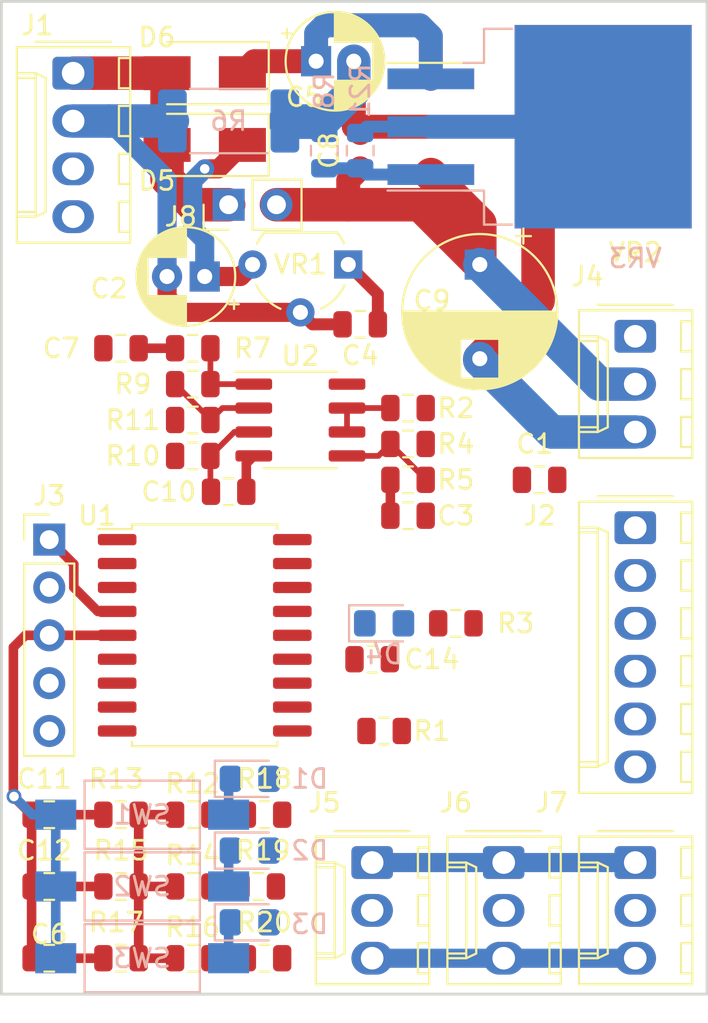
<source format=kicad_pcb>
(kicad_pcb (version 20200104) (host pcbnew "(5.99.0-823-ga085f82be)")

  (general
    (thickness 1.6)
    (drawings 5)
    (tracks 122)
    (modules 56)
    (nets 38)
  )

  (page "A")
  (title_block
    (title "Serial Servo")
    (date "2020-08-29")
    (rev "D")
    (company "DMFE")
    (comment 1 "TTL Serial to R/C Servo w/ Encoder")
  )

  (layers
    (0 "F.Cu" signal)
    (31 "B.Cu" signal)
    (32 "B.Adhes" user hide)
    (33 "F.Adhes" user hide)
    (34 "B.Paste" user hide)
    (35 "F.Paste" user hide)
    (36 "B.SilkS" user)
    (37 "F.SilkS" user)
    (38 "B.Mask" user hide)
    (39 "F.Mask" user hide)
    (40 "Dwgs.User" user hide)
    (41 "Cmts.User" user hide)
    (42 "Eco1.User" user hide)
    (43 "Eco2.User" user hide)
    (44 "Edge.Cuts" user)
    (45 "Margin" user hide)
    (46 "B.CrtYd" user hide)
    (47 "F.CrtYd" user hide)
    (48 "B.Fab" user hide)
    (49 "F.Fab" user hide)
  )

  (setup
    (last_trace_width 0.508)
    (user_trace_width 0.3048)
    (user_trace_width 0.508)
    (user_trace_width 0.635)
    (user_trace_width 1.016)
    (user_trace_width 1.27)
    (user_trace_width 1.778)
    (trace_clearance 0.2)
    (zone_clearance 0.508)
    (zone_45_only no)
    (trace_min 0.2)
    (via_size 0.7874)
    (via_drill 0.508)
    (via_min_size 0.4)
    (via_min_drill 0.3)
    (uvia_size 0.3)
    (uvia_drill 0.1)
    (uvias_allowed no)
    (uvia_min_size 0.2)
    (uvia_min_drill 0.1)
    (max_error 0.005)
    (defaults
      (edge_clearance 0.01)
      (edge_cuts_line_width 0.15)
      (courtyard_line_width 0.05)
      (copper_line_width 0.2)
      (copper_text_dims (size 1.5 1.5) (thickness 0.3))
      (silk_line_width 0.15)
      (silk_text_dims (size 1 1) (thickness 0.15))
      (other_layers_line_width 0.1)
      (other_layers_text_dims (size 1 1) (thickness 0.15))
      (dimension_units 0)
      (dimension_precision 1)
    )
    (pad_size 1.524 1.524)
    (pad_drill 0.762)
    (pad_to_mask_clearance 0)
    (solder_mask_min_width 0.1016)
    (aux_axis_origin 0 0)
    (visible_elements FFFFFF7F)
    (pcbplotparams
      (layerselection 0x010fc_ffffffff)
      (usegerberextensions false)
      (usegerberattributes false)
      (usegerberadvancedattributes false)
      (creategerberjobfile false)
      (excludeedgelayer true)
      (linewidth 0.100000)
      (plotframeref false)
      (viasonmask false)
      (mode 1)
      (useauxorigin false)
      (hpglpennumber 1)
      (hpglpenspeed 20)
      (hpglpendiameter 15.000000)
      (psnegative false)
      (psa4output false)
      (plotreference true)
      (plotvalue true)
      (plotinvisibletext false)
      (padsonsilk false)
      (subtractmaskfromsilk false)
      (outputformat 1)
      (mirror false)
      (drillshape 1)
      (scaleselection 1)
      (outputdirectory "")
    )
  )

  (net 0 "")
  (net 1 "GND")
  (net 2 "+5V")
  (net 3 "Net-(C2-Pad1)")
  (net 4 "Batt_V")
  (net 5 "GNDA")
  (net 6 "Net-(C5-Pad1)")
  (net 7 "SW3_LED3")
  (net 8 "/AN0")
  (net 9 "Net-(C8-Pad1)")
  (net 10 "Net-(C10-Pad1)")
  (net 11 "SW1_LED1")
  (net 12 "SW2_LED2")
  (net 13 "Net-(D1-Pad2)")
  (net 14 "Net-(D2-Pad2)")
  (net 15 "Net-(D3-Pad2)")
  (net 16 "Net-(D4-Pad2)")
  (net 17 "Net-(D4-Pad1)")
  (net 18 "+12V")
  (net 19 "RX")
  (net 20 "TX")
  (net 21 "MOSI")
  (net 22 "MISO")
  (net 23 "ENC_CLK")
  (net 24 "ENC_CS")
  (net 25 "PGC")
  (net 26 "PGD")
  (net 27 "VPP")
  (net 28 "ServoPWM")
  (net 29 "Net-(J5-Pad2)")
  (net 30 "Net-(J6-Pad2)")
  (net 31 "Net-(J7-Pad2)")
  (net 32 "Net-(R1-Pad1)")
  (net 33 "Net-(R2-Pad1)")
  (net 34 "Net-(R4-Pad2)")
  (net 35 "Net-(R7-Pad1)")
  (net 36 "Net-(R21-Pad2)")
  (net 37 "Net-(R11-Pad2)")

  (net_class "Default" "This is the default net class."
    (clearance 0.2)
    (trace_width 0.25)
    (via_dia 0.7874)
    (via_drill 0.508)
    (uvia_dia 0.3)
    (uvia_drill 0.1)
    (add_net "+12V")
    (add_net "+5V")
    (add_net "/AN0")
    (add_net "Batt_V")
    (add_net "ENC_CLK")
    (add_net "ENC_CS")
    (add_net "GND")
    (add_net "GNDA")
    (add_net "MISO")
    (add_net "MOSI")
    (add_net "Net-(C10-Pad1)")
    (add_net "Net-(C2-Pad1)")
    (add_net "Net-(C5-Pad1)")
    (add_net "Net-(C8-Pad1)")
    (add_net "Net-(D1-Pad2)")
    (add_net "Net-(D2-Pad2)")
    (add_net "Net-(D3-Pad2)")
    (add_net "Net-(D4-Pad1)")
    (add_net "Net-(D4-Pad2)")
    (add_net "Net-(J5-Pad2)")
    (add_net "Net-(J6-Pad2)")
    (add_net "Net-(J7-Pad2)")
    (add_net "Net-(R1-Pad1)")
    (add_net "Net-(R11-Pad2)")
    (add_net "Net-(R2-Pad1)")
    (add_net "Net-(R21-Pad2)")
    (add_net "Net-(R4-Pad2)")
    (add_net "Net-(R7-Pad1)")
    (add_net "PGC")
    (add_net "PGD")
    (add_net "RX")
    (add_net "SW1_LED1")
    (add_net "SW2_LED2")
    (add_net "SW3_LED3")
    (add_net "ServoPWM")
    (add_net "TX")
    (add_net "VPP")
  )

  (module "Package_TO_SOT_SMD:TO-263-3_TabPin2" (layer "B.Cu") (tedit 5A70FB8C) (tstamp 5F4AFA17)
    (at 176.53 86.6625)
    (descr "TO-263 / D2PAK / DDPAK SMD package, http://www.infineon.com/cms/en/product/packages/PG-TO263/PG-TO263-3-1/")
    (tags "D2PAK DDPAK TO-263 D2PAK-3 TO-263-3 SOT-404")
    (path "/5B17D55D")
    (attr smd)
    (fp_text reference "VR3" (at 5.08 6.985) (layer "B.SilkS")
      (effects (font (size 1 1) (thickness 0.15)) (justify mirror))
    )
    (fp_text value "LD1085" (at 0 -6.65) (layer "B.Fab")
      (effects (font (size 1 1) (thickness 0.15)) (justify mirror))
    )
    (fp_line (start 6.5 5) (end 7.5 5) (layer "B.Fab") (width 0.1))
    (fp_line (start 7.5 5) (end 7.5 -5) (layer "B.Fab") (width 0.1))
    (fp_line (start 7.5 -5) (end 6.5 -5) (layer "B.Fab") (width 0.1))
    (fp_line (start 6.5 5) (end 6.5 -5) (layer "B.Fab") (width 0.1))
    (fp_line (start 6.5 -5) (end -2.75 -5) (layer "B.Fab") (width 0.1))
    (fp_line (start -2.75 -5) (end -2.75 4) (layer "B.Fab") (width 0.1))
    (fp_line (start -2.75 4) (end -1.75 5) (layer "B.Fab") (width 0.1))
    (fp_line (start -1.75 5) (end 6.5 5) (layer "B.Fab") (width 0.1))
    (fp_line (start -2.75 3.04) (end -7.45 3.04) (layer "B.Fab") (width 0.1))
    (fp_line (start -7.45 3.04) (end -7.45 2.04) (layer "B.Fab") (width 0.1))
    (fp_line (start -7.45 2.04) (end -2.75 2.04) (layer "B.Fab") (width 0.1))
    (fp_line (start -2.75 0.5) (end -7.45 0.5) (layer "B.Fab") (width 0.1))
    (fp_line (start -7.45 0.5) (end -7.45 -0.5) (layer "B.Fab") (width 0.1))
    (fp_line (start -7.45 -0.5) (end -2.75 -0.5) (layer "B.Fab") (width 0.1))
    (fp_line (start -2.75 -2.04) (end -7.45 -2.04) (layer "B.Fab") (width 0.1))
    (fp_line (start -7.45 -2.04) (end -7.45 -3.04) (layer "B.Fab") (width 0.1))
    (fp_line (start -7.45 -3.04) (end -2.75 -3.04) (layer "B.Fab") (width 0.1))
    (fp_line (start -1.45 5.2) (end -2.95 5.2) (layer "B.SilkS") (width 0.12))
    (fp_line (start -2.95 5.2) (end -2.95 3.39) (layer "B.SilkS") (width 0.12))
    (fp_line (start -2.95 3.39) (end -8.075 3.39) (layer "B.SilkS") (width 0.12))
    (fp_line (start -1.45 -5.2) (end -2.95 -5.2) (layer "B.SilkS") (width 0.12))
    (fp_line (start -2.95 -5.2) (end -2.95 -3.39) (layer "B.SilkS") (width 0.12))
    (fp_line (start -2.95 -3.39) (end -4.05 -3.39) (layer "B.SilkS") (width 0.12))
    (fp_line (start -8.32 5.65) (end -8.32 -5.65) (layer "B.CrtYd") (width 0.05))
    (fp_line (start -8.32 -5.65) (end 8.32 -5.65) (layer "B.CrtYd") (width 0.05))
    (fp_line (start 8.32 -5.65) (end 8.32 5.65) (layer "B.CrtYd") (width 0.05))
    (fp_line (start 8.32 5.65) (end -8.32 5.65) (layer "B.CrtYd") (width 0.05))
    (fp_text user "%R" (at 0 0) (layer "B.Fab")
      (effects (font (size 1 1) (thickness 0.15)) (justify mirror))
    )
    (pad "" smd rect (at 0.95 -2.775) (size 4.55 5.25) (layers "B.Paste"))
    (pad "" smd rect (at 5.8 2.775) (size 4.55 5.25) (layers "B.Paste"))
    (pad "" smd rect (at 0.95 2.775) (size 4.55 5.25) (layers "B.Paste"))
    (pad "" smd rect (at 5.8 -2.775) (size 4.55 5.25) (layers "B.Paste"))
    (pad "2" smd rect (at 3.375 0) (size 9.4 10.8) (layers "B.Cu" "B.Mask")
      (net 9 "Net-(C8-Pad1)"))
    (pad "3" smd rect (at -5.775 -2.54) (size 4.6 1.1) (layers "B.Cu" "B.Paste" "B.Mask")
      (net 6 "Net-(C5-Pad1)"))
    (pad "2" smd rect (at -5.775 0) (size 4.6 1.1) (layers "B.Cu" "B.Paste" "B.Mask")
      (net 9 "Net-(C8-Pad1)"))
    (pad "1" smd rect (at -5.775 2.54) (size 4.6 1.1) (layers "B.Cu" "B.Paste" "B.Mask")
      (net 36 "Net-(R21-Pad2)"))
    (model "${KISYS3DMOD}/Package_TO_SOT_SMD.3dshapes/TO-263-3_TabPin2.wrl"
      (at (xyz 0 0 0))
      (scale (xyz 1 1 1))
      (rotate (xyz 0 0 0))
    )
  )

  (module "Package_TO_SOT_SMD:TO-263-3_TabPin2" (layer "F.Cu") (tedit 5A70FB8C) (tstamp 5F4AF9EF)
    (at 176.53 86.6625)
    (descr "TO-263 / D2PAK / DDPAK SMD package, http://www.infineon.com/cms/en/product/packages/PG-TO263/PG-TO263-3-1/")
    (tags "D2PAK DDPAK TO-263 D2PAK-3 TO-263-3 SOT-404")
    (path "/5AEA8521")
    (attr smd)
    (fp_text reference "VR2" (at 5.08 6.6825) (layer "F.SilkS")
      (effects (font (size 1 1) (thickness 0.15)))
    )
    (fp_text value "LM7805_TO220" (at 0 6.65) (layer "F.Fab")
      (effects (font (size 1 1) (thickness 0.15)))
    )
    (fp_line (start 6.5 -5) (end 7.5 -5) (layer "F.Fab") (width 0.1))
    (fp_line (start 7.5 -5) (end 7.5 5) (layer "F.Fab") (width 0.1))
    (fp_line (start 7.5 5) (end 6.5 5) (layer "F.Fab") (width 0.1))
    (fp_line (start 6.5 -5) (end 6.5 5) (layer "F.Fab") (width 0.1))
    (fp_line (start 6.5 5) (end -2.75 5) (layer "F.Fab") (width 0.1))
    (fp_line (start -2.75 5) (end -2.75 -4) (layer "F.Fab") (width 0.1))
    (fp_line (start -2.75 -4) (end -1.75 -5) (layer "F.Fab") (width 0.1))
    (fp_line (start -1.75 -5) (end 6.5 -5) (layer "F.Fab") (width 0.1))
    (fp_line (start -2.75 -3.04) (end -7.45 -3.04) (layer "F.Fab") (width 0.1))
    (fp_line (start -7.45 -3.04) (end -7.45 -2.04) (layer "F.Fab") (width 0.1))
    (fp_line (start -7.45 -2.04) (end -2.75 -2.04) (layer "F.Fab") (width 0.1))
    (fp_line (start -2.75 -0.5) (end -7.45 -0.5) (layer "F.Fab") (width 0.1))
    (fp_line (start -7.45 -0.5) (end -7.45 0.5) (layer "F.Fab") (width 0.1))
    (fp_line (start -7.45 0.5) (end -2.75 0.5) (layer "F.Fab") (width 0.1))
    (fp_line (start -2.75 2.04) (end -7.45 2.04) (layer "F.Fab") (width 0.1))
    (fp_line (start -7.45 2.04) (end -7.45 3.04) (layer "F.Fab") (width 0.1))
    (fp_line (start -7.45 3.04) (end -2.75 3.04) (layer "F.Fab") (width 0.1))
    (fp_line (start -1.45 -5.2) (end -2.95 -5.2) (layer "F.SilkS") (width 0.12))
    (fp_line (start -2.95 -5.2) (end -2.95 -3.39) (layer "F.SilkS") (width 0.12))
    (fp_line (start -2.95 -3.39) (end -8.075 -3.39) (layer "F.SilkS") (width 0.12))
    (fp_line (start -1.45 5.2) (end -2.95 5.2) (layer "F.SilkS") (width 0.12))
    (fp_line (start -2.95 5.2) (end -2.95 3.39) (layer "F.SilkS") (width 0.12))
    (fp_line (start -2.95 3.39) (end -4.05 3.39) (layer "F.SilkS") (width 0.12))
    (fp_line (start -8.32 -5.65) (end -8.32 5.65) (layer "F.CrtYd") (width 0.05))
    (fp_line (start -8.32 5.65) (end 8.32 5.65) (layer "F.CrtYd") (width 0.05))
    (fp_line (start 8.32 5.65) (end 8.32 -5.65) (layer "F.CrtYd") (width 0.05))
    (fp_line (start 8.32 -5.65) (end -8.32 -5.65) (layer "F.CrtYd") (width 0.05))
    (fp_text user "%R" (at 0 0) (layer "F.Fab")
      (effects (font (size 1 1) (thickness 0.15)))
    )
    (pad "" smd rect (at 0.95 2.775) (size 4.55 5.25) (layers "F.Paste"))
    (pad "" smd rect (at 5.8 -2.775) (size 4.55 5.25) (layers "F.Paste"))
    (pad "" smd rect (at 0.95 -2.775) (size 4.55 5.25) (layers "F.Paste"))
    (pad "" smd rect (at 5.8 2.775) (size 4.55 5.25) (layers "F.Paste"))
    (pad "2" smd rect (at 3.375 0) (size 9.4 10.8) (layers "F.Cu" "F.Mask")
      (net 5 "GNDA"))
    (pad "3" smd rect (at -5.775 2.54) (size 4.6 1.1) (layers "F.Cu" "F.Paste" "F.Mask")
      (net 9 "Net-(C8-Pad1)"))
    (pad "2" smd rect (at -5.775 0) (size 4.6 1.1) (layers "F.Cu" "F.Paste" "F.Mask")
      (net 5 "GNDA"))
    (pad "1" smd rect (at -5.775 -2.54) (size 4.6 1.1) (layers "F.Cu" "F.Paste" "F.Mask")
      (net 6 "Net-(C5-Pad1)"))
    (model "${KISYS3DMOD}/Package_TO_SOT_SMD.3dshapes/TO-263-3_TabPin2.wrl"
      (at (xyz 0 0 0))
      (scale (xyz 1 1 1))
      (rotate (xyz 0 0 0))
    )
  )

  (module "Package_TO_SOT_THT:TO-92L_Wide" (layer "F.Cu") (tedit 5A152D5B) (tstamp 5F4AF9C7)
    (at 166.37 93.98 180)
    (descr "TO-92L leads in-line (large body variant of TO-92), also known as TO-226, wide, drill 0.75mm (see https://www.diodes.com/assets/Package-Files/TO92L.pdf and http://www.ti.com/lit/an/snoa059/snoa059.pdf)")
    (tags "TO-92L Molded Wide transistor")
    (path "/5AEA848B")
    (fp_text reference "VR1" (at 2.54 0) (layer "F.SilkS")
      (effects (font (size 1 1) (thickness 0.15)))
    )
    (fp_text value "L78L05_TO92" (at 2.54 2.79) (layer "F.Fab")
      (effects (font (size 1 1) (thickness 0.15)))
    )
    (fp_line (start -1 -3.55) (end -1 1.85) (layer "B.CrtYd") (width 0.05))
    (fp_line (start 6.1 -3.55) (end -1 -3.55) (layer "B.CrtYd") (width 0.05))
    (fp_line (start 6.1 1.85) (end 6.1 -3.55) (layer "B.CrtYd") (width 0.05))
    (fp_line (start -1 1.85) (end 6.1 1.85) (layer "B.CrtYd") (width 0.05))
    (fp_text user "%R" (at 2.55 0.05) (layer "F.Fab")
      (effects (font (size 1 1) (thickness 0.15)))
    )
    (fp_line (start 0.6 1.7) (end 4.45 1.7) (layer "F.SilkS") (width 0.12))
    (fp_line (start 0.65 1.6) (end 4.4 1.6) (layer "F.Fab") (width 0.1))
    (fp_arc (start 2.54 0) (end 0.6 1.7) (angle 15.44288892) (layer "F.SilkS") (width 0.12))
    (fp_arc (start 2.54 0) (end 1.45 -2.35) (angle -40.11670855) (layer "F.SilkS") (width 0.12))
    (fp_arc (start 2.54 0) (end 3.6 -2.35) (angle 40.72153779) (layer "F.SilkS") (width 0.12))
    (fp_arc (start 2.54 0) (end 2.54 -2.48) (angle 129.9527847) (layer "F.Fab") (width 0.1))
    (fp_arc (start 2.54 0) (end 2.54 -2.48) (angle -130.2499344) (layer "F.Fab") (width 0.1))
    (fp_arc (start 2.54 0) (end 4.45 1.7) (angle -15.88591585) (layer "F.SilkS") (width 0.12))
    (pad "1" thru_hole rect (at 0 0 270) (size 1.5 1.5) (drill 0.8) (layers *.Cu *.Mask)
      (net 2 "+5V"))
    (pad "3" thru_hole circle (at 5.08 0 270) (size 1.5 1.5) (drill 0.8) (layers *.Cu *.Mask)
      (net 3 "Net-(C2-Pad1)"))
    (pad "2" thru_hole circle (at 2.54 -2.54 270) (size 1.5 1.5) (drill 0.8) (layers *.Cu *.Mask)
      (net 1 "GND"))
    (model "${KISYS3DMOD}/Package_TO_SOT_THT.3dshapes/TO-92L_Wide.wrl"
      (at (xyz 0 0 0))
      (scale (xyz 1 1 1))
      (rotate (xyz 0 0 0))
    )
  )

  (module "Package_SO:SOIC-8_3.9x4.9mm_P1.27mm" (layer "F.Cu") (tedit 5D9F72B1) (tstamp 5F4AF9B3)
    (at 163.83 102.235)
    (descr "SOIC, 8 Pin (JEDEC MS-012AA, https://www.analog.com/media/en/package-pcb-resources/package/pkg_pdf/soic_narrow-r/r_8.pdf), generated with kicad-footprint-generator ipc_gullwing_generator.py")
    (tags "SOIC SO")
    (path "/5AECE397")
    (attr smd)
    (fp_text reference "U2" (at 0 -3.4) (layer "F.SilkS")
      (effects (font (size 1 1) (thickness 0.15)))
    )
    (fp_text value "LM358A" (at 0 3.4) (layer "F.Fab")
      (effects (font (size 1 1) (thickness 0.15)))
    )
    (fp_line (start 0 2.56) (end 1.95 2.56) (layer "F.SilkS") (width 0.12))
    (fp_line (start 0 2.56) (end -1.95 2.56) (layer "F.SilkS") (width 0.12))
    (fp_line (start 0 -2.56) (end 1.95 -2.56) (layer "F.SilkS") (width 0.12))
    (fp_line (start 0 -2.56) (end -3.45 -2.56) (layer "F.SilkS") (width 0.12))
    (fp_line (start -0.975 -2.45) (end 1.95 -2.45) (layer "F.Fab") (width 0.1))
    (fp_line (start 1.95 -2.45) (end 1.95 2.45) (layer "F.Fab") (width 0.1))
    (fp_line (start 1.95 2.45) (end -1.95 2.45) (layer "F.Fab") (width 0.1))
    (fp_line (start -1.95 2.45) (end -1.95 -1.475) (layer "F.Fab") (width 0.1))
    (fp_line (start -1.95 -1.475) (end -0.975 -2.45) (layer "F.Fab") (width 0.1))
    (fp_line (start -3.7 -2.7) (end -3.7 2.7) (layer "F.CrtYd") (width 0.05))
    (fp_line (start -3.7 2.7) (end 3.7 2.7) (layer "F.CrtYd") (width 0.05))
    (fp_line (start 3.7 2.7) (end 3.7 -2.7) (layer "F.CrtYd") (width 0.05))
    (fp_line (start 3.7 -2.7) (end -3.7 -2.7) (layer "F.CrtYd") (width 0.05))
    (fp_text user "%R" (at 0 0) (layer "F.Fab")
      (effects (font (size 0.98 0.98) (thickness 0.15)))
    )
    (pad "8" smd roundrect (at 2.475 -1.905) (size 1.95 0.6) (layers "F.Cu" "F.Paste" "F.Mask") (roundrect_rratio 0.25)
      (net 2 "+5V"))
    (pad "7" smd roundrect (at 2.475 -0.635) (size 1.95 0.6) (layers "F.Cu" "F.Paste" "F.Mask") (roundrect_rratio 0.25)
      (net 33 "Net-(R2-Pad1)"))
    (pad "6" smd roundrect (at 2.475 0.635) (size 1.95 0.6) (layers "F.Cu" "F.Paste" "F.Mask") (roundrect_rratio 0.25)
      (net 33 "Net-(R2-Pad1)"))
    (pad "5" smd roundrect (at 2.475 1.905) (size 1.95 0.6) (layers "F.Cu" "F.Paste" "F.Mask") (roundrect_rratio 0.25)
      (net 34 "Net-(R4-Pad2)"))
    (pad "4" smd roundrect (at -2.475 1.905) (size 1.95 0.6) (layers "F.Cu" "F.Paste" "F.Mask") (roundrect_rratio 0.25)
      (net 1 "GND"))
    (pad "3" smd roundrect (at -2.475 0.635) (size 1.95 0.6) (layers "F.Cu" "F.Paste" "F.Mask") (roundrect_rratio 0.25)
      (net 10 "Net-(C10-Pad1)"))
    (pad "2" smd roundrect (at -2.475 -0.635) (size 1.95 0.6) (layers "F.Cu" "F.Paste" "F.Mask") (roundrect_rratio 0.25)
      (net 37 "Net-(R11-Pad2)"))
    (pad "1" smd roundrect (at -2.475 -1.905) (size 1.95 0.6) (layers "F.Cu" "F.Paste" "F.Mask") (roundrect_rratio 0.25)
      (net 35 "Net-(R7-Pad1)"))
    (model "${KISYS3DMOD}/Package_SO.3dshapes/SOIC-8_3.9x4.9mm_P1.27mm.wrl"
      (at (xyz 0 0 0))
      (scale (xyz 1 1 1))
      (rotate (xyz 0 0 0))
    )
  )

  (module "Package_SO:SOIC-18W_7.5x11.6mm_P1.27mm" (layer "F.Cu") (tedit 5D9F72B1) (tstamp 5F4AF999)
    (at 158.75 113.665)
    (descr "SOIC, 18 Pin (JEDEC MS-013AB, https://www.analog.com/media/en/package-pcb-resources/package/33254132129439rw_18.pdf), generated with kicad-footprint-generator ipc_gullwing_generator.py")
    (tags "SOIC SO")
    (path "/5AEA82ED")
    (attr smd)
    (fp_text reference "U1" (at -5.715 -6.35) (layer "F.SilkS")
      (effects (font (size 1 1) (thickness 0.15)))
    )
    (fp_text value "PIC16F1847-ISO" (at 0 6.72) (layer "F.Fab")
      (effects (font (size 1 1) (thickness 0.15)))
    )
    (fp_line (start 0 5.885) (end 3.86 5.885) (layer "F.SilkS") (width 0.12))
    (fp_line (start 3.86 5.885) (end 3.86 5.64) (layer "F.SilkS") (width 0.12))
    (fp_line (start 0 5.885) (end -3.86 5.885) (layer "F.SilkS") (width 0.12))
    (fp_line (start -3.86 5.885) (end -3.86 5.64) (layer "F.SilkS") (width 0.12))
    (fp_line (start 0 -5.885) (end 3.86 -5.885) (layer "F.SilkS") (width 0.12))
    (fp_line (start 3.86 -5.885) (end 3.86 -5.64) (layer "F.SilkS") (width 0.12))
    (fp_line (start 0 -5.885) (end -3.86 -5.885) (layer "F.SilkS") (width 0.12))
    (fp_line (start -3.86 -5.885) (end -3.86 -5.64) (layer "F.SilkS") (width 0.12))
    (fp_line (start -3.86 -5.64) (end -5.675 -5.64) (layer "F.SilkS") (width 0.12))
    (fp_line (start -2.75 -5.775) (end 3.75 -5.775) (layer "F.Fab") (width 0.1))
    (fp_line (start 3.75 -5.775) (end 3.75 5.775) (layer "F.Fab") (width 0.1))
    (fp_line (start 3.75 5.775) (end -3.75 5.775) (layer "F.Fab") (width 0.1))
    (fp_line (start -3.75 5.775) (end -3.75 -4.775) (layer "F.Fab") (width 0.1))
    (fp_line (start -3.75 -4.775) (end -2.75 -5.775) (layer "F.Fab") (width 0.1))
    (fp_line (start -5.93 -6.02) (end -5.93 6.02) (layer "F.CrtYd") (width 0.05))
    (fp_line (start -5.93 6.02) (end 5.93 6.02) (layer "F.CrtYd") (width 0.05))
    (fp_line (start 5.93 6.02) (end 5.93 -6.02) (layer "F.CrtYd") (width 0.05))
    (fp_line (start 5.93 -6.02) (end -5.93 -6.02) (layer "F.CrtYd") (width 0.05))
    (fp_text user "%R" (at 0 0) (layer "F.Fab")
      (effects (font (size 1 1) (thickness 0.15)))
    )
    (pad "18" smd roundrect (at 4.65 -5.08) (size 2.05 0.6) (layers "F.Cu" "F.Paste" "F.Mask") (roundrect_rratio 0.25)
      (net 4 "Batt_V"))
    (pad "17" smd roundrect (at 4.65 -3.81) (size 2.05 0.6) (layers "F.Cu" "F.Paste" "F.Mask") (roundrect_rratio 0.25)
      (net 8 "/AN0"))
    (pad "16" smd roundrect (at 4.65 -2.54) (size 2.05 0.6) (layers "F.Cu" "F.Paste" "F.Mask") (roundrect_rratio 0.25)
      (net 17 "Net-(D4-Pad1)"))
    (pad "15" smd roundrect (at 4.65 -1.27) (size 2.05 0.6) (layers "F.Cu" "F.Paste" "F.Mask") (roundrect_rratio 0.25)
      (net 21 "MOSI"))
    (pad "14" smd roundrect (at 4.65 0) (size 2.05 0.6) (layers "F.Cu" "F.Paste" "F.Mask") (roundrect_rratio 0.25)
      (net 2 "+5V"))
    (pad "13" smd roundrect (at 4.65 1.27) (size 2.05 0.6) (layers "F.Cu" "F.Paste" "F.Mask") (roundrect_rratio 0.25)
      (net 26 "PGD"))
    (pad "12" smd roundrect (at 4.65 2.54) (size 2.05 0.6) (layers "F.Cu" "F.Paste" "F.Mask") (roundrect_rratio 0.25)
      (net 25 "PGC"))
    (pad "11" smd roundrect (at 4.65 3.81) (size 2.05 0.6) (layers "F.Cu" "F.Paste" "F.Mask") (roundrect_rratio 0.25)
      (net 20 "TX"))
    (pad "10" smd roundrect (at 4.65 5.08) (size 2.05 0.6) (layers "F.Cu" "F.Paste" "F.Mask") (roundrect_rratio 0.25)
      (net 23 "ENC_CLK"))
    (pad "9" smd roundrect (at -4.65 5.08) (size 2.05 0.6) (layers "F.Cu" "F.Paste" "F.Mask") (roundrect_rratio 0.25)
      (net 32 "Net-(R1-Pad1)"))
    (pad "8" smd roundrect (at -4.65 3.81) (size 2.05 0.6) (layers "F.Cu" "F.Paste" "F.Mask") (roundrect_rratio 0.25)
      (net 19 "RX"))
    (pad "7" smd roundrect (at -4.65 2.54) (size 2.05 0.6) (layers "F.Cu" "F.Paste" "F.Mask") (roundrect_rratio 0.25)
      (net 22 "MISO"))
    (pad "6" smd roundrect (at -4.65 1.27) (size 2.05 0.6) (layers "F.Cu" "F.Paste" "F.Mask") (roundrect_rratio 0.25)
      (net 24 "ENC_CS"))
    (pad "5" smd roundrect (at -4.65 0) (size 2.05 0.6) (layers "F.Cu" "F.Paste" "F.Mask") (roundrect_rratio 0.25)
      (net 1 "GND"))
    (pad "4" smd roundrect (at -4.65 -1.27) (size 2.05 0.6) (layers "F.Cu" "F.Paste" "F.Mask") (roundrect_rratio 0.25)
      (net 27 "VPP"))
    (pad "3" smd roundrect (at -4.65 -2.54) (size 2.05 0.6) (layers "F.Cu" "F.Paste" "F.Mask") (roundrect_rratio 0.25)
      (net 7 "SW3_LED3"))
    (pad "2" smd roundrect (at -4.65 -3.81) (size 2.05 0.6) (layers "F.Cu" "F.Paste" "F.Mask") (roundrect_rratio 0.25)
      (net 12 "SW2_LED2"))
    (pad "1" smd roundrect (at -4.65 -5.08) (size 2.05 0.6) (layers "F.Cu" "F.Paste" "F.Mask") (roundrect_rratio 0.25)
      (net 11 "SW1_LED1"))
    (model "${KISYS3DMOD}/Package_SO.3dshapes/SOIC-18W_7.5x11.6mm_P1.27mm.wrl"
      (at (xyz 0 0 0))
      (scale (xyz 1 1 1))
      (rotate (xyz 0 0 0))
    )
  )

  (module "Button_Switch_SMD:SW_SPST_FSMSM" (layer "B.Cu") (tedit 5A02FC95) (tstamp 5F4AF970)
    (at 155.43 130.81)
    (descr "http://www.te.com/commerce/DocumentDelivery/DDEController?Action=srchrtrv&DocNm=1437566-3&DocType=Customer+Drawing&DocLang=English")
    (tags "SPST button tactile switch")
    (path "/5F4AE93F")
    (attr smd)
    (fp_text reference "SW3" (at 0 0) (layer "B.SilkS")
      (effects (font (size 1 1) (thickness 0.15)) (justify mirror))
    )
    (fp_text value "SW_Push" (at 0 -3) (layer "B.Fab")
      (effects (font (size 1 1) (thickness 0.15)) (justify mirror))
    )
    (fp_text user "%R" (at 0 2.6) (layer "B.Fab")
      (effects (font (size 1 1) (thickness 0.15)) (justify mirror))
    )
    (fp_line (start -1.75 1) (end 1.75 1) (layer "B.Fab") (width 0.1))
    (fp_line (start 1.75 1) (end 1.75 -1) (layer "B.Fab") (width 0.1))
    (fp_line (start 1.75 -1) (end -1.75 -1) (layer "B.Fab") (width 0.1))
    (fp_line (start -1.75 -1) (end -1.75 1) (layer "B.Fab") (width 0.1))
    (fp_line (start -3.06 1.81) (end 3.06 1.81) (layer "B.SilkS") (width 0.12))
    (fp_line (start 3.06 1.81) (end 3.06 -1.81) (layer "B.SilkS") (width 0.12))
    (fp_line (start 3.06 -1.81) (end -3.06 -1.81) (layer "B.SilkS") (width 0.12))
    (fp_line (start -3.06 -1.81) (end -3.06 1.81) (layer "B.SilkS") (width 0.12))
    (fp_line (start -1.5 -0.8) (end 1.5 -0.8) (layer "B.Fab") (width 0.1))
    (fp_line (start -1.5 0.8) (end 1.5 0.8) (layer "B.Fab") (width 0.1))
    (fp_line (start 1.5 0.8) (end 1.5 -0.8) (layer "B.Fab") (width 0.1))
    (fp_line (start -1.5 0.8) (end -1.5 -0.8) (layer "B.Fab") (width 0.1))
    (fp_line (start -5.95 -2) (end 5.95 -2) (layer "B.CrtYd") (width 0.05))
    (fp_line (start 5.95 2) (end 5.95 -2) (layer "B.CrtYd") (width 0.05))
    (fp_line (start -3 -1.75) (end 3 -1.75) (layer "B.Fab") (width 0.1))
    (fp_line (start -3 1.75) (end 3 1.75) (layer "B.Fab") (width 0.1))
    (fp_line (start -3 1.75) (end -3 -1.75) (layer "B.Fab") (width 0.1))
    (fp_line (start 3 1.75) (end 3 -1.75) (layer "B.Fab") (width 0.1))
    (fp_line (start -5.95 2) (end -5.95 -2) (layer "B.CrtYd") (width 0.05))
    (fp_line (start -5.95 2) (end 5.95 2) (layer "B.CrtYd") (width 0.05))
    (pad "2" smd rect (at 4.59 0) (size 2.18 1.6) (layers "B.Cu" "B.Paste" "B.Mask")
      (net 7 "SW3_LED3"))
    (pad "1" smd rect (at -4.59 0) (size 2.18 1.6) (layers "B.Cu" "B.Paste" "B.Mask")
      (net 1 "GND"))
    (model "${KISYS3DMOD}/Button_Switch_SMD.3dshapes/SW_SPST_FSMSM.wrl"
      (at (xyz 0 0 0))
      (scale (xyz 1 1 1))
      (rotate (xyz 0 0 0))
    )
  )

  (module "Button_Switch_SMD:SW_SPST_FSMSM" (layer "B.Cu") (tedit 5A02FC95) (tstamp 5F4AF955)
    (at 155.43 127)
    (descr "http://www.te.com/commerce/DocumentDelivery/DDEController?Action=srchrtrv&DocNm=1437566-3&DocType=Customer+Drawing&DocLang=English")
    (tags "SPST button tactile switch")
    (path "/5AEEAB41")
    (attr smd)
    (fp_text reference "SW2" (at 0 0) (layer "B.SilkS")
      (effects (font (size 1 1) (thickness 0.15)) (justify mirror))
    )
    (fp_text value "SW_Push" (at 0 -3) (layer "B.Fab")
      (effects (font (size 1 1) (thickness 0.15)) (justify mirror))
    )
    (fp_text user "%R" (at 0 2.6) (layer "B.Fab")
      (effects (font (size 1 1) (thickness 0.15)) (justify mirror))
    )
    (fp_line (start -1.75 1) (end 1.75 1) (layer "B.Fab") (width 0.1))
    (fp_line (start 1.75 1) (end 1.75 -1) (layer "B.Fab") (width 0.1))
    (fp_line (start 1.75 -1) (end -1.75 -1) (layer "B.Fab") (width 0.1))
    (fp_line (start -1.75 -1) (end -1.75 1) (layer "B.Fab") (width 0.1))
    (fp_line (start -3.06 1.81) (end 3.06 1.81) (layer "B.SilkS") (width 0.12))
    (fp_line (start 3.06 1.81) (end 3.06 -1.81) (layer "B.SilkS") (width 0.12))
    (fp_line (start 3.06 -1.81) (end -3.06 -1.81) (layer "B.SilkS") (width 0.12))
    (fp_line (start -3.06 -1.81) (end -3.06 1.81) (layer "B.SilkS") (width 0.12))
    (fp_line (start -1.5 -0.8) (end 1.5 -0.8) (layer "B.Fab") (width 0.1))
    (fp_line (start -1.5 0.8) (end 1.5 0.8) (layer "B.Fab") (width 0.1))
    (fp_line (start 1.5 0.8) (end 1.5 -0.8) (layer "B.Fab") (width 0.1))
    (fp_line (start -1.5 0.8) (end -1.5 -0.8) (layer "B.Fab") (width 0.1))
    (fp_line (start -5.95 -2) (end 5.95 -2) (layer "B.CrtYd") (width 0.05))
    (fp_line (start 5.95 2) (end 5.95 -2) (layer "B.CrtYd") (width 0.05))
    (fp_line (start -3 -1.75) (end 3 -1.75) (layer "B.Fab") (width 0.1))
    (fp_line (start -3 1.75) (end 3 1.75) (layer "B.Fab") (width 0.1))
    (fp_line (start -3 1.75) (end -3 -1.75) (layer "B.Fab") (width 0.1))
    (fp_line (start 3 1.75) (end 3 -1.75) (layer "B.Fab") (width 0.1))
    (fp_line (start -5.95 2) (end -5.95 -2) (layer "B.CrtYd") (width 0.05))
    (fp_line (start -5.95 2) (end 5.95 2) (layer "B.CrtYd") (width 0.05))
    (pad "2" smd rect (at 4.59 0) (size 2.18 1.6) (layers "B.Cu" "B.Paste" "B.Mask")
      (net 12 "SW2_LED2"))
    (pad "1" smd rect (at -4.59 0) (size 2.18 1.6) (layers "B.Cu" "B.Paste" "B.Mask")
      (net 1 "GND"))
    (model "${KISYS3DMOD}/Button_Switch_SMD.3dshapes/SW_SPST_FSMSM.wrl"
      (at (xyz 0 0 0))
      (scale (xyz 1 1 1))
      (rotate (xyz 0 0 0))
    )
  )

  (module "Button_Switch_SMD:SW_SPST_FSMSM" (layer "B.Cu") (tedit 5A02FC95) (tstamp 5F4AF93A)
    (at 155.43 123.19)
    (descr "http://www.te.com/commerce/DocumentDelivery/DDEController?Action=srchrtrv&DocNm=1437566-3&DocType=Customer+Drawing&DocLang=English")
    (tags "SPST button tactile switch")
    (path "/5AEA867D")
    (attr smd)
    (fp_text reference "SW1" (at 0 0) (layer "B.SilkS")
      (effects (font (size 1 1) (thickness 0.15)) (justify mirror))
    )
    (fp_text value "SW_Push" (at 0 -3) (layer "B.Fab")
      (effects (font (size 1 1) (thickness 0.15)) (justify mirror))
    )
    (fp_text user "%R" (at 0 2.6) (layer "B.Fab")
      (effects (font (size 1 1) (thickness 0.15)) (justify mirror))
    )
    (fp_line (start -1.75 1) (end 1.75 1) (layer "B.Fab") (width 0.1))
    (fp_line (start 1.75 1) (end 1.75 -1) (layer "B.Fab") (width 0.1))
    (fp_line (start 1.75 -1) (end -1.75 -1) (layer "B.Fab") (width 0.1))
    (fp_line (start -1.75 -1) (end -1.75 1) (layer "B.Fab") (width 0.1))
    (fp_line (start -3.06 1.81) (end 3.06 1.81) (layer "B.SilkS") (width 0.12))
    (fp_line (start 3.06 1.81) (end 3.06 -1.81) (layer "B.SilkS") (width 0.12))
    (fp_line (start 3.06 -1.81) (end -3.06 -1.81) (layer "B.SilkS") (width 0.12))
    (fp_line (start -3.06 -1.81) (end -3.06 1.81) (layer "B.SilkS") (width 0.12))
    (fp_line (start -1.5 -0.8) (end 1.5 -0.8) (layer "B.Fab") (width 0.1))
    (fp_line (start -1.5 0.8) (end 1.5 0.8) (layer "B.Fab") (width 0.1))
    (fp_line (start 1.5 0.8) (end 1.5 -0.8) (layer "B.Fab") (width 0.1))
    (fp_line (start -1.5 0.8) (end -1.5 -0.8) (layer "B.Fab") (width 0.1))
    (fp_line (start -5.95 -2) (end 5.95 -2) (layer "B.CrtYd") (width 0.05))
    (fp_line (start 5.95 2) (end 5.95 -2) (layer "B.CrtYd") (width 0.05))
    (fp_line (start -3 -1.75) (end 3 -1.75) (layer "B.Fab") (width 0.1))
    (fp_line (start -3 1.75) (end 3 1.75) (layer "B.Fab") (width 0.1))
    (fp_line (start -3 1.75) (end -3 -1.75) (layer "B.Fab") (width 0.1))
    (fp_line (start 3 1.75) (end 3 -1.75) (layer "B.Fab") (width 0.1))
    (fp_line (start -5.95 2) (end -5.95 -2) (layer "B.CrtYd") (width 0.05))
    (fp_line (start -5.95 2) (end 5.95 2) (layer "B.CrtYd") (width 0.05))
    (pad "2" smd rect (at 4.59 0) (size 2.18 1.6) (layers "B.Cu" "B.Paste" "B.Mask")
      (net 11 "SW1_LED1"))
    (pad "1" smd rect (at -4.59 0) (size 2.18 1.6) (layers "B.Cu" "B.Paste" "B.Mask")
      (net 1 "GND"))
    (model "${KISYS3DMOD}/Button_Switch_SMD.3dshapes/SW_SPST_FSMSM.wrl"
      (at (xyz 0 0 0))
      (scale (xyz 1 1 1))
      (rotate (xyz 0 0 0))
    )
  )

  (module "Resistor_SMD:R_0805_2012Metric" (layer "B.Cu") (tedit 5B36C52B) (tstamp 5F4AF91F)
    (at 167.005 87.9325 -90)
    (descr "Resistor SMD 0805 (2012 Metric), square (rectangular) end terminal, IPC_7351 nominal, (Body size source: https://docs.google.com/spreadsheets/d/1BsfQQcO9C6DZCsRaXUlFlo91Tg2WpOkGARC1WS5S8t0/edit?usp=sharing), generated with kicad-footprint-generator")
    (tags "resistor")
    (path "/5B1BD76A")
    (attr smd)
    (fp_text reference "R21" (at -3.175 0 90) (layer "B.SilkS")
      (effects (font (size 1 1) (thickness 0.15)) (justify mirror))
    )
    (fp_text value "120R" (at 0 -1.65 90) (layer "B.Fab")
      (effects (font (size 1 1) (thickness 0.15)) (justify mirror))
    )
    (fp_line (start -1 -0.6) (end -1 0.6) (layer "B.Fab") (width 0.1))
    (fp_line (start -1 0.6) (end 1 0.6) (layer "B.Fab") (width 0.1))
    (fp_line (start 1 0.6) (end 1 -0.6) (layer "B.Fab") (width 0.1))
    (fp_line (start 1 -0.6) (end -1 -0.6) (layer "B.Fab") (width 0.1))
    (fp_line (start -0.258578 0.71) (end 0.258578 0.71) (layer "B.SilkS") (width 0.12))
    (fp_line (start -0.258578 -0.71) (end 0.258578 -0.71) (layer "B.SilkS") (width 0.12))
    (fp_line (start -1.68 -0.95) (end -1.68 0.95) (layer "B.CrtYd") (width 0.05))
    (fp_line (start -1.68 0.95) (end 1.68 0.95) (layer "B.CrtYd") (width 0.05))
    (fp_line (start 1.68 0.95) (end 1.68 -0.95) (layer "B.CrtYd") (width 0.05))
    (fp_line (start 1.68 -0.95) (end -1.68 -0.95) (layer "B.CrtYd") (width 0.05))
    (fp_text user "%R" (at 0 0 90) (layer "B.Fab")
      (effects (font (size 0.5 0.5) (thickness 0.08)) (justify mirror))
    )
    (pad "2" smd roundrect (at 0.9375 0 270) (size 0.975 1.4) (layers "B.Cu" "B.Paste" "B.Mask") (roundrect_rratio 0.25)
      (net 36 "Net-(R21-Pad2)"))
    (pad "1" smd roundrect (at -0.9375 0 270) (size 0.975 1.4) (layers "B.Cu" "B.Paste" "B.Mask") (roundrect_rratio 0.25)
      (net 9 "Net-(C8-Pad1)"))
    (model "${KISYS3DMOD}/Resistor_SMD.3dshapes/R_0805_2012Metric.wrl"
      (at (xyz 0 0 0))
      (scale (xyz 1 1 1))
      (rotate (xyz 0 0 0))
    )
  )

  (module "Resistor_SMD:R_0805_2012Metric" (layer "F.Cu") (tedit 5B36C52B) (tstamp 5F4AF90E)
    (at 161.925 130.81 180)
    (descr "Resistor SMD 0805 (2012 Metric), square (rectangular) end terminal, IPC_7351 nominal, (Body size source: https://docs.google.com/spreadsheets/d/1BsfQQcO9C6DZCsRaXUlFlo91Tg2WpOkGARC1WS5S8t0/edit?usp=sharing), generated with kicad-footprint-generator")
    (tags "resistor")
    (path "/5F4AE9D3")
    (attr smd)
    (fp_text reference "R20" (at 0 1.905) (layer "F.SilkS")
      (effects (font (size 1 1) (thickness 0.15)))
    )
    (fp_text value "1K0" (at 0 1.65) (layer "F.Fab")
      (effects (font (size 1 1) (thickness 0.15)))
    )
    (fp_line (start -1 0.6) (end -1 -0.6) (layer "F.Fab") (width 0.1))
    (fp_line (start -1 -0.6) (end 1 -0.6) (layer "F.Fab") (width 0.1))
    (fp_line (start 1 -0.6) (end 1 0.6) (layer "F.Fab") (width 0.1))
    (fp_line (start 1 0.6) (end -1 0.6) (layer "F.Fab") (width 0.1))
    (fp_line (start -0.258578 -0.71) (end 0.258578 -0.71) (layer "F.SilkS") (width 0.12))
    (fp_line (start -0.258578 0.71) (end 0.258578 0.71) (layer "F.SilkS") (width 0.12))
    (fp_line (start -1.68 0.95) (end -1.68 -0.95) (layer "F.CrtYd") (width 0.05))
    (fp_line (start -1.68 -0.95) (end 1.68 -0.95) (layer "F.CrtYd") (width 0.05))
    (fp_line (start 1.68 -0.95) (end 1.68 0.95) (layer "F.CrtYd") (width 0.05))
    (fp_line (start 1.68 0.95) (end -1.68 0.95) (layer "F.CrtYd") (width 0.05))
    (fp_text user "%R" (at 0 0) (layer "F.Fab")
      (effects (font (size 0.5 0.5) (thickness 0.08)))
    )
    (pad "2" smd roundrect (at 0.9375 0 180) (size 0.975 1.4) (layers "F.Cu" "F.Paste" "F.Mask") (roundrect_rratio 0.25)
      (net 7 "SW3_LED3"))
    (pad "1" smd roundrect (at -0.9375 0 180) (size 0.975 1.4) (layers "F.Cu" "F.Paste" "F.Mask") (roundrect_rratio 0.25)
      (net 31 "Net-(J7-Pad2)"))
    (model "${KISYS3DMOD}/Resistor_SMD.3dshapes/R_0805_2012Metric.wrl"
      (at (xyz 0 0 0))
      (scale (xyz 1 1 1))
      (rotate (xyz 0 0 0))
    )
  )

  (module "Resistor_SMD:R_0805_2012Metric" (layer "F.Cu") (tedit 5B36C52B) (tstamp 5F4AF8FD)
    (at 161.5925 127 180)
    (descr "Resistor SMD 0805 (2012 Metric), square (rectangular) end terminal, IPC_7351 nominal, (Body size source: https://docs.google.com/spreadsheets/d/1BsfQQcO9C6DZCsRaXUlFlo91Tg2WpOkGARC1WS5S8t0/edit?usp=sharing), generated with kicad-footprint-generator")
    (tags "resistor")
    (path "/5B1BE2F0")
    (attr smd)
    (fp_text reference "R19" (at -0.258578 1.905) (layer "F.SilkS")
      (effects (font (size 1 1) (thickness 0.15)))
    )
    (fp_text value "1K0" (at 0 1.65) (layer "F.Fab")
      (effects (font (size 1 1) (thickness 0.15)))
    )
    (fp_line (start -1 0.6) (end -1 -0.6) (layer "F.Fab") (width 0.1))
    (fp_line (start -1 -0.6) (end 1 -0.6) (layer "F.Fab") (width 0.1))
    (fp_line (start 1 -0.6) (end 1 0.6) (layer "F.Fab") (width 0.1))
    (fp_line (start 1 0.6) (end -1 0.6) (layer "F.Fab") (width 0.1))
    (fp_line (start -0.258578 -0.71) (end 0.258578 -0.71) (layer "F.SilkS") (width 0.12))
    (fp_line (start -0.258578 0.71) (end 0.258578 0.71) (layer "F.SilkS") (width 0.12))
    (fp_line (start -1.68 0.95) (end -1.68 -0.95) (layer "F.CrtYd") (width 0.05))
    (fp_line (start -1.68 -0.95) (end 1.68 -0.95) (layer "F.CrtYd") (width 0.05))
    (fp_line (start 1.68 -0.95) (end 1.68 0.95) (layer "F.CrtYd") (width 0.05))
    (fp_line (start 1.68 0.95) (end -1.68 0.95) (layer "F.CrtYd") (width 0.05))
    (fp_text user "%R" (at 0 0) (layer "F.Fab")
      (effects (font (size 0.5 0.5) (thickness 0.08)))
    )
    (pad "2" smd roundrect (at 0.9375 0 180) (size 0.975 1.4) (layers "F.Cu" "F.Paste" "F.Mask") (roundrect_rratio 0.25)
      (net 12 "SW2_LED2"))
    (pad "1" smd roundrect (at -0.9375 0 180) (size 0.975 1.4) (layers "F.Cu" "F.Paste" "F.Mask") (roundrect_rratio 0.25)
      (net 30 "Net-(J6-Pad2)"))
    (model "${KISYS3DMOD}/Resistor_SMD.3dshapes/R_0805_2012Metric.wrl"
      (at (xyz 0 0 0))
      (scale (xyz 1 1 1))
      (rotate (xyz 0 0 0))
    )
  )

  (module "Resistor_SMD:R_0805_2012Metric" (layer "F.Cu") (tedit 5B36C52B) (tstamp 5F4AF8EC)
    (at 161.925 123.19 180)
    (descr "Resistor SMD 0805 (2012 Metric), square (rectangular) end terminal, IPC_7351 nominal, (Body size source: https://docs.google.com/spreadsheets/d/1BsfQQcO9C6DZCsRaXUlFlo91Tg2WpOkGARC1WS5S8t0/edit?usp=sharing), generated with kicad-footprint-generator")
    (tags "resistor")
    (path "/5B17EF89")
    (attr smd)
    (fp_text reference "R18" (at 0 1.905) (layer "F.SilkS")
      (effects (font (size 1 1) (thickness 0.15)))
    )
    (fp_text value "1K0" (at 0 1.65) (layer "F.Fab")
      (effects (font (size 1 1) (thickness 0.15)))
    )
    (fp_line (start -1 0.6) (end -1 -0.6) (layer "F.Fab") (width 0.1))
    (fp_line (start -1 -0.6) (end 1 -0.6) (layer "F.Fab") (width 0.1))
    (fp_line (start 1 -0.6) (end 1 0.6) (layer "F.Fab") (width 0.1))
    (fp_line (start 1 0.6) (end -1 0.6) (layer "F.Fab") (width 0.1))
    (fp_line (start -0.258578 -0.71) (end 0.258578 -0.71) (layer "F.SilkS") (width 0.12))
    (fp_line (start -0.258578 0.71) (end 0.258578 0.71) (layer "F.SilkS") (width 0.12))
    (fp_line (start -1.68 0.95) (end -1.68 -0.95) (layer "F.CrtYd") (width 0.05))
    (fp_line (start -1.68 -0.95) (end 1.68 -0.95) (layer "F.CrtYd") (width 0.05))
    (fp_line (start 1.68 -0.95) (end 1.68 0.95) (layer "F.CrtYd") (width 0.05))
    (fp_line (start 1.68 0.95) (end -1.68 0.95) (layer "F.CrtYd") (width 0.05))
    (fp_text user "%R" (at 0 0) (layer "F.Fab")
      (effects (font (size 0.5 0.5) (thickness 0.08)))
    )
    (pad "2" smd roundrect (at 0.9375 0 180) (size 0.975 1.4) (layers "F.Cu" "F.Paste" "F.Mask") (roundrect_rratio 0.25)
      (net 11 "SW1_LED1"))
    (pad "1" smd roundrect (at -0.9375 0 180) (size 0.975 1.4) (layers "F.Cu" "F.Paste" "F.Mask") (roundrect_rratio 0.25)
      (net 29 "Net-(J5-Pad2)"))
    (model "${KISYS3DMOD}/Resistor_SMD.3dshapes/R_0805_2012Metric.wrl"
      (at (xyz 0 0 0))
      (scale (xyz 1 1 1))
      (rotate (xyz 0 0 0))
    )
  )

  (module "Resistor_SMD:R_0805_2012Metric" (layer "F.Cu") (tedit 5B36C52B) (tstamp 5F4AF8DB)
    (at 154.305 130.81 180)
    (descr "Resistor SMD 0805 (2012 Metric), square (rectangular) end terminal, IPC_7351 nominal, (Body size source: https://docs.google.com/spreadsheets/d/1BsfQQcO9C6DZCsRaXUlFlo91Tg2WpOkGARC1WS5S8t0/edit?usp=sharing), generated with kicad-footprint-generator")
    (tags "resistor")
    (path "/5F4AE96B")
    (attr smd)
    (fp_text reference "R17" (at 0.258578 1.905) (layer "F.SilkS")
      (effects (font (size 1 1) (thickness 0.15)))
    )
    (fp_text value "47K" (at 0 1.65) (layer "F.Fab")
      (effects (font (size 1 1) (thickness 0.15)))
    )
    (fp_line (start -1 0.6) (end -1 -0.6) (layer "F.Fab") (width 0.1))
    (fp_line (start -1 -0.6) (end 1 -0.6) (layer "F.Fab") (width 0.1))
    (fp_line (start 1 -0.6) (end 1 0.6) (layer "F.Fab") (width 0.1))
    (fp_line (start 1 0.6) (end -1 0.6) (layer "F.Fab") (width 0.1))
    (fp_line (start -0.258578 -0.71) (end 0.258578 -0.71) (layer "F.SilkS") (width 0.12))
    (fp_line (start -0.258578 0.71) (end 0.258578 0.71) (layer "F.SilkS") (width 0.12))
    (fp_line (start -1.68 0.95) (end -1.68 -0.95) (layer "F.CrtYd") (width 0.05))
    (fp_line (start -1.68 -0.95) (end 1.68 -0.95) (layer "F.CrtYd") (width 0.05))
    (fp_line (start 1.68 -0.95) (end 1.68 0.95) (layer "F.CrtYd") (width 0.05))
    (fp_line (start 1.68 0.95) (end -1.68 0.95) (layer "F.CrtYd") (width 0.05))
    (fp_text user "%R" (at 0 0) (layer "F.Fab")
      (effects (font (size 0.5 0.5) (thickness 0.08)))
    )
    (pad "2" smd roundrect (at 0.9375 0 180) (size 0.975 1.4) (layers "F.Cu" "F.Paste" "F.Mask") (roundrect_rratio 0.25)
      (net 7 "SW3_LED3"))
    (pad "1" smd roundrect (at -0.9375 0 180) (size 0.975 1.4) (layers "F.Cu" "F.Paste" "F.Mask") (roundrect_rratio 0.25)
      (net 2 "+5V"))
    (model "${KISYS3DMOD}/Resistor_SMD.3dshapes/R_0805_2012Metric.wrl"
      (at (xyz 0 0 0))
      (scale (xyz 1 1 1))
      (rotate (xyz 0 0 0))
    )
  )

  (module "Resistor_SMD:R_0805_2012Metric" (layer "F.Cu") (tedit 5B36C52B) (tstamp 5F4AF8CA)
    (at 158.115 130.81)
    (descr "Resistor SMD 0805 (2012 Metric), square (rectangular) end terminal, IPC_7351 nominal, (Body size source: https://docs.google.com/spreadsheets/d/1BsfQQcO9C6DZCsRaXUlFlo91Tg2WpOkGARC1WS5S8t0/edit?usp=sharing), generated with kicad-footprint-generator")
    (tags "resistor")
    (path "/5F4AE97F")
    (attr smd)
    (fp_text reference "R16" (at 0 -1.65) (layer "F.SilkS")
      (effects (font (size 1 1) (thickness 0.15)))
    )
    (fp_text value "1K0" (at 0 1.65) (layer "F.Fab")
      (effects (font (size 1 1) (thickness 0.15)))
    )
    (fp_line (start -1 0.6) (end -1 -0.6) (layer "F.Fab") (width 0.1))
    (fp_line (start -1 -0.6) (end 1 -0.6) (layer "F.Fab") (width 0.1))
    (fp_line (start 1 -0.6) (end 1 0.6) (layer "F.Fab") (width 0.1))
    (fp_line (start 1 0.6) (end -1 0.6) (layer "F.Fab") (width 0.1))
    (fp_line (start -0.258578 -0.71) (end 0.258578 -0.71) (layer "F.SilkS") (width 0.12))
    (fp_line (start -0.258578 0.71) (end 0.258578 0.71) (layer "F.SilkS") (width 0.12))
    (fp_line (start -1.68 0.95) (end -1.68 -0.95) (layer "F.CrtYd") (width 0.05))
    (fp_line (start -1.68 -0.95) (end 1.68 -0.95) (layer "F.CrtYd") (width 0.05))
    (fp_line (start 1.68 -0.95) (end 1.68 0.95) (layer "F.CrtYd") (width 0.05))
    (fp_line (start 1.68 0.95) (end -1.68 0.95) (layer "F.CrtYd") (width 0.05))
    (fp_text user "%R" (at 0 0) (layer "F.Fab")
      (effects (font (size 0.5 0.5) (thickness 0.08)))
    )
    (pad "2" smd roundrect (at 0.9375 0) (size 0.975 1.4) (layers "F.Cu" "F.Paste" "F.Mask") (roundrect_rratio 0.25)
      (net 15 "Net-(D3-Pad2)"))
    (pad "1" smd roundrect (at -0.9375 0) (size 0.975 1.4) (layers "F.Cu" "F.Paste" "F.Mask") (roundrect_rratio 0.25)
      (net 2 "+5V"))
    (model "${KISYS3DMOD}/Resistor_SMD.3dshapes/R_0805_2012Metric.wrl"
      (at (xyz 0 0 0))
      (scale (xyz 1 1 1))
      (rotate (xyz 0 0 0))
    )
  )

  (module "Resistor_SMD:R_0805_2012Metric" (layer "F.Cu") (tedit 5B36C52B) (tstamp 5F4AF8B9)
    (at 154.305 127 180)
    (descr "Resistor SMD 0805 (2012 Metric), square (rectangular) end terminal, IPC_7351 nominal, (Body size source: https://docs.google.com/spreadsheets/d/1BsfQQcO9C6DZCsRaXUlFlo91Tg2WpOkGARC1WS5S8t0/edit?usp=sharing), generated with kicad-footprint-generator")
    (tags "resistor")
    (path "/5AEEAB4D")
    (attr smd)
    (fp_text reference "R15" (at 0 1.905) (layer "F.SilkS")
      (effects (font (size 1 1) (thickness 0.15)))
    )
    (fp_text value "47K" (at 0 1.65) (layer "F.Fab")
      (effects (font (size 1 1) (thickness 0.15)))
    )
    (fp_line (start -1 0.6) (end -1 -0.6) (layer "F.Fab") (width 0.1))
    (fp_line (start -1 -0.6) (end 1 -0.6) (layer "F.Fab") (width 0.1))
    (fp_line (start 1 -0.6) (end 1 0.6) (layer "F.Fab") (width 0.1))
    (fp_line (start 1 0.6) (end -1 0.6) (layer "F.Fab") (width 0.1))
    (fp_line (start -0.258578 -0.71) (end 0.258578 -0.71) (layer "F.SilkS") (width 0.12))
    (fp_line (start -0.258578 0.71) (end 0.258578 0.71) (layer "F.SilkS") (width 0.12))
    (fp_line (start -1.68 0.95) (end -1.68 -0.95) (layer "F.CrtYd") (width 0.05))
    (fp_line (start -1.68 -0.95) (end 1.68 -0.95) (layer "F.CrtYd") (width 0.05))
    (fp_line (start 1.68 -0.95) (end 1.68 0.95) (layer "F.CrtYd") (width 0.05))
    (fp_line (start 1.68 0.95) (end -1.68 0.95) (layer "F.CrtYd") (width 0.05))
    (fp_text user "%R" (at 0 0) (layer "F.Fab")
      (effects (font (size 0.5 0.5) (thickness 0.08)))
    )
    (pad "2" smd roundrect (at 0.9375 0 180) (size 0.975 1.4) (layers "F.Cu" "F.Paste" "F.Mask") (roundrect_rratio 0.25)
      (net 12 "SW2_LED2"))
    (pad "1" smd roundrect (at -0.9375 0 180) (size 0.975 1.4) (layers "F.Cu" "F.Paste" "F.Mask") (roundrect_rratio 0.25)
      (net 2 "+5V"))
    (model "${KISYS3DMOD}/Resistor_SMD.3dshapes/R_0805_2012Metric.wrl"
      (at (xyz 0 0 0))
      (scale (xyz 1 1 1))
      (rotate (xyz 0 0 0))
    )
  )

  (module "Resistor_SMD:R_0805_2012Metric" (layer "F.Cu") (tedit 5B36C52B) (tstamp 5F4AF8A8)
    (at 158.115 127)
    (descr "Resistor SMD 0805 (2012 Metric), square (rectangular) end terminal, IPC_7351 nominal, (Body size source: https://docs.google.com/spreadsheets/d/1BsfQQcO9C6DZCsRaXUlFlo91Tg2WpOkGARC1WS5S8t0/edit?usp=sharing), generated with kicad-footprint-generator")
    (tags "resistor")
    (path "/5AEEAB53")
    (attr smd)
    (fp_text reference "R14" (at 0 -1.65) (layer "F.SilkS")
      (effects (font (size 1 1) (thickness 0.15)))
    )
    (fp_text value "1K0" (at 0 1.65) (layer "F.Fab")
      (effects (font (size 1 1) (thickness 0.15)))
    )
    (fp_line (start -1 0.6) (end -1 -0.6) (layer "F.Fab") (width 0.1))
    (fp_line (start -1 -0.6) (end 1 -0.6) (layer "F.Fab") (width 0.1))
    (fp_line (start 1 -0.6) (end 1 0.6) (layer "F.Fab") (width 0.1))
    (fp_line (start 1 0.6) (end -1 0.6) (layer "F.Fab") (width 0.1))
    (fp_line (start -0.258578 -0.71) (end 0.258578 -0.71) (layer "F.SilkS") (width 0.12))
    (fp_line (start -0.258578 0.71) (end 0.258578 0.71) (layer "F.SilkS") (width 0.12))
    (fp_line (start -1.68 0.95) (end -1.68 -0.95) (layer "F.CrtYd") (width 0.05))
    (fp_line (start -1.68 -0.95) (end 1.68 -0.95) (layer "F.CrtYd") (width 0.05))
    (fp_line (start 1.68 -0.95) (end 1.68 0.95) (layer "F.CrtYd") (width 0.05))
    (fp_line (start 1.68 0.95) (end -1.68 0.95) (layer "F.CrtYd") (width 0.05))
    (fp_text user "%R" (at 0 0) (layer "F.Fab")
      (effects (font (size 0.5 0.5) (thickness 0.08)))
    )
    (pad "2" smd roundrect (at 0.9375 0) (size 0.975 1.4) (layers "F.Cu" "F.Paste" "F.Mask") (roundrect_rratio 0.25)
      (net 14 "Net-(D2-Pad2)"))
    (pad "1" smd roundrect (at -0.9375 0) (size 0.975 1.4) (layers "F.Cu" "F.Paste" "F.Mask") (roundrect_rratio 0.25)
      (net 2 "+5V"))
    (model "${KISYS3DMOD}/Resistor_SMD.3dshapes/R_0805_2012Metric.wrl"
      (at (xyz 0 0 0))
      (scale (xyz 1 1 1))
      (rotate (xyz 0 0 0))
    )
  )

  (module "Resistor_SMD:R_0805_2012Metric" (layer "F.Cu") (tedit 5B36C52B) (tstamp 5F4AF897)
    (at 154.305 123.19 180)
    (descr "Resistor SMD 0805 (2012 Metric), square (rectangular) end terminal, IPC_7351 nominal, (Body size source: https://docs.google.com/spreadsheets/d/1BsfQQcO9C6DZCsRaXUlFlo91Tg2WpOkGARC1WS5S8t0/edit?usp=sharing), generated with kicad-footprint-generator")
    (tags "resistor")
    (path "/5AEA8860")
    (attr smd)
    (fp_text reference "R13" (at 0.258578 1.905) (layer "F.SilkS")
      (effects (font (size 1 1) (thickness 0.15)))
    )
    (fp_text value "47K" (at 0 1.65) (layer "F.Fab")
      (effects (font (size 1 1) (thickness 0.15)))
    )
    (fp_line (start -1 0.6) (end -1 -0.6) (layer "F.Fab") (width 0.1))
    (fp_line (start -1 -0.6) (end 1 -0.6) (layer "F.Fab") (width 0.1))
    (fp_line (start 1 -0.6) (end 1 0.6) (layer "F.Fab") (width 0.1))
    (fp_line (start 1 0.6) (end -1 0.6) (layer "F.Fab") (width 0.1))
    (fp_line (start -0.258578 -0.71) (end 0.258578 -0.71) (layer "F.SilkS") (width 0.12))
    (fp_line (start -0.258578 0.71) (end 0.258578 0.71) (layer "F.SilkS") (width 0.12))
    (fp_line (start -1.68 0.95) (end -1.68 -0.95) (layer "F.CrtYd") (width 0.05))
    (fp_line (start -1.68 -0.95) (end 1.68 -0.95) (layer "F.CrtYd") (width 0.05))
    (fp_line (start 1.68 -0.95) (end 1.68 0.95) (layer "F.CrtYd") (width 0.05))
    (fp_line (start 1.68 0.95) (end -1.68 0.95) (layer "F.CrtYd") (width 0.05))
    (fp_text user "%R" (at 0 0) (layer "F.Fab")
      (effects (font (size 0.5 0.5) (thickness 0.08)))
    )
    (pad "2" smd roundrect (at 0.9375 0 180) (size 0.975 1.4) (layers "F.Cu" "F.Paste" "F.Mask") (roundrect_rratio 0.25)
      (net 11 "SW1_LED1"))
    (pad "1" smd roundrect (at -0.9375 0 180) (size 0.975 1.4) (layers "F.Cu" "F.Paste" "F.Mask") (roundrect_rratio 0.25)
      (net 2 "+5V"))
    (model "${KISYS3DMOD}/Resistor_SMD.3dshapes/R_0805_2012Metric.wrl"
      (at (xyz 0 0 0))
      (scale (xyz 1 1 1))
      (rotate (xyz 0 0 0))
    )
  )

  (module "Resistor_SMD:R_0805_2012Metric" (layer "F.Cu") (tedit 5B36C52B) (tstamp 5F4AF886)
    (at 158.115 123.19)
    (descr "Resistor SMD 0805 (2012 Metric), square (rectangular) end terminal, IPC_7351 nominal, (Body size source: https://docs.google.com/spreadsheets/d/1BsfQQcO9C6DZCsRaXUlFlo91Tg2WpOkGARC1WS5S8t0/edit?usp=sharing), generated with kicad-footprint-generator")
    (tags "resistor")
    (path "/5AEA88A0")
    (attr smd)
    (fp_text reference "R12" (at 0 -1.65) (layer "F.SilkS")
      (effects (font (size 1 1) (thickness 0.15)))
    )
    (fp_text value "1K0" (at 0 1.65) (layer "F.Fab")
      (effects (font (size 1 1) (thickness 0.15)))
    )
    (fp_line (start -1 0.6) (end -1 -0.6) (layer "F.Fab") (width 0.1))
    (fp_line (start -1 -0.6) (end 1 -0.6) (layer "F.Fab") (width 0.1))
    (fp_line (start 1 -0.6) (end 1 0.6) (layer "F.Fab") (width 0.1))
    (fp_line (start 1 0.6) (end -1 0.6) (layer "F.Fab") (width 0.1))
    (fp_line (start -0.258578 -0.71) (end 0.258578 -0.71) (layer "F.SilkS") (width 0.12))
    (fp_line (start -0.258578 0.71) (end 0.258578 0.71) (layer "F.SilkS") (width 0.12))
    (fp_line (start -1.68 0.95) (end -1.68 -0.95) (layer "F.CrtYd") (width 0.05))
    (fp_line (start -1.68 -0.95) (end 1.68 -0.95) (layer "F.CrtYd") (width 0.05))
    (fp_line (start 1.68 -0.95) (end 1.68 0.95) (layer "F.CrtYd") (width 0.05))
    (fp_line (start 1.68 0.95) (end -1.68 0.95) (layer "F.CrtYd") (width 0.05))
    (fp_text user "%R" (at 0 0) (layer "F.Fab")
      (effects (font (size 0.5 0.5) (thickness 0.08)))
    )
    (pad "2" smd roundrect (at 0.9375 0) (size 0.975 1.4) (layers "F.Cu" "F.Paste" "F.Mask") (roundrect_rratio 0.25)
      (net 13 "Net-(D1-Pad2)"))
    (pad "1" smd roundrect (at -0.9375 0) (size 0.975 1.4) (layers "F.Cu" "F.Paste" "F.Mask") (roundrect_rratio 0.25)
      (net 2 "+5V"))
    (model "${KISYS3DMOD}/Resistor_SMD.3dshapes/R_0805_2012Metric.wrl"
      (at (xyz 0 0 0))
      (scale (xyz 1 1 1))
      (rotate (xyz 0 0 0))
    )
  )

  (module "Resistor_SMD:R_0805_2012Metric" (layer "F.Cu") (tedit 5B36C52B) (tstamp 5F4AF875)
    (at 158.115 102.235)
    (descr "Resistor SMD 0805 (2012 Metric), square (rectangular) end terminal, IPC_7351 nominal, (Body size source: https://docs.google.com/spreadsheets/d/1BsfQQcO9C6DZCsRaXUlFlo91Tg2WpOkGARC1WS5S8t0/edit?usp=sharing), generated with kicad-footprint-generator")
    (tags "resistor")
    (path "/5AEFFE76")
    (attr smd)
    (fp_text reference "R11" (at -3.175 0) (layer "F.SilkS")
      (effects (font (size 1 1) (thickness 0.15)))
    )
    (fp_text value "10K" (at 0 1.65) (layer "F.Fab")
      (effects (font (size 1 1) (thickness 0.15)))
    )
    (fp_line (start -1 0.6) (end -1 -0.6) (layer "F.Fab") (width 0.1))
    (fp_line (start -1 -0.6) (end 1 -0.6) (layer "F.Fab") (width 0.1))
    (fp_line (start 1 -0.6) (end 1 0.6) (layer "F.Fab") (width 0.1))
    (fp_line (start 1 0.6) (end -1 0.6) (layer "F.Fab") (width 0.1))
    (fp_line (start -0.258578 -0.71) (end 0.258578 -0.71) (layer "F.SilkS") (width 0.12))
    (fp_line (start -0.258578 0.71) (end 0.258578 0.71) (layer "F.SilkS") (width 0.12))
    (fp_line (start -1.68 0.95) (end -1.68 -0.95) (layer "F.CrtYd") (width 0.05))
    (fp_line (start -1.68 -0.95) (end 1.68 -0.95) (layer "F.CrtYd") (width 0.05))
    (fp_line (start 1.68 -0.95) (end 1.68 0.95) (layer "F.CrtYd") (width 0.05))
    (fp_line (start 1.68 0.95) (end -1.68 0.95) (layer "F.CrtYd") (width 0.05))
    (fp_text user "%R" (at 0 0) (layer "F.Fab")
      (effects (font (size 0.5 0.5) (thickness 0.08)))
    )
    (pad "2" smd roundrect (at 0.9375 0) (size 0.975 1.4) (layers "F.Cu" "F.Paste" "F.Mask") (roundrect_rratio 0.25)
      (net 37 "Net-(R11-Pad2)"))
    (pad "1" smd roundrect (at -0.9375 0) (size 0.975 1.4) (layers "F.Cu" "F.Paste" "F.Mask") (roundrect_rratio 0.25)
      (net 1 "GND"))
    (model "${KISYS3DMOD}/Resistor_SMD.3dshapes/R_0805_2012Metric.wrl"
      (at (xyz 0 0 0))
      (scale (xyz 1 1 1))
      (rotate (xyz 0 0 0))
    )
  )

  (module "Resistor_SMD:R_0805_2012Metric" (layer "F.Cu") (tedit 5B36C52B) (tstamp 5F4AF864)
    (at 158.115 104.14)
    (descr "Resistor SMD 0805 (2012 Metric), square (rectangular) end terminal, IPC_7351 nominal, (Body size source: https://docs.google.com/spreadsheets/d/1BsfQQcO9C6DZCsRaXUlFlo91Tg2WpOkGARC1WS5S8t0/edit?usp=sharing), generated with kicad-footprint-generator")
    (tags "resistor")
    (path "/5AEFFDA8")
    (attr smd)
    (fp_text reference "R10" (at -3.175 0) (layer "F.SilkS")
      (effects (font (size 1 1) (thickness 0.15)))
    )
    (fp_text value "47K" (at 0 1.65) (layer "F.Fab")
      (effects (font (size 1 1) (thickness 0.15)))
    )
    (fp_line (start -1 0.6) (end -1 -0.6) (layer "F.Fab") (width 0.1))
    (fp_line (start -1 -0.6) (end 1 -0.6) (layer "F.Fab") (width 0.1))
    (fp_line (start 1 -0.6) (end 1 0.6) (layer "F.Fab") (width 0.1))
    (fp_line (start 1 0.6) (end -1 0.6) (layer "F.Fab") (width 0.1))
    (fp_line (start -0.258578 -0.71) (end 0.258578 -0.71) (layer "F.SilkS") (width 0.12))
    (fp_line (start -0.258578 0.71) (end 0.258578 0.71) (layer "F.SilkS") (width 0.12))
    (fp_line (start -1.68 0.95) (end -1.68 -0.95) (layer "F.CrtYd") (width 0.05))
    (fp_line (start -1.68 -0.95) (end 1.68 -0.95) (layer "F.CrtYd") (width 0.05))
    (fp_line (start 1.68 -0.95) (end 1.68 0.95) (layer "F.CrtYd") (width 0.05))
    (fp_line (start 1.68 0.95) (end -1.68 0.95) (layer "F.CrtYd") (width 0.05))
    (fp_text user "%R" (at 0 0) (layer "F.Fab")
      (effects (font (size 0.5 0.5) (thickness 0.08)))
    )
    (pad "2" smd roundrect (at 0.9375 0) (size 0.975 1.4) (layers "F.Cu" "F.Paste" "F.Mask") (roundrect_rratio 0.25)
      (net 10 "Net-(C10-Pad1)"))
    (pad "1" smd roundrect (at -0.9375 0) (size 0.975 1.4) (layers "F.Cu" "F.Paste" "F.Mask") (roundrect_rratio 0.25)
      (net 5 "GNDA"))
    (model "${KISYS3DMOD}/Resistor_SMD.3dshapes/R_0805_2012Metric.wrl"
      (at (xyz 0 0 0))
      (scale (xyz 1 1 1))
      (rotate (xyz 0 0 0))
    )
  )

  (module "Resistor_SMD:R_0805_2012Metric" (layer "F.Cu") (tedit 5B36C52B) (tstamp 5F4AF853)
    (at 158.115 100.33)
    (descr "Resistor SMD 0805 (2012 Metric), square (rectangular) end terminal, IPC_7351 nominal, (Body size source: https://docs.google.com/spreadsheets/d/1BsfQQcO9C6DZCsRaXUlFlo91Tg2WpOkGARC1WS5S8t0/edit?usp=sharing), generated with kicad-footprint-generator")
    (tags "resistor")
    (path "/5AEFFFB1")
    (attr smd)
    (fp_text reference "R9" (at -3.175 0) (layer "F.SilkS")
      (effects (font (size 1 1) (thickness 0.15)))
    )
    (fp_text value "100K" (at 0 1.65) (layer "F.Fab")
      (effects (font (size 1 1) (thickness 0.15)))
    )
    (fp_line (start -1 0.6) (end -1 -0.6) (layer "F.Fab") (width 0.1))
    (fp_line (start -1 -0.6) (end 1 -0.6) (layer "F.Fab") (width 0.1))
    (fp_line (start 1 -0.6) (end 1 0.6) (layer "F.Fab") (width 0.1))
    (fp_line (start 1 0.6) (end -1 0.6) (layer "F.Fab") (width 0.1))
    (fp_line (start -0.258578 -0.71) (end 0.258578 -0.71) (layer "F.SilkS") (width 0.12))
    (fp_line (start -0.258578 0.71) (end 0.258578 0.71) (layer "F.SilkS") (width 0.12))
    (fp_line (start -1.68 0.95) (end -1.68 -0.95) (layer "F.CrtYd") (width 0.05))
    (fp_line (start -1.68 -0.95) (end 1.68 -0.95) (layer "F.CrtYd") (width 0.05))
    (fp_line (start 1.68 -0.95) (end 1.68 0.95) (layer "F.CrtYd") (width 0.05))
    (fp_line (start 1.68 0.95) (end -1.68 0.95) (layer "F.CrtYd") (width 0.05))
    (fp_text user "%R" (at 0 0) (layer "F.Fab")
      (effects (font (size 0.5 0.5) (thickness 0.08)))
    )
    (pad "2" smd roundrect (at 0.9375 0) (size 0.975 1.4) (layers "F.Cu" "F.Paste" "F.Mask") (roundrect_rratio 0.25)
      (net 35 "Net-(R7-Pad1)"))
    (pad "1" smd roundrect (at -0.9375 0) (size 0.975 1.4) (layers "F.Cu" "F.Paste" "F.Mask") (roundrect_rratio 0.25)
      (net 37 "Net-(R11-Pad2)"))
    (model "${KISYS3DMOD}/Resistor_SMD.3dshapes/R_0805_2012Metric.wrl"
      (at (xyz 0 0 0))
      (scale (xyz 1 1 1))
      (rotate (xyz 0 0 0))
    )
  )

  (module "Resistor_SMD:R_0805_2012Metric" (layer "B.Cu") (tedit 5B36C52B) (tstamp 5F4AF842)
    (at 165.1 87.9325 90)
    (descr "Resistor SMD 0805 (2012 Metric), square (rectangular) end terminal, IPC_7351 nominal, (Body size source: https://docs.google.com/spreadsheets/d/1BsfQQcO9C6DZCsRaXUlFlo91Tg2WpOkGARC1WS5S8t0/edit?usp=sharing), generated with kicad-footprint-generator")
    (tags "resistor")
    (path "/5B1BD985")
    (attr smd)
    (fp_text reference "R8" (at 3.175 0 90) (layer "B.SilkS")
      (effects (font (size 1 1) (thickness 0.15)) (justify mirror))
    )
    (fp_text value "RRR" (at 0 -1.65 90) (layer "B.Fab")
      (effects (font (size 1 1) (thickness 0.15)) (justify mirror))
    )
    (fp_line (start -1 -0.6) (end -1 0.6) (layer "B.Fab") (width 0.1))
    (fp_line (start -1 0.6) (end 1 0.6) (layer "B.Fab") (width 0.1))
    (fp_line (start 1 0.6) (end 1 -0.6) (layer "B.Fab") (width 0.1))
    (fp_line (start 1 -0.6) (end -1 -0.6) (layer "B.Fab") (width 0.1))
    (fp_line (start -0.258578 0.71) (end 0.258578 0.71) (layer "B.SilkS") (width 0.12))
    (fp_line (start -0.258578 -0.71) (end 0.258578 -0.71) (layer "B.SilkS") (width 0.12))
    (fp_line (start -1.68 -0.95) (end -1.68 0.95) (layer "B.CrtYd") (width 0.05))
    (fp_line (start -1.68 0.95) (end 1.68 0.95) (layer "B.CrtYd") (width 0.05))
    (fp_line (start 1.68 0.95) (end 1.68 -0.95) (layer "B.CrtYd") (width 0.05))
    (fp_line (start 1.68 -0.95) (end -1.68 -0.95) (layer "B.CrtYd") (width 0.05))
    (fp_text user "%R" (at 0 0 90) (layer "B.Fab")
      (effects (font (size 0.5 0.5) (thickness 0.08)) (justify mirror))
    )
    (pad "2" smd roundrect (at 0.9375 0 90) (size 0.975 1.4) (layers "B.Cu" "B.Paste" "B.Mask") (roundrect_rratio 0.25)
      (net 5 "GNDA"))
    (pad "1" smd roundrect (at -0.9375 0 90) (size 0.975 1.4) (layers "B.Cu" "B.Paste" "B.Mask") (roundrect_rratio 0.25)
      (net 36 "Net-(R21-Pad2)"))
    (model "${KISYS3DMOD}/Resistor_SMD.3dshapes/R_0805_2012Metric.wrl"
      (at (xyz 0 0 0))
      (scale (xyz 1 1 1))
      (rotate (xyz 0 0 0))
    )
  )

  (module "Resistor_SMD:R_0805_2012Metric" (layer "F.Cu") (tedit 5B36C52B) (tstamp 5F4AF831)
    (at 158.115 98.425 180)
    (descr "Resistor SMD 0805 (2012 Metric), square (rectangular) end terminal, IPC_7351 nominal, (Body size source: https://docs.google.com/spreadsheets/d/1BsfQQcO9C6DZCsRaXUlFlo91Tg2WpOkGARC1WS5S8t0/edit?usp=sharing), generated with kicad-footprint-generator")
    (tags "resistor")
    (path "/5AF00077")
    (attr smd)
    (fp_text reference "R7" (at -3.175 0) (layer "F.SilkS")
      (effects (font (size 1 1) (thickness 0.15)))
    )
    (fp_text value "1K0" (at 0 1.65) (layer "F.Fab")
      (effects (font (size 1 1) (thickness 0.15)))
    )
    (fp_line (start -1 0.6) (end -1 -0.6) (layer "F.Fab") (width 0.1))
    (fp_line (start -1 -0.6) (end 1 -0.6) (layer "F.Fab") (width 0.1))
    (fp_line (start 1 -0.6) (end 1 0.6) (layer "F.Fab") (width 0.1))
    (fp_line (start 1 0.6) (end -1 0.6) (layer "F.Fab") (width 0.1))
    (fp_line (start -0.258578 -0.71) (end 0.258578 -0.71) (layer "F.SilkS") (width 0.12))
    (fp_line (start -0.258578 0.71) (end 0.258578 0.71) (layer "F.SilkS") (width 0.12))
    (fp_line (start -1.68 0.95) (end -1.68 -0.95) (layer "F.CrtYd") (width 0.05))
    (fp_line (start -1.68 -0.95) (end 1.68 -0.95) (layer "F.CrtYd") (width 0.05))
    (fp_line (start 1.68 -0.95) (end 1.68 0.95) (layer "F.CrtYd") (width 0.05))
    (fp_line (start 1.68 0.95) (end -1.68 0.95) (layer "F.CrtYd") (width 0.05))
    (fp_text user "%R" (at 0 0) (layer "F.Fab")
      (effects (font (size 0.5 0.5) (thickness 0.08)))
    )
    (pad "2" smd roundrect (at 0.9375 0 180) (size 0.975 1.4) (layers "F.Cu" "F.Paste" "F.Mask") (roundrect_rratio 0.25)
      (net 8 "/AN0"))
    (pad "1" smd roundrect (at -0.9375 0 180) (size 0.975 1.4) (layers "F.Cu" "F.Paste" "F.Mask") (roundrect_rratio 0.25)
      (net 35 "Net-(R7-Pad1)"))
    (model "${KISYS3DMOD}/Resistor_SMD.3dshapes/R_0805_2012Metric.wrl"
      (at (xyz 0 0 0))
      (scale (xyz 1 1 1))
      (rotate (xyz 0 0 0))
    )
  )

  (module "Resistor_SMD:R_2512_6332Metric_Pad1.52x3.35mm_HandSolder" (layer "B.Cu") (tedit 5B301BBD) (tstamp 5F4AF820)
    (at 160.02 86.36)
    (descr "Resistor SMD 2512 (6332 Metric), square (rectangular) end terminal, IPC_7351 nominal with elongated pad for handsoldering. (Body size source: http://www.tortai-tech.com/upload/download/2011102023233369053.pdf), generated with kicad-footprint-generator")
    (tags "resistor handsolder")
    (path "/5AECF704")
    (attr smd)
    (fp_text reference "R6" (at 0 0 -180) (layer "B.SilkS")
      (effects (font (size 1 1) (thickness 0.15)) (justify mirror))
    )
    (fp_text value "0R200 1W" (at 0 -2.62 -180) (layer "B.Fab")
      (effects (font (size 1 1) (thickness 0.15)) (justify mirror))
    )
    (fp_line (start -3.15 -1.6) (end -3.15 1.6) (layer "B.Fab") (width 0.1))
    (fp_line (start -3.15 1.6) (end 3.15 1.6) (layer "B.Fab") (width 0.1))
    (fp_line (start 3.15 1.6) (end 3.15 -1.6) (layer "B.Fab") (width 0.1))
    (fp_line (start 3.15 -1.6) (end -3.15 -1.6) (layer "B.Fab") (width 0.1))
    (fp_line (start -2.052064 1.71) (end 2.052064 1.71) (layer "B.SilkS") (width 0.12))
    (fp_line (start -2.052064 -1.71) (end 2.052064 -1.71) (layer "B.SilkS") (width 0.12))
    (fp_line (start -4 -1.92) (end -4 1.92) (layer "B.CrtYd") (width 0.05))
    (fp_line (start -4 1.92) (end 4 1.92) (layer "B.CrtYd") (width 0.05))
    (fp_line (start 4 1.92) (end 4 -1.92) (layer "B.CrtYd") (width 0.05))
    (fp_line (start 4 -1.92) (end -4 -1.92) (layer "B.CrtYd") (width 0.05))
    (fp_text user "%R" (at 0 0 -180) (layer "B.Fab")
      (effects (font (size 1 1) (thickness 0.15)) (justify mirror))
    )
    (pad "2" smd roundrect (at 2.9875 0) (size 1.525 3.35) (layers "B.Cu" "B.Paste" "B.Mask") (roundrect_rratio 0.163934)
      (net 5 "GNDA"))
    (pad "1" smd roundrect (at -2.9875 0) (size 1.525 3.35) (layers "B.Cu" "B.Paste" "B.Mask") (roundrect_rratio 0.163934)
      (net 1 "GND"))
    (model "${KISYS3DMOD}/Resistor_SMD.3dshapes/R_2512_6332Metric.wrl"
      (at (xyz 0 0 0))
      (scale (xyz 1 1 1))
      (rotate (xyz 0 0 0))
    )
  )

  (module "Resistor_SMD:R_0805_2012Metric" (layer "F.Cu") (tedit 5B36C52B) (tstamp 5F4AF80F)
    (at 169.545 105.41)
    (descr "Resistor SMD 0805 (2012 Metric), square (rectangular) end terminal, IPC_7351 nominal, (Body size source: https://docs.google.com/spreadsheets/d/1BsfQQcO9C6DZCsRaXUlFlo91Tg2WpOkGARC1WS5S8t0/edit?usp=sharing), generated with kicad-footprint-generator")
    (tags "resistor")
    (path "/5B02A185")
    (attr smd)
    (fp_text reference "R5" (at 2.54 0) (layer "F.SilkS")
      (effects (font (size 1 1) (thickness 0.15)))
    )
    (fp_text value "10K" (at 0 1.65) (layer "F.Fab")
      (effects (font (size 1 1) (thickness 0.15)))
    )
    (fp_line (start -1 0.6) (end -1 -0.6) (layer "F.Fab") (width 0.1))
    (fp_line (start -1 -0.6) (end 1 -0.6) (layer "F.Fab") (width 0.1))
    (fp_line (start 1 -0.6) (end 1 0.6) (layer "F.Fab") (width 0.1))
    (fp_line (start 1 0.6) (end -1 0.6) (layer "F.Fab") (width 0.1))
    (fp_line (start -0.258578 -0.71) (end 0.258578 -0.71) (layer "F.SilkS") (width 0.12))
    (fp_line (start -0.258578 0.71) (end 0.258578 0.71) (layer "F.SilkS") (width 0.12))
    (fp_line (start -1.68 0.95) (end -1.68 -0.95) (layer "F.CrtYd") (width 0.05))
    (fp_line (start -1.68 -0.95) (end 1.68 -0.95) (layer "F.CrtYd") (width 0.05))
    (fp_line (start 1.68 -0.95) (end 1.68 0.95) (layer "F.CrtYd") (width 0.05))
    (fp_line (start 1.68 0.95) (end -1.68 0.95) (layer "F.CrtYd") (width 0.05))
    (fp_text user "%R" (at 0 0) (layer "F.Fab")
      (effects (font (size 0.5 0.5) (thickness 0.08)))
    )
    (pad "2" smd roundrect (at 0.9375 0) (size 0.975 1.4) (layers "F.Cu" "F.Paste" "F.Mask") (roundrect_rratio 0.25)
      (net 34 "Net-(R4-Pad2)"))
    (pad "1" smd roundrect (at -0.9375 0) (size 0.975 1.4) (layers "F.Cu" "F.Paste" "F.Mask") (roundrect_rratio 0.25)
      (net 1 "GND"))
    (model "${KISYS3DMOD}/Resistor_SMD.3dshapes/R_0805_2012Metric.wrl"
      (at (xyz 0 0 0))
      (scale (xyz 1 1 1))
      (rotate (xyz 0 0 0))
    )
  )

  (module "Resistor_SMD:R_0805_2012Metric" (layer "F.Cu") (tedit 5B36C52B) (tstamp 5F4AF7FE)
    (at 169.545 103.505 180)
    (descr "Resistor SMD 0805 (2012 Metric), square (rectangular) end terminal, IPC_7351 nominal, (Body size source: https://docs.google.com/spreadsheets/d/1BsfQQcO9C6DZCsRaXUlFlo91Tg2WpOkGARC1WS5S8t0/edit?usp=sharing), generated with kicad-footprint-generator")
    (tags "resistor")
    (path "/5B01A70C")
    (attr smd)
    (fp_text reference "R4" (at -2.54 0) (layer "F.SilkS")
      (effects (font (size 1 1) (thickness 0.15)))
    )
    (fp_text value "100K" (at 0 1.65) (layer "F.Fab")
      (effects (font (size 1 1) (thickness 0.15)))
    )
    (fp_line (start -1 0.6) (end -1 -0.6) (layer "F.Fab") (width 0.1))
    (fp_line (start -1 -0.6) (end 1 -0.6) (layer "F.Fab") (width 0.1))
    (fp_line (start 1 -0.6) (end 1 0.6) (layer "F.Fab") (width 0.1))
    (fp_line (start 1 0.6) (end -1 0.6) (layer "F.Fab") (width 0.1))
    (fp_line (start -0.258578 -0.71) (end 0.258578 -0.71) (layer "F.SilkS") (width 0.12))
    (fp_line (start -0.258578 0.71) (end 0.258578 0.71) (layer "F.SilkS") (width 0.12))
    (fp_line (start -1.68 0.95) (end -1.68 -0.95) (layer "F.CrtYd") (width 0.05))
    (fp_line (start -1.68 -0.95) (end 1.68 -0.95) (layer "F.CrtYd") (width 0.05))
    (fp_line (start 1.68 -0.95) (end 1.68 0.95) (layer "F.CrtYd") (width 0.05))
    (fp_line (start 1.68 0.95) (end -1.68 0.95) (layer "F.CrtYd") (width 0.05))
    (fp_text user "%R" (at 0 0) (layer "F.Fab")
      (effects (font (size 0.5 0.5) (thickness 0.08)))
    )
    (pad "2" smd roundrect (at 0.9375 0 180) (size 0.975 1.4) (layers "F.Cu" "F.Paste" "F.Mask") (roundrect_rratio 0.25)
      (net 34 "Net-(R4-Pad2)"))
    (pad "1" smd roundrect (at -0.9375 0 180) (size 0.975 1.4) (layers "F.Cu" "F.Paste" "F.Mask") (roundrect_rratio 0.25)
      (net 18 "+12V"))
    (model "${KISYS3DMOD}/Resistor_SMD.3dshapes/R_0805_2012Metric.wrl"
      (at (xyz 0 0 0))
      (scale (xyz 1 1 1))
      (rotate (xyz 0 0 0))
    )
  )

  (module "Resistor_SMD:R_0805_2012Metric" (layer "F.Cu") (tedit 5B36C52B) (tstamp 5F4AF7ED)
    (at 172.085 113.03)
    (descr "Resistor SMD 0805 (2012 Metric), square (rectangular) end terminal, IPC_7351 nominal, (Body size source: https://docs.google.com/spreadsheets/d/1BsfQQcO9C6DZCsRaXUlFlo91Tg2WpOkGARC1WS5S8t0/edit?usp=sharing), generated with kicad-footprint-generator")
    (tags "resistor")
    (path "/5AF79064")
    (attr smd)
    (fp_text reference "R3" (at 3.175 0) (layer "F.SilkS")
      (effects (font (size 1 1) (thickness 0.15)))
    )
    (fp_text value "1K0" (at 0 1.65) (layer "F.Fab")
      (effects (font (size 1 1) (thickness 0.15)))
    )
    (fp_line (start -1 0.6) (end -1 -0.6) (layer "F.Fab") (width 0.1))
    (fp_line (start -1 -0.6) (end 1 -0.6) (layer "F.Fab") (width 0.1))
    (fp_line (start 1 -0.6) (end 1 0.6) (layer "F.Fab") (width 0.1))
    (fp_line (start 1 0.6) (end -1 0.6) (layer "F.Fab") (width 0.1))
    (fp_line (start -0.258578 -0.71) (end 0.258578 -0.71) (layer "F.SilkS") (width 0.12))
    (fp_line (start -0.258578 0.71) (end 0.258578 0.71) (layer "F.SilkS") (width 0.12))
    (fp_line (start -1.68 0.95) (end -1.68 -0.95) (layer "F.CrtYd") (width 0.05))
    (fp_line (start -1.68 -0.95) (end 1.68 -0.95) (layer "F.CrtYd") (width 0.05))
    (fp_line (start 1.68 -0.95) (end 1.68 0.95) (layer "F.CrtYd") (width 0.05))
    (fp_line (start 1.68 0.95) (end -1.68 0.95) (layer "F.CrtYd") (width 0.05))
    (fp_text user "%R" (at 0 0) (layer "F.Fab")
      (effects (font (size 0.5 0.5) (thickness 0.08)))
    )
    (pad "2" smd roundrect (at 0.9375 0) (size 0.975 1.4) (layers "F.Cu" "F.Paste" "F.Mask") (roundrect_rratio 0.25)
      (net 2 "+5V"))
    (pad "1" smd roundrect (at -0.9375 0) (size 0.975 1.4) (layers "F.Cu" "F.Paste" "F.Mask") (roundrect_rratio 0.25)
      (net 16 "Net-(D4-Pad2)"))
    (model "${KISYS3DMOD}/Resistor_SMD.3dshapes/R_0805_2012Metric.wrl"
      (at (xyz 0 0 0))
      (scale (xyz 1 1 1))
      (rotate (xyz 0 0 0))
    )
  )

  (module "Resistor_SMD:R_0805_2012Metric" (layer "F.Cu") (tedit 5B36C52B) (tstamp 5F4AF7DC)
    (at 169.545 101.6)
    (descr "Resistor SMD 0805 (2012 Metric), square (rectangular) end terminal, IPC_7351 nominal, (Body size source: https://docs.google.com/spreadsheets/d/1BsfQQcO9C6DZCsRaXUlFlo91Tg2WpOkGARC1WS5S8t0/edit?usp=sharing), generated with kicad-footprint-generator")
    (tags "resistor")
    (path "/5AFEFAFB")
    (attr smd)
    (fp_text reference "R2" (at 2.54 0) (layer "F.SilkS")
      (effects (font (size 1 1) (thickness 0.15)))
    )
    (fp_text value "1K0" (at 0 1.65) (layer "F.Fab")
      (effects (font (size 1 1) (thickness 0.15)))
    )
    (fp_line (start -1 0.6) (end -1 -0.6) (layer "F.Fab") (width 0.1))
    (fp_line (start -1 -0.6) (end 1 -0.6) (layer "F.Fab") (width 0.1))
    (fp_line (start 1 -0.6) (end 1 0.6) (layer "F.Fab") (width 0.1))
    (fp_line (start 1 0.6) (end -1 0.6) (layer "F.Fab") (width 0.1))
    (fp_line (start -0.258578 -0.71) (end 0.258578 -0.71) (layer "F.SilkS") (width 0.12))
    (fp_line (start -0.258578 0.71) (end 0.258578 0.71) (layer "F.SilkS") (width 0.12))
    (fp_line (start -1.68 0.95) (end -1.68 -0.95) (layer "F.CrtYd") (width 0.05))
    (fp_line (start -1.68 -0.95) (end 1.68 -0.95) (layer "F.CrtYd") (width 0.05))
    (fp_line (start 1.68 -0.95) (end 1.68 0.95) (layer "F.CrtYd") (width 0.05))
    (fp_line (start 1.68 0.95) (end -1.68 0.95) (layer "F.CrtYd") (width 0.05))
    (fp_text user "%R" (at 0 0) (layer "F.Fab")
      (effects (font (size 0.5 0.5) (thickness 0.08)))
    )
    (pad "2" smd roundrect (at 0.9375 0) (size 0.975 1.4) (layers "F.Cu" "F.Paste" "F.Mask") (roundrect_rratio 0.25)
      (net 4 "Batt_V"))
    (pad "1" smd roundrect (at -0.9375 0) (size 0.975 1.4) (layers "F.Cu" "F.Paste" "F.Mask") (roundrect_rratio 0.25)
      (net 33 "Net-(R2-Pad1)"))
    (model "${KISYS3DMOD}/Resistor_SMD.3dshapes/R_0805_2012Metric.wrl"
      (at (xyz 0 0 0))
      (scale (xyz 1 1 1))
      (rotate (xyz 0 0 0))
    )
  )

  (module "Resistor_SMD:R_0805_2012Metric" (layer "F.Cu") (tedit 5B36C52B) (tstamp 5F4AF7CB)
    (at 168.275 118.745)
    (descr "Resistor SMD 0805 (2012 Metric), square (rectangular) end terminal, IPC_7351 nominal, (Body size source: https://docs.google.com/spreadsheets/d/1BsfQQcO9C6DZCsRaXUlFlo91Tg2WpOkGARC1WS5S8t0/edit?usp=sharing), generated with kicad-footprint-generator")
    (tags "resistor")
    (path "/5AED22A3")
    (attr smd)
    (fp_text reference "R1" (at 2.54 0) (layer "F.SilkS")
      (effects (font (size 1 1) (thickness 0.15)))
    )
    (fp_text value "220R" (at 0 1.65) (layer "F.Fab")
      (effects (font (size 1 1) (thickness 0.15)))
    )
    (fp_line (start -1 0.6) (end -1 -0.6) (layer "F.Fab") (width 0.1))
    (fp_line (start -1 -0.6) (end 1 -0.6) (layer "F.Fab") (width 0.1))
    (fp_line (start 1 -0.6) (end 1 0.6) (layer "F.Fab") (width 0.1))
    (fp_line (start 1 0.6) (end -1 0.6) (layer "F.Fab") (width 0.1))
    (fp_line (start -0.258578 -0.71) (end 0.258578 -0.71) (layer "F.SilkS") (width 0.12))
    (fp_line (start -0.258578 0.71) (end 0.258578 0.71) (layer "F.SilkS") (width 0.12))
    (fp_line (start -1.68 0.95) (end -1.68 -0.95) (layer "F.CrtYd") (width 0.05))
    (fp_line (start -1.68 -0.95) (end 1.68 -0.95) (layer "F.CrtYd") (width 0.05))
    (fp_line (start 1.68 -0.95) (end 1.68 0.95) (layer "F.CrtYd") (width 0.05))
    (fp_line (start 1.68 0.95) (end -1.68 0.95) (layer "F.CrtYd") (width 0.05))
    (fp_text user "%R" (at 0 0) (layer "F.Fab")
      (effects (font (size 0.5 0.5) (thickness 0.08)))
    )
    (pad "2" smd roundrect (at 0.9375 0) (size 0.975 1.4) (layers "F.Cu" "F.Paste" "F.Mask") (roundrect_rratio 0.25)
      (net 28 "ServoPWM"))
    (pad "1" smd roundrect (at -0.9375 0) (size 0.975 1.4) (layers "F.Cu" "F.Paste" "F.Mask") (roundrect_rratio 0.25)
      (net 32 "Net-(R1-Pad1)"))
    (model "${KISYS3DMOD}/Resistor_SMD.3dshapes/R_0805_2012Metric.wrl"
      (at (xyz 0 0 0))
      (scale (xyz 1 1 1))
      (rotate (xyz 0 0 0))
    )
  )

  (module "Connector_PinHeader_2.54mm:PinHeader_1x02_P2.54mm_Vertical" (layer "F.Cu") (tedit 59FED5CC) (tstamp 5F4AF7BA)
    (at 160.02 90.805 90)
    (descr "Through hole straight pin header, 1x02, 2.54mm pitch, single row")
    (tags "Through hole pin header THT 1x02 2.54mm single row")
    (path "/5B196842")
    (fp_text reference "J8" (at -0.635 -2.54 180) (layer "F.SilkS")
      (effects (font (size 1 1) (thickness 0.15)))
    )
    (fp_text value "Conn_01x02" (at 0 4.87 90) (layer "F.Fab")
      (effects (font (size 1 1) (thickness 0.15)))
    )
    (fp_line (start -0.635 -1.27) (end 1.27 -1.27) (layer "F.Fab") (width 0.1))
    (fp_line (start 1.27 -1.27) (end 1.27 3.81) (layer "F.Fab") (width 0.1))
    (fp_line (start 1.27 3.81) (end -1.27 3.81) (layer "F.Fab") (width 0.1))
    (fp_line (start -1.27 3.81) (end -1.27 -0.635) (layer "F.Fab") (width 0.1))
    (fp_line (start -1.27 -0.635) (end -0.635 -1.27) (layer "F.Fab") (width 0.1))
    (fp_line (start -1.33 3.87) (end 1.33 3.87) (layer "F.SilkS") (width 0.12))
    (fp_line (start -1.33 1.27) (end -1.33 3.87) (layer "F.SilkS") (width 0.12))
    (fp_line (start 1.33 1.27) (end 1.33 3.87) (layer "F.SilkS") (width 0.12))
    (fp_line (start -1.33 1.27) (end 1.33 1.27) (layer "F.SilkS") (width 0.12))
    (fp_line (start -1.33 0) (end -1.33 -1.33) (layer "F.SilkS") (width 0.12))
    (fp_line (start -1.33 -1.33) (end 0 -1.33) (layer "F.SilkS") (width 0.12))
    (fp_line (start -1.8 -1.8) (end -1.8 4.35) (layer "F.CrtYd") (width 0.05))
    (fp_line (start -1.8 4.35) (end 1.8 4.35) (layer "F.CrtYd") (width 0.05))
    (fp_line (start 1.8 4.35) (end 1.8 -1.8) (layer "F.CrtYd") (width 0.05))
    (fp_line (start 1.8 -1.8) (end -1.8 -1.8) (layer "F.CrtYd") (width 0.05))
    (fp_text user "%R" (at 0 1.27) (layer "F.Fab")
      (effects (font (size 1 1) (thickness 0.15)))
    )
    (pad "2" thru_hole oval (at 0 2.54 90) (size 1.7 1.7) (drill 1) (layers *.Cu *.Mask)
      (net 9 "Net-(C8-Pad1)"))
    (pad "1" thru_hole rect (at 0 0 90) (size 1.7 1.7) (drill 1) (layers *.Cu *.Mask)
      (net 18 "+12V"))
    (model "${KISYS3DMOD}/Connector_PinHeader_2.54mm.3dshapes/PinHeader_1x02_P2.54mm_Vertical.wrl"
      (at (xyz 0 0 0))
      (scale (xyz 1 1 1))
      (rotate (xyz 0 0 0))
    )
  )

  (module "Connector_Molex:Molex_KK-254_AE-6410-03A_1x03_P2.54mm_Vertical" (layer "F.Cu") (tedit 5B78013E) (tstamp 5F4AF7A4)
    (at 181.61 125.73 -90)
    (descr "Molex KK-254 Interconnect System, old/engineering part number: AE-6410-03A example for new part number: 22-27-2031, 3 Pins (http://www.molex.com/pdm_docs/sd/022272021_sd.pdf), generated with kicad-footprint-generator")
    (tags "connector Molex KK-254 side entry")
    (path "/5F4AE9BF")
    (fp_text reference "J7" (at -3.175 4.445 180) (layer "F.SilkS")
      (effects (font (size 1 1) (thickness 0.15)))
    )
    (fp_text value "Conn_01x03" (at 2.54 4.08 90) (layer "F.Fab")
      (effects (font (size 1 1) (thickness 0.15)))
    )
    (fp_line (start -1.27 -2.92) (end -1.27 2.88) (layer "F.Fab") (width 0.1))
    (fp_line (start -1.27 2.88) (end 6.35 2.88) (layer "F.Fab") (width 0.1))
    (fp_line (start 6.35 2.88) (end 6.35 -2.92) (layer "F.Fab") (width 0.1))
    (fp_line (start 6.35 -2.92) (end -1.27 -2.92) (layer "F.Fab") (width 0.1))
    (fp_line (start -1.38 -3.03) (end -1.38 2.99) (layer "F.SilkS") (width 0.12))
    (fp_line (start -1.38 2.99) (end 6.46 2.99) (layer "F.SilkS") (width 0.12))
    (fp_line (start 6.46 2.99) (end 6.46 -3.03) (layer "F.SilkS") (width 0.12))
    (fp_line (start 6.46 -3.03) (end -1.38 -3.03) (layer "F.SilkS") (width 0.12))
    (fp_line (start -1.67 -2) (end -1.67 2) (layer "F.SilkS") (width 0.12))
    (fp_line (start -1.27 -0.5) (end -0.562893 0) (layer "F.Fab") (width 0.1))
    (fp_line (start -0.562893 0) (end -1.27 0.5) (layer "F.Fab") (width 0.1))
    (fp_line (start 0 2.99) (end 0 1.99) (layer "F.SilkS") (width 0.12))
    (fp_line (start 0 1.99) (end 5.08 1.99) (layer "F.SilkS") (width 0.12))
    (fp_line (start 5.08 1.99) (end 5.08 2.99) (layer "F.SilkS") (width 0.12))
    (fp_line (start 0 1.99) (end 0.25 1.46) (layer "F.SilkS") (width 0.12))
    (fp_line (start 0.25 1.46) (end 4.83 1.46) (layer "F.SilkS") (width 0.12))
    (fp_line (start 4.83 1.46) (end 5.08 1.99) (layer "F.SilkS") (width 0.12))
    (fp_line (start 0.25 2.99) (end 0.25 1.99) (layer "F.SilkS") (width 0.12))
    (fp_line (start 4.83 2.99) (end 4.83 1.99) (layer "F.SilkS") (width 0.12))
    (fp_line (start -0.8 -3.03) (end -0.8 -2.43) (layer "F.SilkS") (width 0.12))
    (fp_line (start -0.8 -2.43) (end 0.8 -2.43) (layer "F.SilkS") (width 0.12))
    (fp_line (start 0.8 -2.43) (end 0.8 -3.03) (layer "F.SilkS") (width 0.12))
    (fp_line (start 1.74 -3.03) (end 1.74 -2.43) (layer "F.SilkS") (width 0.12))
    (fp_line (start 1.74 -2.43) (end 3.34 -2.43) (layer "F.SilkS") (width 0.12))
    (fp_line (start 3.34 -2.43) (end 3.34 -3.03) (layer "F.SilkS") (width 0.12))
    (fp_line (start 4.28 -3.03) (end 4.28 -2.43) (layer "F.SilkS") (width 0.12))
    (fp_line (start 4.28 -2.43) (end 5.88 -2.43) (layer "F.SilkS") (width 0.12))
    (fp_line (start 5.88 -2.43) (end 5.88 -3.03) (layer "F.SilkS") (width 0.12))
    (fp_line (start -1.77 -3.42) (end -1.77 3.38) (layer "F.CrtYd") (width 0.05))
    (fp_line (start -1.77 3.38) (end 6.85 3.38) (layer "F.CrtYd") (width 0.05))
    (fp_line (start 6.85 3.38) (end 6.85 -3.42) (layer "F.CrtYd") (width 0.05))
    (fp_line (start 6.85 -3.42) (end -1.77 -3.42) (layer "F.CrtYd") (width 0.05))
    (fp_text user "%R" (at 2.54 -2.22 90) (layer "F.Fab")
      (effects (font (size 1 1) (thickness 0.15)))
    )
    (pad "3" thru_hole oval (at 5.08 0 270) (size 1.74 2.2) (drill 1.2) (layers *.Cu *.Mask)
      (net 1 "GND"))
    (pad "2" thru_hole oval (at 2.54 0 270) (size 1.74 2.2) (drill 1.2) (layers *.Cu *.Mask)
      (net 31 "Net-(J7-Pad2)"))
    (pad "1" thru_hole roundrect (at 0 0 270) (size 1.74 2.2) (drill 1.2) (layers *.Cu *.Mask) (roundrect_rratio 0.143678)
      (net 2 "+5V"))
    (model "${KISYS3DMOD}/Connector_Molex.3dshapes/Molex_KK-254_AE-6410-03A_1x03_P2.54mm_Vertical.wrl"
      (at (xyz 0 0 0))
      (scale (xyz 1 1 1))
      (rotate (xyz 0 0 0))
    )
  )

  (module "Connector_Molex:Molex_KK-254_AE-6410-03A_1x03_P2.54mm_Vertical" (layer "F.Cu") (tedit 5B78013E) (tstamp 5F4AF77C)
    (at 174.625 125.73 -90)
    (descr "Molex KK-254 Interconnect System, old/engineering part number: AE-6410-03A example for new part number: 22-27-2031, 3 Pins (http://www.molex.com/pdm_docs/sd/022272021_sd.pdf), generated with kicad-footprint-generator")
    (tags "connector Molex KK-254 side entry")
    (path "/5B1BE133")
    (fp_text reference "J6" (at -3.175 2.54 180) (layer "F.SilkS")
      (effects (font (size 1 1) (thickness 0.15)))
    )
    (fp_text value "Conn_01x03" (at 2.54 4.08 90) (layer "F.Fab")
      (effects (font (size 1 1) (thickness 0.15)))
    )
    (fp_line (start -1.27 -2.92) (end -1.27 2.88) (layer "F.Fab") (width 0.1))
    (fp_line (start -1.27 2.88) (end 6.35 2.88) (layer "F.Fab") (width 0.1))
    (fp_line (start 6.35 2.88) (end 6.35 -2.92) (layer "F.Fab") (width 0.1))
    (fp_line (start 6.35 -2.92) (end -1.27 -2.92) (layer "F.Fab") (width 0.1))
    (fp_line (start -1.38 -3.03) (end -1.38 2.99) (layer "F.SilkS") (width 0.12))
    (fp_line (start -1.38 2.99) (end 6.46 2.99) (layer "F.SilkS") (width 0.12))
    (fp_line (start 6.46 2.99) (end 6.46 -3.03) (layer "F.SilkS") (width 0.12))
    (fp_line (start 6.46 -3.03) (end -1.38 -3.03) (layer "F.SilkS") (width 0.12))
    (fp_line (start -1.67 -2) (end -1.67 2) (layer "F.SilkS") (width 0.12))
    (fp_line (start -1.27 -0.5) (end -0.562893 0) (layer "F.Fab") (width 0.1))
    (fp_line (start -0.562893 0) (end -1.27 0.5) (layer "F.Fab") (width 0.1))
    (fp_line (start 0 2.99) (end 0 1.99) (layer "F.SilkS") (width 0.12))
    (fp_line (start 0 1.99) (end 5.08 1.99) (layer "F.SilkS") (width 0.12))
    (fp_line (start 5.08 1.99) (end 5.08 2.99) (layer "F.SilkS") (width 0.12))
    (fp_line (start 0 1.99) (end 0.25 1.46) (layer "F.SilkS") (width 0.12))
    (fp_line (start 0.25 1.46) (end 4.83 1.46) (layer "F.SilkS") (width 0.12))
    (fp_line (start 4.83 1.46) (end 5.08 1.99) (layer "F.SilkS") (width 0.12))
    (fp_line (start 0.25 2.99) (end 0.25 1.99) (layer "F.SilkS") (width 0.12))
    (fp_line (start 4.83 2.99) (end 4.83 1.99) (layer "F.SilkS") (width 0.12))
    (fp_line (start -0.8 -3.03) (end -0.8 -2.43) (layer "F.SilkS") (width 0.12))
    (fp_line (start -0.8 -2.43) (end 0.8 -2.43) (layer "F.SilkS") (width 0.12))
    (fp_line (start 0.8 -2.43) (end 0.8 -3.03) (layer "F.SilkS") (width 0.12))
    (fp_line (start 1.74 -3.03) (end 1.74 -2.43) (layer "F.SilkS") (width 0.12))
    (fp_line (start 1.74 -2.43) (end 3.34 -2.43) (layer "F.SilkS") (width 0.12))
    (fp_line (start 3.34 -2.43) (end 3.34 -3.03) (layer "F.SilkS") (width 0.12))
    (fp_line (start 4.28 -3.03) (end 4.28 -2.43) (layer "F.SilkS") (width 0.12))
    (fp_line (start 4.28 -2.43) (end 5.88 -2.43) (layer "F.SilkS") (width 0.12))
    (fp_line (start 5.88 -2.43) (end 5.88 -3.03) (layer "F.SilkS") (width 0.12))
    (fp_line (start -1.77 -3.42) (end -1.77 3.38) (layer "F.CrtYd") (width 0.05))
    (fp_line (start -1.77 3.38) (end 6.85 3.38) (layer "F.CrtYd") (width 0.05))
    (fp_line (start 6.85 3.38) (end 6.85 -3.42) (layer "F.CrtYd") (width 0.05))
    (fp_line (start 6.85 -3.42) (end -1.77 -3.42) (layer "F.CrtYd") (width 0.05))
    (fp_text user "%R" (at 2.54 -2.22 90) (layer "F.Fab")
      (effects (font (size 1 1) (thickness 0.15)))
    )
    (pad "3" thru_hole oval (at 5.08 0 270) (size 1.74 2.2) (drill 1.2) (layers *.Cu *.Mask)
      (net 1 "GND"))
    (pad "2" thru_hole oval (at 2.54 0 270) (size 1.74 2.2) (drill 1.2) (layers *.Cu *.Mask)
      (net 30 "Net-(J6-Pad2)"))
    (pad "1" thru_hole roundrect (at 0 0 270) (size 1.74 2.2) (drill 1.2) (layers *.Cu *.Mask) (roundrect_rratio 0.143678)
      (net 2 "+5V"))
    (model "${KISYS3DMOD}/Connector_Molex.3dshapes/Molex_KK-254_AE-6410-03A_1x03_P2.54mm_Vertical.wrl"
      (at (xyz 0 0 0))
      (scale (xyz 1 1 1))
      (rotate (xyz 0 0 0))
    )
  )

  (module "Connector_Molex:Molex_KK-254_AE-6410-03A_1x03_P2.54mm_Vertical" (layer "F.Cu") (tedit 5B78013E) (tstamp 5F4AF754)
    (at 167.64 125.73 -90)
    (descr "Molex KK-254 Interconnect System, old/engineering part number: AE-6410-03A example for new part number: 22-27-2031, 3 Pins (http://www.molex.com/pdm_docs/sd/022272021_sd.pdf), generated with kicad-footprint-generator")
    (tags "connector Molex KK-254 side entry")
    (path "/5B17EEDB")
    (fp_text reference "J5" (at -3.175 2.54 180) (layer "F.SilkS")
      (effects (font (size 1 1) (thickness 0.15)))
    )
    (fp_text value "Conn_01x03" (at 2.54 4.08 90) (layer "F.Fab")
      (effects (font (size 1 1) (thickness 0.15)))
    )
    (fp_line (start -1.27 -2.92) (end -1.27 2.88) (layer "F.Fab") (width 0.1))
    (fp_line (start -1.27 2.88) (end 6.35 2.88) (layer "F.Fab") (width 0.1))
    (fp_line (start 6.35 2.88) (end 6.35 -2.92) (layer "F.Fab") (width 0.1))
    (fp_line (start 6.35 -2.92) (end -1.27 -2.92) (layer "F.Fab") (width 0.1))
    (fp_line (start -1.38 -3.03) (end -1.38 2.99) (layer "F.SilkS") (width 0.12))
    (fp_line (start -1.38 2.99) (end 6.46 2.99) (layer "F.SilkS") (width 0.12))
    (fp_line (start 6.46 2.99) (end 6.46 -3.03) (layer "F.SilkS") (width 0.12))
    (fp_line (start 6.46 -3.03) (end -1.38 -3.03) (layer "F.SilkS") (width 0.12))
    (fp_line (start -1.67 -2) (end -1.67 2) (layer "F.SilkS") (width 0.12))
    (fp_line (start -1.27 -0.5) (end -0.562893 0) (layer "F.Fab") (width 0.1))
    (fp_line (start -0.562893 0) (end -1.27 0.5) (layer "F.Fab") (width 0.1))
    (fp_line (start 0 2.99) (end 0 1.99) (layer "F.SilkS") (width 0.12))
    (fp_line (start 0 1.99) (end 5.08 1.99) (layer "F.SilkS") (width 0.12))
    (fp_line (start 5.08 1.99) (end 5.08 2.99) (layer "F.SilkS") (width 0.12))
    (fp_line (start 0 1.99) (end 0.25 1.46) (layer "F.SilkS") (width 0.12))
    (fp_line (start 0.25 1.46) (end 4.83 1.46) (layer "F.SilkS") (width 0.12))
    (fp_line (start 4.83 1.46) (end 5.08 1.99) (layer "F.SilkS") (width 0.12))
    (fp_line (start 0.25 2.99) (end 0.25 1.99) (layer "F.SilkS") (width 0.12))
    (fp_line (start 4.83 2.99) (end 4.83 1.99) (layer "F.SilkS") (width 0.12))
    (fp_line (start -0.8 -3.03) (end -0.8 -2.43) (layer "F.SilkS") (width 0.12))
    (fp_line (start -0.8 -2.43) (end 0.8 -2.43) (layer "F.SilkS") (width 0.12))
    (fp_line (start 0.8 -2.43) (end 0.8 -3.03) (layer "F.SilkS") (width 0.12))
    (fp_line (start 1.74 -3.03) (end 1.74 -2.43) (layer "F.SilkS") (width 0.12))
    (fp_line (start 1.74 -2.43) (end 3.34 -2.43) (layer "F.SilkS") (width 0.12))
    (fp_line (start 3.34 -2.43) (end 3.34 -3.03) (layer "F.SilkS") (width 0.12))
    (fp_line (start 4.28 -3.03) (end 4.28 -2.43) (layer "F.SilkS") (width 0.12))
    (fp_line (start 4.28 -2.43) (end 5.88 -2.43) (layer "F.SilkS") (width 0.12))
    (fp_line (start 5.88 -2.43) (end 5.88 -3.03) (layer "F.SilkS") (width 0.12))
    (fp_line (start -1.77 -3.42) (end -1.77 3.38) (layer "F.CrtYd") (width 0.05))
    (fp_line (start -1.77 3.38) (end 6.85 3.38) (layer "F.CrtYd") (width 0.05))
    (fp_line (start 6.85 3.38) (end 6.85 -3.42) (layer "F.CrtYd") (width 0.05))
    (fp_line (start 6.85 -3.42) (end -1.77 -3.42) (layer "F.CrtYd") (width 0.05))
    (fp_text user "%R" (at 2.54 -2.22 90) (layer "F.Fab")
      (effects (font (size 1 1) (thickness 0.15)))
    )
    (pad "3" thru_hole oval (at 5.08 0 270) (size 1.74 2.2) (drill 1.2) (layers *.Cu *.Mask)
      (net 1 "GND"))
    (pad "2" thru_hole oval (at 2.54 0 270) (size 1.74 2.2) (drill 1.2) (layers *.Cu *.Mask)
      (net 29 "Net-(J5-Pad2)"))
    (pad "1" thru_hole roundrect (at 0 0 270) (size 1.74 2.2) (drill 1.2) (layers *.Cu *.Mask) (roundrect_rratio 0.143678)
      (net 2 "+5V"))
    (model "${KISYS3DMOD}/Connector_Molex.3dshapes/Molex_KK-254_AE-6410-03A_1x03_P2.54mm_Vertical.wrl"
      (at (xyz 0 0 0))
      (scale (xyz 1 1 1))
      (rotate (xyz 0 0 0))
    )
  )

  (module "Connector_Molex:Molex_KK-254_AE-6410-03A_1x03_P2.54mm_Vertical" (layer "F.Cu") (tedit 5B78013E) (tstamp 5F4AF72C)
    (at 181.61 97.79 -90)
    (descr "Molex KK-254 Interconnect System, old/engineering part number: AE-6410-03A example for new part number: 22-27-2031, 3 Pins (http://www.molex.com/pdm_docs/sd/022272021_sd.pdf), generated with kicad-footprint-generator")
    (tags "connector Molex KK-254 side entry")
    (path "/5AED1521")
    (fp_text reference "J4" (at -3.175 2.54 180) (layer "F.SilkS")
      (effects (font (size 1 1) (thickness 0.15)))
    )
    (fp_text value "Conn_01x03" (at 2.54 4.08 90) (layer "F.Fab")
      (effects (font (size 1 1) (thickness 0.15)))
    )
    (fp_line (start -1.27 -2.92) (end -1.27 2.88) (layer "F.Fab") (width 0.1))
    (fp_line (start -1.27 2.88) (end 6.35 2.88) (layer "F.Fab") (width 0.1))
    (fp_line (start 6.35 2.88) (end 6.35 -2.92) (layer "F.Fab") (width 0.1))
    (fp_line (start 6.35 -2.92) (end -1.27 -2.92) (layer "F.Fab") (width 0.1))
    (fp_line (start -1.38 -3.03) (end -1.38 2.99) (layer "F.SilkS") (width 0.12))
    (fp_line (start -1.38 2.99) (end 6.46 2.99) (layer "F.SilkS") (width 0.12))
    (fp_line (start 6.46 2.99) (end 6.46 -3.03) (layer "F.SilkS") (width 0.12))
    (fp_line (start 6.46 -3.03) (end -1.38 -3.03) (layer "F.SilkS") (width 0.12))
    (fp_line (start -1.67 -2) (end -1.67 2) (layer "F.SilkS") (width 0.12))
    (fp_line (start -1.27 -0.5) (end -0.562893 0) (layer "F.Fab") (width 0.1))
    (fp_line (start -0.562893 0) (end -1.27 0.5) (layer "F.Fab") (width 0.1))
    (fp_line (start 0 2.99) (end 0 1.99) (layer "F.SilkS") (width 0.12))
    (fp_line (start 0 1.99) (end 5.08 1.99) (layer "F.SilkS") (width 0.12))
    (fp_line (start 5.08 1.99) (end 5.08 2.99) (layer "F.SilkS") (width 0.12))
    (fp_line (start 0 1.99) (end 0.25 1.46) (layer "F.SilkS") (width 0.12))
    (fp_line (start 0.25 1.46) (end 4.83 1.46) (layer "F.SilkS") (width 0.12))
    (fp_line (start 4.83 1.46) (end 5.08 1.99) (layer "F.SilkS") (width 0.12))
    (fp_line (start 0.25 2.99) (end 0.25 1.99) (layer "F.SilkS") (width 0.12))
    (fp_line (start 4.83 2.99) (end 4.83 1.99) (layer "F.SilkS") (width 0.12))
    (fp_line (start -0.8 -3.03) (end -0.8 -2.43) (layer "F.SilkS") (width 0.12))
    (fp_line (start -0.8 -2.43) (end 0.8 -2.43) (layer "F.SilkS") (width 0.12))
    (fp_line (start 0.8 -2.43) (end 0.8 -3.03) (layer "F.SilkS") (width 0.12))
    (fp_line (start 1.74 -3.03) (end 1.74 -2.43) (layer "F.SilkS") (width 0.12))
    (fp_line (start 1.74 -2.43) (end 3.34 -2.43) (layer "F.SilkS") (width 0.12))
    (fp_line (start 3.34 -2.43) (end 3.34 -3.03) (layer "F.SilkS") (width 0.12))
    (fp_line (start 4.28 -3.03) (end 4.28 -2.43) (layer "F.SilkS") (width 0.12))
    (fp_line (start 4.28 -2.43) (end 5.88 -2.43) (layer "F.SilkS") (width 0.12))
    (fp_line (start 5.88 -2.43) (end 5.88 -3.03) (layer "F.SilkS") (width 0.12))
    (fp_line (start -1.77 -3.42) (end -1.77 3.38) (layer "F.CrtYd") (width 0.05))
    (fp_line (start -1.77 3.38) (end 6.85 3.38) (layer "F.CrtYd") (width 0.05))
    (fp_line (start 6.85 3.38) (end 6.85 -3.42) (layer "F.CrtYd") (width 0.05))
    (fp_line (start 6.85 -3.42) (end -1.77 -3.42) (layer "F.CrtYd") (width 0.05))
    (fp_text user "%R" (at 2.54 -2.22 90) (layer "F.Fab")
      (effects (font (size 1 1) (thickness 0.15)))
    )
    (pad "3" thru_hole oval (at 5.08 0 270) (size 1.74 2.2) (drill 1.2) (layers *.Cu *.Mask)
      (net 5 "GNDA"))
    (pad "2" thru_hole oval (at 2.54 0 270) (size 1.74 2.2) (drill 1.2) (layers *.Cu *.Mask)
      (net 9 "Net-(C8-Pad1)"))
    (pad "1" thru_hole roundrect (at 0 0 270) (size 1.74 2.2) (drill 1.2) (layers *.Cu *.Mask) (roundrect_rratio 0.143678)
      (net 28 "ServoPWM"))
    (model "${KISYS3DMOD}/Connector_Molex.3dshapes/Molex_KK-254_AE-6410-03A_1x03_P2.54mm_Vertical.wrl"
      (at (xyz 0 0 0))
      (scale (xyz 1 1 1))
      (rotate (xyz 0 0 0))
    )
  )

  (module "Connector_PinHeader_2.54mm:PinHeader_1x05_P2.54mm_Vertical" (layer "F.Cu") (tedit 59FED5CC) (tstamp 5F4AF704)
    (at 150.495 108.585)
    (descr "Through hole straight pin header, 1x05, 2.54mm pitch, single row")
    (tags "Through hole pin header THT 1x05 2.54mm single row")
    (path "/5AEDB490")
    (fp_text reference "J3" (at 0 -2.33) (layer "F.SilkS")
      (effects (font (size 1 1) (thickness 0.15)))
    )
    (fp_text value "Conn_01x05" (at 0 12.49) (layer "F.Fab")
      (effects (font (size 1 1) (thickness 0.15)))
    )
    (fp_line (start -0.635 -1.27) (end 1.27 -1.27) (layer "F.Fab") (width 0.1))
    (fp_line (start 1.27 -1.27) (end 1.27 11.43) (layer "F.Fab") (width 0.1))
    (fp_line (start 1.27 11.43) (end -1.27 11.43) (layer "F.Fab") (width 0.1))
    (fp_line (start -1.27 11.43) (end -1.27 -0.635) (layer "F.Fab") (width 0.1))
    (fp_line (start -1.27 -0.635) (end -0.635 -1.27) (layer "F.Fab") (width 0.1))
    (fp_line (start -1.33 11.49) (end 1.33 11.49) (layer "F.SilkS") (width 0.12))
    (fp_line (start -1.33 1.27) (end -1.33 11.49) (layer "F.SilkS") (width 0.12))
    (fp_line (start 1.33 1.27) (end 1.33 11.49) (layer "F.SilkS") (width 0.12))
    (fp_line (start -1.33 1.27) (end 1.33 1.27) (layer "F.SilkS") (width 0.12))
    (fp_line (start -1.33 0) (end -1.33 -1.33) (layer "F.SilkS") (width 0.12))
    (fp_line (start -1.33 -1.33) (end 0 -1.33) (layer "F.SilkS") (width 0.12))
    (fp_line (start -1.8 -1.8) (end -1.8 11.95) (layer "F.CrtYd") (width 0.05))
    (fp_line (start -1.8 11.95) (end 1.8 11.95) (layer "F.CrtYd") (width 0.05))
    (fp_line (start 1.8 11.95) (end 1.8 -1.8) (layer "F.CrtYd") (width 0.05))
    (fp_line (start 1.8 -1.8) (end -1.8 -1.8) (layer "F.CrtYd") (width 0.05))
    (fp_text user "%R" (at 0 5.08 90) (layer "F.Fab")
      (effects (font (size 1 1) (thickness 0.15)))
    )
    (pad "5" thru_hole oval (at 0 10.16) (size 1.7 1.7) (drill 1) (layers *.Cu *.Mask)
      (net 25 "PGC"))
    (pad "4" thru_hole oval (at 0 7.62) (size 1.7 1.7) (drill 1) (layers *.Cu *.Mask)
      (net 26 "PGD"))
    (pad "3" thru_hole oval (at 0 5.08) (size 1.7 1.7) (drill 1) (layers *.Cu *.Mask)
      (net 1 "GND"))
    (pad "2" thru_hole oval (at 0 2.54) (size 1.7 1.7) (drill 1) (layers *.Cu *.Mask)
      (net 2 "+5V"))
    (pad "1" thru_hole rect (at 0 0) (size 1.7 1.7) (drill 1) (layers *.Cu *.Mask)
      (net 27 "VPP"))
    (model "${KISYS3DMOD}/Connector_PinHeader_2.54mm.3dshapes/PinHeader_1x05_P2.54mm_Vertical.wrl"
      (at (xyz 0 0 0))
      (scale (xyz 1 1 1))
      (rotate (xyz 0 0 0))
    )
  )

  (module "Connector_Molex:Molex_KK-254_AE-6410-06A_1x06_P2.54mm_Vertical" (layer "F.Cu") (tedit 5B78013E) (tstamp 5F4AF6EB)
    (at 181.61 107.95 -90)
    (descr "Molex KK-254 Interconnect System, old/engineering part number: AE-6410-06A example for new part number: 22-27-2061, 6 Pins (http://www.molex.com/pdm_docs/sd/022272021_sd.pdf), generated with kicad-footprint-generator")
    (tags "connector Molex KK-254 side entry")
    (path "/5C471AF1")
    (fp_text reference "J2" (at -0.635 5.08 180) (layer "F.SilkS")
      (effects (font (size 1 1) (thickness 0.15)))
    )
    (fp_text value "Conn_01x06" (at 6.35 4.08 90) (layer "F.Fab")
      (effects (font (size 1 1) (thickness 0.15)))
    )
    (fp_line (start -1.27 -2.92) (end -1.27 2.88) (layer "F.Fab") (width 0.1))
    (fp_line (start -1.27 2.88) (end 13.97 2.88) (layer "F.Fab") (width 0.1))
    (fp_line (start 13.97 2.88) (end 13.97 -2.92) (layer "F.Fab") (width 0.1))
    (fp_line (start 13.97 -2.92) (end -1.27 -2.92) (layer "F.Fab") (width 0.1))
    (fp_line (start -1.38 -3.03) (end -1.38 2.99) (layer "F.SilkS") (width 0.12))
    (fp_line (start -1.38 2.99) (end 14.08 2.99) (layer "F.SilkS") (width 0.12))
    (fp_line (start 14.08 2.99) (end 14.08 -3.03) (layer "F.SilkS") (width 0.12))
    (fp_line (start 14.08 -3.03) (end -1.38 -3.03) (layer "F.SilkS") (width 0.12))
    (fp_line (start -1.67 -2) (end -1.67 2) (layer "F.SilkS") (width 0.12))
    (fp_line (start -1.27 -0.5) (end -0.562893 0) (layer "F.Fab") (width 0.1))
    (fp_line (start -0.562893 0) (end -1.27 0.5) (layer "F.Fab") (width 0.1))
    (fp_line (start 0 2.99) (end 0 1.99) (layer "F.SilkS") (width 0.12))
    (fp_line (start 0 1.99) (end 12.7 1.99) (layer "F.SilkS") (width 0.12))
    (fp_line (start 12.7 1.99) (end 12.7 2.99) (layer "F.SilkS") (width 0.12))
    (fp_line (start 0 1.99) (end 0.25 1.46) (layer "F.SilkS") (width 0.12))
    (fp_line (start 0.25 1.46) (end 12.45 1.46) (layer "F.SilkS") (width 0.12))
    (fp_line (start 12.45 1.46) (end 12.7 1.99) (layer "F.SilkS") (width 0.12))
    (fp_line (start 0.25 2.99) (end 0.25 1.99) (layer "F.SilkS") (width 0.12))
    (fp_line (start 12.45 2.99) (end 12.45 1.99) (layer "F.SilkS") (width 0.12))
    (fp_line (start -0.8 -3.03) (end -0.8 -2.43) (layer "F.SilkS") (width 0.12))
    (fp_line (start -0.8 -2.43) (end 0.8 -2.43) (layer "F.SilkS") (width 0.12))
    (fp_line (start 0.8 -2.43) (end 0.8 -3.03) (layer "F.SilkS") (width 0.12))
    (fp_line (start 1.74 -3.03) (end 1.74 -2.43) (layer "F.SilkS") (width 0.12))
    (fp_line (start 1.74 -2.43) (end 3.34 -2.43) (layer "F.SilkS") (width 0.12))
    (fp_line (start 3.34 -2.43) (end 3.34 -3.03) (layer "F.SilkS") (width 0.12))
    (fp_line (start 4.28 -3.03) (end 4.28 -2.43) (layer "F.SilkS") (width 0.12))
    (fp_line (start 4.28 -2.43) (end 5.88 -2.43) (layer "F.SilkS") (width 0.12))
    (fp_line (start 5.88 -2.43) (end 5.88 -3.03) (layer "F.SilkS") (width 0.12))
    (fp_line (start 6.82 -3.03) (end 6.82 -2.43) (layer "F.SilkS") (width 0.12))
    (fp_line (start 6.82 -2.43) (end 8.42 -2.43) (layer "F.SilkS") (width 0.12))
    (fp_line (start 8.42 -2.43) (end 8.42 -3.03) (layer "F.SilkS") (width 0.12))
    (fp_line (start 9.36 -3.03) (end 9.36 -2.43) (layer "F.SilkS") (width 0.12))
    (fp_line (start 9.36 -2.43) (end 10.96 -2.43) (layer "F.SilkS") (width 0.12))
    (fp_line (start 10.96 -2.43) (end 10.96 -3.03) (layer "F.SilkS") (width 0.12))
    (fp_line (start 11.9 -3.03) (end 11.9 -2.43) (layer "F.SilkS") (width 0.12))
    (fp_line (start 11.9 -2.43) (end 13.5 -2.43) (layer "F.SilkS") (width 0.12))
    (fp_line (start 13.5 -2.43) (end 13.5 -3.03) (layer "F.SilkS") (width 0.12))
    (fp_line (start -1.77 -3.42) (end -1.77 3.38) (layer "F.CrtYd") (width 0.05))
    (fp_line (start -1.77 3.38) (end 14.47 3.38) (layer "F.CrtYd") (width 0.05))
    (fp_line (start 14.47 3.38) (end 14.47 -3.42) (layer "F.CrtYd") (width 0.05))
    (fp_line (start 14.47 -3.42) (end -1.77 -3.42) (layer "F.CrtYd") (width 0.05))
    (fp_text user "%R" (at 6.35 -2.22 90) (layer "F.Fab")
      (effects (font (size 1 1) (thickness 0.15)))
    )
    (pad "6" thru_hole oval (at 12.7 0 270) (size 1.74 2.2) (drill 1.2) (layers *.Cu *.Mask)
      (net 21 "MOSI"))
    (pad "5" thru_hole oval (at 10.16 0 270) (size 1.74 2.2) (drill 1.2) (layers *.Cu *.Mask)
      (net 22 "MISO"))
    (pad "4" thru_hole oval (at 7.62 0 270) (size 1.74 2.2) (drill 1.2) (layers *.Cu *.Mask)
      (net 23 "ENC_CLK"))
    (pad "3" thru_hole oval (at 5.08 0 270) (size 1.74 2.2) (drill 1.2) (layers *.Cu *.Mask)
      (net 24 "ENC_CS"))
    (pad "2" thru_hole oval (at 2.54 0 270) (size 1.74 2.2) (drill 1.2) (layers *.Cu *.Mask)
      (net 1 "GND"))
    (pad "1" thru_hole roundrect (at 0 0 270) (size 1.74 2.2) (drill 1.2) (layers *.Cu *.Mask) (roundrect_rratio 0.143678)
      (net 2 "+5V"))
    (model "${KISYS3DMOD}/Connector_Molex.3dshapes/Molex_KK-254_AE-6410-06A_1x06_P2.54mm_Vertical.wrl"
      (at (xyz 0 0 0))
      (scale (xyz 1 1 1))
      (rotate (xyz 0 0 0))
    )
  )

  (module "Connector_Molex:Molex_KK-254_AE-6410-04A_1x04_P2.54mm_Vertical" (layer "F.Cu") (tedit 5B78013E) (tstamp 5F4AF6B7)
    (at 151.765 83.82 -90)
    (descr "Molex KK-254 Interconnect System, old/engineering part number: AE-6410-04A example for new part number: 22-27-2041, 4 Pins (http://www.molex.com/pdm_docs/sd/022272021_sd.pdf), generated with kicad-footprint-generator")
    (tags "connector Molex KK-254 side entry")
    (path "/5AEA83CA")
    (fp_text reference "J1" (at -2.54 1.905 180) (layer "F.SilkS")
      (effects (font (size 1 1) (thickness 0.15)))
    )
    (fp_text value "Conn_01x04" (at 3.81 4.08 90) (layer "F.Fab")
      (effects (font (size 1 1) (thickness 0.15)))
    )
    (fp_line (start -1.27 -2.92) (end -1.27 2.88) (layer "F.Fab") (width 0.1))
    (fp_line (start -1.27 2.88) (end 8.89 2.88) (layer "F.Fab") (width 0.1))
    (fp_line (start 8.89 2.88) (end 8.89 -2.92) (layer "F.Fab") (width 0.1))
    (fp_line (start 8.89 -2.92) (end -1.27 -2.92) (layer "F.Fab") (width 0.1))
    (fp_line (start -1.38 -3.03) (end -1.38 2.99) (layer "F.SilkS") (width 0.12))
    (fp_line (start -1.38 2.99) (end 9 2.99) (layer "F.SilkS") (width 0.12))
    (fp_line (start 9 2.99) (end 9 -3.03) (layer "F.SilkS") (width 0.12))
    (fp_line (start 9 -3.03) (end -1.38 -3.03) (layer "F.SilkS") (width 0.12))
    (fp_line (start -1.67 -2) (end -1.67 2) (layer "F.SilkS") (width 0.12))
    (fp_line (start -1.27 -0.5) (end -0.562893 0) (layer "F.Fab") (width 0.1))
    (fp_line (start -0.562893 0) (end -1.27 0.5) (layer "F.Fab") (width 0.1))
    (fp_line (start 0 2.99) (end 0 1.99) (layer "F.SilkS") (width 0.12))
    (fp_line (start 0 1.99) (end 7.62 1.99) (layer "F.SilkS") (width 0.12))
    (fp_line (start 7.62 1.99) (end 7.62 2.99) (layer "F.SilkS") (width 0.12))
    (fp_line (start 0 1.99) (end 0.25 1.46) (layer "F.SilkS") (width 0.12))
    (fp_line (start 0.25 1.46) (end 7.37 1.46) (layer "F.SilkS") (width 0.12))
    (fp_line (start 7.37 1.46) (end 7.62 1.99) (layer "F.SilkS") (width 0.12))
    (fp_line (start 0.25 2.99) (end 0.25 1.99) (layer "F.SilkS") (width 0.12))
    (fp_line (start 7.37 2.99) (end 7.37 1.99) (layer "F.SilkS") (width 0.12))
    (fp_line (start -0.8 -3.03) (end -0.8 -2.43) (layer "F.SilkS") (width 0.12))
    (fp_line (start -0.8 -2.43) (end 0.8 -2.43) (layer "F.SilkS") (width 0.12))
    (fp_line (start 0.8 -2.43) (end 0.8 -3.03) (layer "F.SilkS") (width 0.12))
    (fp_line (start 1.74 -3.03) (end 1.74 -2.43) (layer "F.SilkS") (width 0.12))
    (fp_line (start 1.74 -2.43) (end 3.34 -2.43) (layer "F.SilkS") (width 0.12))
    (fp_line (start 3.34 -2.43) (end 3.34 -3.03) (layer "F.SilkS") (width 0.12))
    (fp_line (start 4.28 -3.03) (end 4.28 -2.43) (layer "F.SilkS") (width 0.12))
    (fp_line (start 4.28 -2.43) (end 5.88 -2.43) (layer "F.SilkS") (width 0.12))
    (fp_line (start 5.88 -2.43) (end 5.88 -3.03) (layer "F.SilkS") (width 0.12))
    (fp_line (start 6.82 -3.03) (end 6.82 -2.43) (layer "F.SilkS") (width 0.12))
    (fp_line (start 6.82 -2.43) (end 8.42 -2.43) (layer "F.SilkS") (width 0.12))
    (fp_line (start 8.42 -2.43) (end 8.42 -3.03) (layer "F.SilkS") (width 0.12))
    (fp_line (start -1.77 -3.42) (end -1.77 3.38) (layer "F.CrtYd") (width 0.05))
    (fp_line (start -1.77 3.38) (end 9.39 3.38) (layer "F.CrtYd") (width 0.05))
    (fp_line (start 9.39 3.38) (end 9.39 -3.42) (layer "F.CrtYd") (width 0.05))
    (fp_line (start 9.39 -3.42) (end -1.77 -3.42) (layer "F.CrtYd") (width 0.05))
    (fp_text user "%R" (at 3.81 -2.22 90) (layer "F.Fab")
      (effects (font (size 1 1) (thickness 0.15)))
    )
    (pad "4" thru_hole oval (at 7.62 0 270) (size 1.74 2.2) (drill 1.2) (layers *.Cu *.Mask)
      (net 19 "RX"))
    (pad "3" thru_hole oval (at 5.08 0 270) (size 1.74 2.2) (drill 1.2) (layers *.Cu *.Mask)
      (net 20 "TX"))
    (pad "2" thru_hole oval (at 2.54 0 270) (size 1.74 2.2) (drill 1.2) (layers *.Cu *.Mask)
      (net 1 "GND"))
    (pad "1" thru_hole roundrect (at 0 0 270) (size 1.74 2.2) (drill 1.2) (layers *.Cu *.Mask) (roundrect_rratio 0.143678)
      (net 18 "+12V"))
    (model "${KISYS3DMOD}/Connector_Molex.3dshapes/Molex_KK-254_AE-6410-04A_1x04_P2.54mm_Vertical.wrl"
      (at (xyz 0 0 0))
      (scale (xyz 1 1 1))
      (rotate (xyz 0 0 0))
    )
  )

  (module "Diode_SMD:D_SMA" (layer "F.Cu") (tedit 586432E5) (tstamp 5F4AF68B)
    (at 158.75 83.82 180)
    (descr "Diode SMA (DO-214AC)")
    (tags "Diode SMA (DO-214AC)")
    (path "/5AECF63A")
    (attr smd)
    (fp_text reference "D6" (at 2.54 1.905) (layer "F.SilkS")
      (effects (font (size 1 1) (thickness 0.15)))
    )
    (fp_text value "SMA Diode" (at 0 2.6) (layer "F.Fab")
      (effects (font (size 1 1) (thickness 0.15)))
    )
    (fp_text user "%R" (at 0 -2.5) (layer "F.Fab")
      (effects (font (size 1 1) (thickness 0.15)))
    )
    (fp_line (start -3.4 -1.65) (end -3.4 1.65) (layer "F.SilkS") (width 0.12))
    (fp_line (start 2.3 1.5) (end -2.3 1.5) (layer "F.Fab") (width 0.1))
    (fp_line (start -2.3 1.5) (end -2.3 -1.5) (layer "F.Fab") (width 0.1))
    (fp_line (start 2.3 -1.5) (end 2.3 1.5) (layer "F.Fab") (width 0.1))
    (fp_line (start 2.3 -1.5) (end -2.3 -1.5) (layer "F.Fab") (width 0.1))
    (fp_line (start -3.5 -1.75) (end 3.5 -1.75) (layer "F.CrtYd") (width 0.05))
    (fp_line (start 3.5 -1.75) (end 3.5 1.75) (layer "F.CrtYd") (width 0.05))
    (fp_line (start 3.5 1.75) (end -3.5 1.75) (layer "F.CrtYd") (width 0.05))
    (fp_line (start -3.5 1.75) (end -3.5 -1.75) (layer "F.CrtYd") (width 0.05))
    (fp_line (start -0.64944 0.00102) (end -1.55114 0.00102) (layer "F.Fab") (width 0.1))
    (fp_line (start 0.50118 0.00102) (end 1.4994 0.00102) (layer "F.Fab") (width 0.1))
    (fp_line (start -0.64944 -0.79908) (end -0.64944 0.80112) (layer "F.Fab") (width 0.1))
    (fp_line (start 0.50118 0.75032) (end 0.50118 -0.79908) (layer "F.Fab") (width 0.1))
    (fp_line (start -0.64944 0.00102) (end 0.50118 0.75032) (layer "F.Fab") (width 0.1))
    (fp_line (start -0.64944 0.00102) (end 0.50118 -0.79908) (layer "F.Fab") (width 0.1))
    (fp_line (start -3.4 1.65) (end 2 1.65) (layer "F.SilkS") (width 0.12))
    (fp_line (start -3.4 -1.65) (end 2 -1.65) (layer "F.SilkS") (width 0.12))
    (pad "2" smd rect (at 2 0 180) (size 2.5 1.8) (layers "F.Cu" "F.Paste" "F.Mask")
      (net 18 "+12V"))
    (pad "1" smd rect (at -2 0 180) (size 2.5 1.8) (layers "F.Cu" "F.Paste" "F.Mask")
      (net 6 "Net-(C5-Pad1)"))
    (model "${KISYS3DMOD}/Diode_SMD.3dshapes/D_SMA.wrl"
      (at (xyz 0 0 0))
      (scale (xyz 1 1 1))
      (rotate (xyz 0 0 0))
    )
  )

  (module "Diode_SMD:D_SMA" (layer "F.Cu") (tedit 586432E5) (tstamp 5F4AF673)
    (at 158.75 87.63 180)
    (descr "Diode SMA (DO-214AC)")
    (tags "Diode SMA (DO-214AC)")
    (path "/5AEA858D")
    (attr smd)
    (fp_text reference "D5" (at 2.54 -1.905) (layer "F.SilkS")
      (effects (font (size 1 1) (thickness 0.15)))
    )
    (fp_text value "SMA Diode" (at 0 2.6) (layer "F.Fab")
      (effects (font (size 1 1) (thickness 0.15)))
    )
    (fp_text user "%R" (at 0 -2.5) (layer "F.Fab")
      (effects (font (size 1 1) (thickness 0.15)))
    )
    (fp_line (start -3.4 -1.65) (end -3.4 1.65) (layer "F.SilkS") (width 0.12))
    (fp_line (start 2.3 1.5) (end -2.3 1.5) (layer "F.Fab") (width 0.1))
    (fp_line (start -2.3 1.5) (end -2.3 -1.5) (layer "F.Fab") (width 0.1))
    (fp_line (start 2.3 -1.5) (end 2.3 1.5) (layer "F.Fab") (width 0.1))
    (fp_line (start 2.3 -1.5) (end -2.3 -1.5) (layer "F.Fab") (width 0.1))
    (fp_line (start -3.5 -1.75) (end 3.5 -1.75) (layer "F.CrtYd") (width 0.05))
    (fp_line (start 3.5 -1.75) (end 3.5 1.75) (layer "F.CrtYd") (width 0.05))
    (fp_line (start 3.5 1.75) (end -3.5 1.75) (layer "F.CrtYd") (width 0.05))
    (fp_line (start -3.5 1.75) (end -3.5 -1.75) (layer "F.CrtYd") (width 0.05))
    (fp_line (start -0.64944 0.00102) (end -1.55114 0.00102) (layer "F.Fab") (width 0.1))
    (fp_line (start 0.50118 0.00102) (end 1.4994 0.00102) (layer "F.Fab") (width 0.1))
    (fp_line (start -0.64944 -0.79908) (end -0.64944 0.80112) (layer "F.Fab") (width 0.1))
    (fp_line (start 0.50118 0.75032) (end 0.50118 -0.79908) (layer "F.Fab") (width 0.1))
    (fp_line (start -0.64944 0.00102) (end 0.50118 0.75032) (layer "F.Fab") (width 0.1))
    (fp_line (start -0.64944 0.00102) (end 0.50118 -0.79908) (layer "F.Fab") (width 0.1))
    (fp_line (start -3.4 1.65) (end 2 1.65) (layer "F.SilkS") (width 0.12))
    (fp_line (start -3.4 -1.65) (end 2 -1.65) (layer "F.SilkS") (width 0.12))
    (pad "2" smd rect (at 2 0 180) (size 2.5 1.8) (layers "F.Cu" "F.Paste" "F.Mask")
      (net 18 "+12V"))
    (pad "1" smd rect (at -2 0 180) (size 2.5 1.8) (layers "F.Cu" "F.Paste" "F.Mask")
      (net 3 "Net-(C2-Pad1)"))
    (model "${KISYS3DMOD}/Diode_SMD.3dshapes/D_SMA.wrl"
      (at (xyz 0 0 0))
      (scale (xyz 1 1 1))
      (rotate (xyz 0 0 0))
    )
  )

  (module "LED_SMD:LED_0805_2012Metric_Pad1.15x1.40mm_HandSolder" (layer "B.Cu") (tedit 5B4B45C9) (tstamp 5F4AF65B)
    (at 168.275 113.03)
    (descr "LED SMD 0805 (2012 Metric), square (rectangular) end terminal, IPC_7351 nominal, (Body size source: https://docs.google.com/spreadsheets/d/1BsfQQcO9C6DZCsRaXUlFlo91Tg2WpOkGARC1WS5S8t0/edit?usp=sharing), generated with kicad-footprint-generator")
    (tags "LED handsolder")
    (path "/5AF78F7A")
    (attr smd)
    (fp_text reference "D4" (at 0 1.65) (layer "B.SilkS")
      (effects (font (size 1 1) (thickness 0.15)) (justify mirror))
    )
    (fp_text value "LED" (at 0 -1.65) (layer "B.Fab")
      (effects (font (size 1 1) (thickness 0.15)) (justify mirror))
    )
    (fp_line (start 1 0.6) (end -0.7 0.6) (layer "B.Fab") (width 0.1))
    (fp_line (start -0.7 0.6) (end -1 0.3) (layer "B.Fab") (width 0.1))
    (fp_line (start -1 0.3) (end -1 -0.6) (layer "B.Fab") (width 0.1))
    (fp_line (start -1 -0.6) (end 1 -0.6) (layer "B.Fab") (width 0.1))
    (fp_line (start 1 -0.6) (end 1 0.6) (layer "B.Fab") (width 0.1))
    (fp_line (start 1 0.96) (end -1.86 0.96) (layer "B.SilkS") (width 0.12))
    (fp_line (start -1.86 0.96) (end -1.86 -0.96) (layer "B.SilkS") (width 0.12))
    (fp_line (start -1.86 -0.96) (end 1 -0.96) (layer "B.SilkS") (width 0.12))
    (fp_line (start -1.85 -0.95) (end -1.85 0.95) (layer "B.CrtYd") (width 0.05))
    (fp_line (start -1.85 0.95) (end 1.85 0.95) (layer "B.CrtYd") (width 0.05))
    (fp_line (start 1.85 0.95) (end 1.85 -0.95) (layer "B.CrtYd") (width 0.05))
    (fp_line (start 1.85 -0.95) (end -1.85 -0.95) (layer "B.CrtYd") (width 0.05))
    (fp_text user "%R" (at 0 0) (layer "B.Fab")
      (effects (font (size 0.5 0.5) (thickness 0.08)) (justify mirror))
    )
    (pad "2" smd roundrect (at 1.025 0) (size 1.15 1.4) (layers "B.Cu" "B.Paste" "B.Mask") (roundrect_rratio 0.217391)
      (net 16 "Net-(D4-Pad2)"))
    (pad "1" smd roundrect (at -1.025 0) (size 1.15 1.4) (layers "B.Cu" "B.Paste" "B.Mask") (roundrect_rratio 0.217391)
      (net 17 "Net-(D4-Pad1)"))
    (model "${KISYS3DMOD}/LED_SMD.3dshapes/LED_0805_2012Metric.wrl"
      (at (xyz 0 0 0))
      (scale (xyz 1 1 1))
      (rotate (xyz 0 0 0))
    )
  )

  (module "LED_SMD:LED_0805_2012Metric_Pad1.15x1.40mm_HandSolder" (layer "B.Cu") (tedit 5B4B45C9) (tstamp 5F4AF648)
    (at 161.145 128.905)
    (descr "LED SMD 0805 (2012 Metric), square (rectangular) end terminal, IPC_7351 nominal, (Body size source: https://docs.google.com/spreadsheets/d/1BsfQQcO9C6DZCsRaXUlFlo91Tg2WpOkGARC1WS5S8t0/edit?usp=sharing), generated with kicad-footprint-generator")
    (tags "LED handsolder")
    (path "/5F4AE957")
    (attr smd)
    (fp_text reference "D3" (at 3.175 0.095) (layer "B.SilkS")
      (effects (font (size 1 1) (thickness 0.15)) (justify mirror))
    )
    (fp_text value "LED" (at 0 -1.65) (layer "B.Fab")
      (effects (font (size 1 1) (thickness 0.15)) (justify mirror))
    )
    (fp_line (start 1 0.6) (end -0.7 0.6) (layer "B.Fab") (width 0.1))
    (fp_line (start -0.7 0.6) (end -1 0.3) (layer "B.Fab") (width 0.1))
    (fp_line (start -1 0.3) (end -1 -0.6) (layer "B.Fab") (width 0.1))
    (fp_line (start -1 -0.6) (end 1 -0.6) (layer "B.Fab") (width 0.1))
    (fp_line (start 1 -0.6) (end 1 0.6) (layer "B.Fab") (width 0.1))
    (fp_line (start 1 0.96) (end -1.86 0.96) (layer "B.SilkS") (width 0.12))
    (fp_line (start -1.86 0.96) (end -1.86 -0.96) (layer "B.SilkS") (width 0.12))
    (fp_line (start -1.86 -0.96) (end 1 -0.96) (layer "B.SilkS") (width 0.12))
    (fp_line (start -1.85 -0.95) (end -1.85 0.95) (layer "B.CrtYd") (width 0.05))
    (fp_line (start -1.85 0.95) (end 1.85 0.95) (layer "B.CrtYd") (width 0.05))
    (fp_line (start 1.85 0.95) (end 1.85 -0.95) (layer "B.CrtYd") (width 0.05))
    (fp_line (start 1.85 -0.95) (end -1.85 -0.95) (layer "B.CrtYd") (width 0.05))
    (fp_text user "%R" (at 0 0) (layer "B.Fab")
      (effects (font (size 0.5 0.5) (thickness 0.08)) (justify mirror))
    )
    (pad "2" smd roundrect (at 1.025 0) (size 1.15 1.4) (layers "B.Cu" "B.Paste" "B.Mask") (roundrect_rratio 0.217391)
      (net 15 "Net-(D3-Pad2)"))
    (pad "1" smd roundrect (at -1.025 0) (size 1.15 1.4) (layers "B.Cu" "B.Paste" "B.Mask") (roundrect_rratio 0.217391)
      (net 7 "SW3_LED3"))
    (model "${KISYS3DMOD}/LED_SMD.3dshapes/LED_0805_2012Metric.wrl"
      (at (xyz 0 0 0))
      (scale (xyz 1 1 1))
      (rotate (xyz 0 0 0))
    )
  )

  (module "LED_SMD:LED_0805_2012Metric_Pad1.15x1.40mm_HandSolder" (layer "B.Cu") (tedit 5B4B45C9) (tstamp 5F4AF635)
    (at 161.145 125.095)
    (descr "LED SMD 0805 (2012 Metric), square (rectangular) end terminal, IPC_7351 nominal, (Body size source: https://docs.google.com/spreadsheets/d/1BsfQQcO9C6DZCsRaXUlFlo91Tg2WpOkGARC1WS5S8t0/edit?usp=sharing), generated with kicad-footprint-generator")
    (tags "LED handsolder")
    (path "/5AEEAB47")
    (attr smd)
    (fp_text reference "D2" (at 3.175 0) (layer "B.SilkS")
      (effects (font (size 1 1) (thickness 0.15)) (justify mirror))
    )
    (fp_text value "LED" (at 0 -1.65) (layer "B.Fab")
      (effects (font (size 1 1) (thickness 0.15)) (justify mirror))
    )
    (fp_line (start 1 0.6) (end -0.7 0.6) (layer "B.Fab") (width 0.1))
    (fp_line (start -0.7 0.6) (end -1 0.3) (layer "B.Fab") (width 0.1))
    (fp_line (start -1 0.3) (end -1 -0.6) (layer "B.Fab") (width 0.1))
    (fp_line (start -1 -0.6) (end 1 -0.6) (layer "B.Fab") (width 0.1))
    (fp_line (start 1 -0.6) (end 1 0.6) (layer "B.Fab") (width 0.1))
    (fp_line (start 1 0.96) (end -1.86 0.96) (layer "B.SilkS") (width 0.12))
    (fp_line (start -1.86 0.96) (end -1.86 -0.96) (layer "B.SilkS") (width 0.12))
    (fp_line (start -1.86 -0.96) (end 1 -0.96) (layer "B.SilkS") (width 0.12))
    (fp_line (start -1.85 -0.95) (end -1.85 0.95) (layer "B.CrtYd") (width 0.05))
    (fp_line (start -1.85 0.95) (end 1.85 0.95) (layer "B.CrtYd") (width 0.05))
    (fp_line (start 1.85 0.95) (end 1.85 -0.95) (layer "B.CrtYd") (width 0.05))
    (fp_line (start 1.85 -0.95) (end -1.85 -0.95) (layer "B.CrtYd") (width 0.05))
    (fp_text user "%R" (at 0 0) (layer "B.Fab")
      (effects (font (size 0.5 0.5) (thickness 0.08)) (justify mirror))
    )
    (pad "2" smd roundrect (at 1.025 0) (size 1.15 1.4) (layers "B.Cu" "B.Paste" "B.Mask") (roundrect_rratio 0.217391)
      (net 14 "Net-(D2-Pad2)"))
    (pad "1" smd roundrect (at -1.025 0) (size 1.15 1.4) (layers "B.Cu" "B.Paste" "B.Mask") (roundrect_rratio 0.217391)
      (net 12 "SW2_LED2"))
    (model "${KISYS3DMOD}/LED_SMD.3dshapes/LED_0805_2012Metric.wrl"
      (at (xyz 0 0 0))
      (scale (xyz 1 1 1))
      (rotate (xyz 0 0 0))
    )
  )

  (module "LED_SMD:LED_0805_2012Metric_Pad1.15x1.40mm_HandSolder" (layer "B.Cu") (tedit 5B4B45C9) (tstamp 5F4AF622)
    (at 161.145 121.285)
    (descr "LED SMD 0805 (2012 Metric), square (rectangular) end terminal, IPC_7351 nominal, (Body size source: https://docs.google.com/spreadsheets/d/1BsfQQcO9C6DZCsRaXUlFlo91Tg2WpOkGARC1WS5S8t0/edit?usp=sharing), generated with kicad-footprint-generator")
    (tags "LED handsolder")
    (path "/5AEA877B")
    (attr smd)
    (fp_text reference "D1" (at 3.175 0) (layer "B.SilkS")
      (effects (font (size 1 1) (thickness 0.15)) (justify mirror))
    )
    (fp_text value "LED" (at 0 -1.65) (layer "B.Fab")
      (effects (font (size 1 1) (thickness 0.15)) (justify mirror))
    )
    (fp_line (start 1 0.6) (end -0.7 0.6) (layer "B.Fab") (width 0.1))
    (fp_line (start -0.7 0.6) (end -1 0.3) (layer "B.Fab") (width 0.1))
    (fp_line (start -1 0.3) (end -1 -0.6) (layer "B.Fab") (width 0.1))
    (fp_line (start -1 -0.6) (end 1 -0.6) (layer "B.Fab") (width 0.1))
    (fp_line (start 1 -0.6) (end 1 0.6) (layer "B.Fab") (width 0.1))
    (fp_line (start 1 0.96) (end -1.86 0.96) (layer "B.SilkS") (width 0.12))
    (fp_line (start -1.86 0.96) (end -1.86 -0.96) (layer "B.SilkS") (width 0.12))
    (fp_line (start -1.86 -0.96) (end 1 -0.96) (layer "B.SilkS") (width 0.12))
    (fp_line (start -1.85 -0.95) (end -1.85 0.95) (layer "B.CrtYd") (width 0.05))
    (fp_line (start -1.85 0.95) (end 1.85 0.95) (layer "B.CrtYd") (width 0.05))
    (fp_line (start 1.85 0.95) (end 1.85 -0.95) (layer "B.CrtYd") (width 0.05))
    (fp_line (start 1.85 -0.95) (end -1.85 -0.95) (layer "B.CrtYd") (width 0.05))
    (fp_text user "%R" (at 0 0) (layer "B.Fab")
      (effects (font (size 0.5 0.5) (thickness 0.08)) (justify mirror))
    )
    (pad "2" smd roundrect (at 1.025 0) (size 1.15 1.4) (layers "B.Cu" "B.Paste" "B.Mask") (roundrect_rratio 0.217391)
      (net 13 "Net-(D1-Pad2)"))
    (pad "1" smd roundrect (at -1.025 0) (size 1.15 1.4) (layers "B.Cu" "B.Paste" "B.Mask") (roundrect_rratio 0.217391)
      (net 11 "SW1_LED1"))
    (model "${KISYS3DMOD}/LED_SMD.3dshapes/LED_0805_2012Metric.wrl"
      (at (xyz 0 0 0))
      (scale (xyz 1 1 1))
      (rotate (xyz 0 0 0))
    )
  )

  (module "Capacitor_SMD:C_0805_2012Metric" (layer "F.Cu") (tedit 5B36C52B) (tstamp 5F4AF60F)
    (at 167.64 114.935)
    (descr "Capacitor SMD 0805 (2012 Metric), square (rectangular) end terminal, IPC_7351 nominal, (Body size source: https://docs.google.com/spreadsheets/d/1BsfQQcO9C6DZCsRaXUlFlo91Tg2WpOkGARC1WS5S8t0/edit?usp=sharing), generated with kicad-footprint-generator")
    (tags "capacitor")
    (path "/5B344024")
    (attr smd)
    (fp_text reference "C14" (at 3.175 0) (layer "F.SilkS")
      (effects (font (size 1 1) (thickness 0.15)))
    )
    (fp_text value "0.1uF" (at 0 1.65) (layer "F.Fab")
      (effects (font (size 1 1) (thickness 0.15)))
    )
    (fp_line (start -1 0.6) (end -1 -0.6) (layer "F.Fab") (width 0.1))
    (fp_line (start -1 -0.6) (end 1 -0.6) (layer "F.Fab") (width 0.1))
    (fp_line (start 1 -0.6) (end 1 0.6) (layer "F.Fab") (width 0.1))
    (fp_line (start 1 0.6) (end -1 0.6) (layer "F.Fab") (width 0.1))
    (fp_line (start -0.258578 -0.71) (end 0.258578 -0.71) (layer "F.SilkS") (width 0.12))
    (fp_line (start -0.258578 0.71) (end 0.258578 0.71) (layer "F.SilkS") (width 0.12))
    (fp_line (start -1.68 0.95) (end -1.68 -0.95) (layer "F.CrtYd") (width 0.05))
    (fp_line (start -1.68 -0.95) (end 1.68 -0.95) (layer "F.CrtYd") (width 0.05))
    (fp_line (start 1.68 -0.95) (end 1.68 0.95) (layer "F.CrtYd") (width 0.05))
    (fp_line (start 1.68 0.95) (end -1.68 0.95) (layer "F.CrtYd") (width 0.05))
    (fp_text user "%R" (at 0 0) (layer "F.Fab")
      (effects (font (size 0.5 0.5) (thickness 0.08)))
    )
    (pad "2" smd roundrect (at 0.9375 0) (size 0.975 1.4) (layers "F.Cu" "F.Paste" "F.Mask") (roundrect_rratio 0.25)
      (net 1 "GND"))
    (pad "1" smd roundrect (at -0.9375 0) (size 0.975 1.4) (layers "F.Cu" "F.Paste" "F.Mask") (roundrect_rratio 0.25)
      (net 2 "+5V"))
    (model "${KISYS3DMOD}/Capacitor_SMD.3dshapes/C_0805_2012Metric.wrl"
      (at (xyz 0 0 0))
      (scale (xyz 1 1 1))
      (rotate (xyz 0 0 0))
    )
  )

  (module "Capacitor_SMD:C_0805_2012Metric" (layer "F.Cu") (tedit 5B36C52B) (tstamp 5F4AF5FE)
    (at 150.495 127 180)
    (descr "Capacitor SMD 0805 (2012 Metric), square (rectangular) end terminal, IPC_7351 nominal, (Body size source: https://docs.google.com/spreadsheets/d/1BsfQQcO9C6DZCsRaXUlFlo91Tg2WpOkGARC1WS5S8t0/edit?usp=sharing), generated with kicad-footprint-generator")
    (tags "capacitor")
    (path "/5B1BE37F")
    (attr smd)
    (fp_text reference "C12" (at 0.258578 1.905) (layer "F.SilkS")
      (effects (font (size 1 1) (thickness 0.15)))
    )
    (fp_text value "0.1uF" (at 0 1.65) (layer "F.Fab")
      (effects (font (size 1 1) (thickness 0.15)))
    )
    (fp_line (start -1 0.6) (end -1 -0.6) (layer "F.Fab") (width 0.1))
    (fp_line (start -1 -0.6) (end 1 -0.6) (layer "F.Fab") (width 0.1))
    (fp_line (start 1 -0.6) (end 1 0.6) (layer "F.Fab") (width 0.1))
    (fp_line (start 1 0.6) (end -1 0.6) (layer "F.Fab") (width 0.1))
    (fp_line (start -0.258578 -0.71) (end 0.258578 -0.71) (layer "F.SilkS") (width 0.12))
    (fp_line (start -0.258578 0.71) (end 0.258578 0.71) (layer "F.SilkS") (width 0.12))
    (fp_line (start -1.68 0.95) (end -1.68 -0.95) (layer "F.CrtYd") (width 0.05))
    (fp_line (start -1.68 -0.95) (end 1.68 -0.95) (layer "F.CrtYd") (width 0.05))
    (fp_line (start 1.68 -0.95) (end 1.68 0.95) (layer "F.CrtYd") (width 0.05))
    (fp_line (start 1.68 0.95) (end -1.68 0.95) (layer "F.CrtYd") (width 0.05))
    (fp_text user "%R" (at 0 0) (layer "F.Fab")
      (effects (font (size 0.5 0.5) (thickness 0.08)))
    )
    (pad "2" smd roundrect (at 0.9375 0 180) (size 0.975 1.4) (layers "F.Cu" "F.Paste" "F.Mask") (roundrect_rratio 0.25)
      (net 1 "GND"))
    (pad "1" smd roundrect (at -0.9375 0 180) (size 0.975 1.4) (layers "F.Cu" "F.Paste" "F.Mask") (roundrect_rratio 0.25)
      (net 12 "SW2_LED2"))
    (model "${KISYS3DMOD}/Capacitor_SMD.3dshapes/C_0805_2012Metric.wrl"
      (at (xyz 0 0 0))
      (scale (xyz 1 1 1))
      (rotate (xyz 0 0 0))
    )
  )

  (module "Capacitor_SMD:C_0805_2012Metric" (layer "F.Cu") (tedit 5B36C52B) (tstamp 5F4AF5ED)
    (at 150.495 123.19 180)
    (descr "Capacitor SMD 0805 (2012 Metric), square (rectangular) end terminal, IPC_7351 nominal, (Body size source: https://docs.google.com/spreadsheets/d/1BsfQQcO9C6DZCsRaXUlFlo91Tg2WpOkGARC1WS5S8t0/edit?usp=sharing), generated with kicad-footprint-generator")
    (tags "capacitor")
    (path "/5B17F8AB")
    (attr smd)
    (fp_text reference "C11" (at 0.258578 1.905) (layer "F.SilkS")
      (effects (font (size 1 1) (thickness 0.15)))
    )
    (fp_text value "0.1uF" (at 0 1.65) (layer "F.Fab")
      (effects (font (size 1 1) (thickness 0.15)))
    )
    (fp_line (start -1 0.6) (end -1 -0.6) (layer "F.Fab") (width 0.1))
    (fp_line (start -1 -0.6) (end 1 -0.6) (layer "F.Fab") (width 0.1))
    (fp_line (start 1 -0.6) (end 1 0.6) (layer "F.Fab") (width 0.1))
    (fp_line (start 1 0.6) (end -1 0.6) (layer "F.Fab") (width 0.1))
    (fp_line (start -0.258578 -0.71) (end 0.258578 -0.71) (layer "F.SilkS") (width 0.12))
    (fp_line (start -0.258578 0.71) (end 0.258578 0.71) (layer "F.SilkS") (width 0.12))
    (fp_line (start -1.68 0.95) (end -1.68 -0.95) (layer "F.CrtYd") (width 0.05))
    (fp_line (start -1.68 -0.95) (end 1.68 -0.95) (layer "F.CrtYd") (width 0.05))
    (fp_line (start 1.68 -0.95) (end 1.68 0.95) (layer "F.CrtYd") (width 0.05))
    (fp_line (start 1.68 0.95) (end -1.68 0.95) (layer "F.CrtYd") (width 0.05))
    (fp_text user "%R" (at 0 0) (layer "F.Fab")
      (effects (font (size 0.5 0.5) (thickness 0.08)))
    )
    (pad "2" smd roundrect (at 0.9375 0 180) (size 0.975 1.4) (layers "F.Cu" "F.Paste" "F.Mask") (roundrect_rratio 0.25)
      (net 1 "GND"))
    (pad "1" smd roundrect (at -0.9375 0 180) (size 0.975 1.4) (layers "F.Cu" "F.Paste" "F.Mask") (roundrect_rratio 0.25)
      (net 11 "SW1_LED1"))
    (model "${KISYS3DMOD}/Capacitor_SMD.3dshapes/C_0805_2012Metric.wrl"
      (at (xyz 0 0 0))
      (scale (xyz 1 1 1))
      (rotate (xyz 0 0 0))
    )
  )

  (module "Capacitor_SMD:C_0805_2012Metric" (layer "F.Cu") (tedit 5B36C52B) (tstamp 5F4AF5DC)
    (at 160.02 106.045)
    (descr "Capacitor SMD 0805 (2012 Metric), square (rectangular) end terminal, IPC_7351 nominal, (Body size source: https://docs.google.com/spreadsheets/d/1BsfQQcO9C6DZCsRaXUlFlo91Tg2WpOkGARC1WS5S8t0/edit?usp=sharing), generated with kicad-footprint-generator")
    (tags "capacitor")
    (path "/5AEFFD50")
    (attr smd)
    (fp_text reference "C10" (at -3.175 0) (layer "F.SilkS")
      (effects (font (size 1 1) (thickness 0.15)))
    )
    (fp_text value "1uF" (at 0 1.65) (layer "F.Fab")
      (effects (font (size 1 1) (thickness 0.15)))
    )
    (fp_line (start -1 0.6) (end -1 -0.6) (layer "F.Fab") (width 0.1))
    (fp_line (start -1 -0.6) (end 1 -0.6) (layer "F.Fab") (width 0.1))
    (fp_line (start 1 -0.6) (end 1 0.6) (layer "F.Fab") (width 0.1))
    (fp_line (start 1 0.6) (end -1 0.6) (layer "F.Fab") (width 0.1))
    (fp_line (start -0.258578 -0.71) (end 0.258578 -0.71) (layer "F.SilkS") (width 0.12))
    (fp_line (start -0.258578 0.71) (end 0.258578 0.71) (layer "F.SilkS") (width 0.12))
    (fp_line (start -1.68 0.95) (end -1.68 -0.95) (layer "F.CrtYd") (width 0.05))
    (fp_line (start -1.68 -0.95) (end 1.68 -0.95) (layer "F.CrtYd") (width 0.05))
    (fp_line (start 1.68 -0.95) (end 1.68 0.95) (layer "F.CrtYd") (width 0.05))
    (fp_line (start 1.68 0.95) (end -1.68 0.95) (layer "F.CrtYd") (width 0.05))
    (fp_text user "%R" (at 0 0) (layer "F.Fab")
      (effects (font (size 0.5 0.5) (thickness 0.08)))
    )
    (pad "2" smd roundrect (at 0.9375 0) (size 0.975 1.4) (layers "F.Cu" "F.Paste" "F.Mask") (roundrect_rratio 0.25)
      (net 1 "GND"))
    (pad "1" smd roundrect (at -0.9375 0) (size 0.975 1.4) (layers "F.Cu" "F.Paste" "F.Mask") (roundrect_rratio 0.25)
      (net 10 "Net-(C10-Pad1)"))
    (model "${KISYS3DMOD}/Capacitor_SMD.3dshapes/C_0805_2012Metric.wrl"
      (at (xyz 0 0 0))
      (scale (xyz 1 1 1))
      (rotate (xyz 0 0 0))
    )
  )

  (module "Capacitor_THT:CP_Radial_D8.0mm_P5.00mm" (layer "F.Cu") (tedit 5AE50EF0) (tstamp 5F4AF5CB)
    (at 173.355 93.98 -90)
    (descr "CP, Radial series, Radial, pin pitch=5.00mm, , diameter=8mm, Electrolytic Capacitor")
    (tags "CP Radial series Radial pin pitch 5.00mm  diameter 8mm Electrolytic Capacitor")
    (path "/5AF2D5BF")
    (fp_text reference "C9" (at 1.905 2.54) (layer "F.SilkS")
      (effects (font (size 1 1) (thickness 0.15)))
    )
    (fp_text value "220uF" (at 2.5 5.25 90) (layer "F.Fab")
      (effects (font (size 1 1) (thickness 0.15)))
    )
    (fp_circle (center 2.5 0) (end 6.5 0) (layer "F.Fab") (width 0.1))
    (fp_circle (center 2.5 0) (end 6.62 0) (layer "F.SilkS") (width 0.12))
    (fp_circle (center 2.5 0) (end 6.75 0) (layer "F.CrtYd") (width 0.05))
    (fp_line (start -0.926759 -1.7475) (end -0.126759 -1.7475) (layer "F.Fab") (width 0.1))
    (fp_line (start -0.526759 -2.1475) (end -0.526759 -1.3475) (layer "F.Fab") (width 0.1))
    (fp_line (start 2.5 -4.08) (end 2.5 4.08) (layer "F.SilkS") (width 0.12))
    (fp_line (start 2.54 -4.08) (end 2.54 4.08) (layer "F.SilkS") (width 0.12))
    (fp_line (start 2.58 -4.08) (end 2.58 4.08) (layer "F.SilkS") (width 0.12))
    (fp_line (start 2.62 -4.079) (end 2.62 4.079) (layer "F.SilkS") (width 0.12))
    (fp_line (start 2.66 -4.077) (end 2.66 4.077) (layer "F.SilkS") (width 0.12))
    (fp_line (start 2.7 -4.076) (end 2.7 4.076) (layer "F.SilkS") (width 0.12))
    (fp_line (start 2.74 -4.074) (end 2.74 4.074) (layer "F.SilkS") (width 0.12))
    (fp_line (start 2.78 -4.071) (end 2.78 4.071) (layer "F.SilkS") (width 0.12))
    (fp_line (start 2.82 -4.068) (end 2.82 4.068) (layer "F.SilkS") (width 0.12))
    (fp_line (start 2.86 -4.065) (end 2.86 4.065) (layer "F.SilkS") (width 0.12))
    (fp_line (start 2.9 -4.061) (end 2.9 4.061) (layer "F.SilkS") (width 0.12))
    (fp_line (start 2.94 -4.057) (end 2.94 4.057) (layer "F.SilkS") (width 0.12))
    (fp_line (start 2.98 -4.052) (end 2.98 4.052) (layer "F.SilkS") (width 0.12))
    (fp_line (start 3.02 -4.048) (end 3.02 4.048) (layer "F.SilkS") (width 0.12))
    (fp_line (start 3.06 -4.042) (end 3.06 4.042) (layer "F.SilkS") (width 0.12))
    (fp_line (start 3.1 -4.037) (end 3.1 4.037) (layer "F.SilkS") (width 0.12))
    (fp_line (start 3.14 -4.03) (end 3.14 4.03) (layer "F.SilkS") (width 0.12))
    (fp_line (start 3.18 -4.024) (end 3.18 4.024) (layer "F.SilkS") (width 0.12))
    (fp_line (start 3.221 -4.017) (end 3.221 4.017) (layer "F.SilkS") (width 0.12))
    (fp_line (start 3.261 -4.01) (end 3.261 4.01) (layer "F.SilkS") (width 0.12))
    (fp_line (start 3.301 -4.002) (end 3.301 4.002) (layer "F.SilkS") (width 0.12))
    (fp_line (start 3.341 -3.994) (end 3.341 3.994) (layer "F.SilkS") (width 0.12))
    (fp_line (start 3.381 -3.985) (end 3.381 3.985) (layer "F.SilkS") (width 0.12))
    (fp_line (start 3.421 -3.976) (end 3.421 3.976) (layer "F.SilkS") (width 0.12))
    (fp_line (start 3.461 -3.967) (end 3.461 3.967) (layer "F.SilkS") (width 0.12))
    (fp_line (start 3.501 -3.957) (end 3.501 3.957) (layer "F.SilkS") (width 0.12))
    (fp_line (start 3.541 -3.947) (end 3.541 3.947) (layer "F.SilkS") (width 0.12))
    (fp_line (start 3.581 -3.936) (end 3.581 3.936) (layer "F.SilkS") (width 0.12))
    (fp_line (start 3.621 -3.925) (end 3.621 3.925) (layer "F.SilkS") (width 0.12))
    (fp_line (start 3.661 -3.914) (end 3.661 3.914) (layer "F.SilkS") (width 0.12))
    (fp_line (start 3.701 -3.902) (end 3.701 3.902) (layer "F.SilkS") (width 0.12))
    (fp_line (start 3.741 -3.889) (end 3.741 3.889) (layer "F.SilkS") (width 0.12))
    (fp_line (start 3.781 -3.877) (end 3.781 3.877) (layer "F.SilkS") (width 0.12))
    (fp_line (start 3.821 -3.863) (end 3.821 3.863) (layer "F.SilkS") (width 0.12))
    (fp_line (start 3.861 -3.85) (end 3.861 3.85) (layer "F.SilkS") (width 0.12))
    (fp_line (start 3.901 -3.835) (end 3.901 3.835) (layer "F.SilkS") (width 0.12))
    (fp_line (start 3.941 -3.821) (end 3.941 3.821) (layer "F.SilkS") (width 0.12))
    (fp_line (start 3.981 -3.805) (end 3.981 -1.04) (layer "F.SilkS") (width 0.12))
    (fp_line (start 3.981 1.04) (end 3.981 3.805) (layer "F.SilkS") (width 0.12))
    (fp_line (start 4.021 -3.79) (end 4.021 -1.04) (layer "F.SilkS") (width 0.12))
    (fp_line (start 4.021 1.04) (end 4.021 3.79) (layer "F.SilkS") (width 0.12))
    (fp_line (start 4.061 -3.774) (end 4.061 -1.04) (layer "F.SilkS") (width 0.12))
    (fp_line (start 4.061 1.04) (end 4.061 3.774) (layer "F.SilkS") (width 0.12))
    (fp_line (start 4.101 -3.757) (end 4.101 -1.04) (layer "F.SilkS") (width 0.12))
    (fp_line (start 4.101 1.04) (end 4.101 3.757) (layer "F.SilkS") (width 0.12))
    (fp_line (start 4.141 -3.74) (end 4.141 -1.04) (layer "F.SilkS") (width 0.12))
    (fp_line (start 4.141 1.04) (end 4.141 3.74) (layer "F.SilkS") (width 0.12))
    (fp_line (start 4.181 -3.722) (end 4.181 -1.04) (layer "F.SilkS") (width 0.12))
    (fp_line (start 4.181 1.04) (end 4.181 3.722) (layer "F.SilkS") (width 0.12))
    (fp_line (start 4.221 -3.704) (end 4.221 -1.04) (layer "F.SilkS") (width 0.12))
    (fp_line (start 4.221 1.04) (end 4.221 3.704) (layer "F.SilkS") (width 0.12))
    (fp_line (start 4.261 -3.686) (end 4.261 -1.04) (layer "F.SilkS") (width 0.12))
    (fp_line (start 4.261 1.04) (end 4.261 3.686) (layer "F.SilkS") (width 0.12))
    (fp_line (start 4.301 -3.666) (end 4.301 -1.04) (layer "F.SilkS") (width 0.12))
    (fp_line (start 4.301 1.04) (end 4.301 3.666) (layer "F.SilkS") (width 0.12))
    (fp_line (start 4.341 -3.647) (end 4.341 -1.04) (layer "F.SilkS") (width 0.12))
    (fp_line (start 4.341 1.04) (end 4.341 3.647) (layer "F.SilkS") (width 0.12))
    (fp_line (start 4.381 -3.627) (end 4.381 -1.04) (layer "F.SilkS") (width 0.12))
    (fp_line (start 4.381 1.04) (end 4.381 3.627) (layer "F.SilkS") (width 0.12))
    (fp_line (start 4.421 -3.606) (end 4.421 -1.04) (layer "F.SilkS") (width 0.12))
    (fp_line (start 4.421 1.04) (end 4.421 3.606) (layer "F.SilkS") (width 0.12))
    (fp_line (start 4.461 -3.584) (end 4.461 -1.04) (layer "F.SilkS") (width 0.12))
    (fp_line (start 4.461 1.04) (end 4.461 3.584) (layer "F.SilkS") (width 0.12))
    (fp_line (start 4.501 -3.562) (end 4.501 -1.04) (layer "F.SilkS") (width 0.12))
    (fp_line (start 4.501 1.04) (end 4.501 3.562) (layer "F.SilkS") (width 0.12))
    (fp_line (start 4.541 -3.54) (end 4.541 -1.04) (layer "F.SilkS") (width 0.12))
    (fp_line (start 4.541 1.04) (end 4.541 3.54) (layer "F.SilkS") (width 0.12))
    (fp_line (start 4.581 -3.517) (end 4.581 -1.04) (layer "F.SilkS") (width 0.12))
    (fp_line (start 4.581 1.04) (end 4.581 3.517) (layer "F.SilkS") (width 0.12))
    (fp_line (start 4.621 -3.493) (end 4.621 -1.04) (layer "F.SilkS") (width 0.12))
    (fp_line (start 4.621 1.04) (end 4.621 3.493) (layer "F.SilkS") (width 0.12))
    (fp_line (start 4.661 -3.469) (end 4.661 -1.04) (layer "F.SilkS") (width 0.12))
    (fp_line (start 4.661 1.04) (end 4.661 3.469) (layer "F.SilkS") (width 0.12))
    (fp_line (start 4.701 -3.444) (end 4.701 -1.04) (layer "F.SilkS") (width 0.12))
    (fp_line (start 4.701 1.04) (end 4.701 3.444) (layer "F.SilkS") (width 0.12))
    (fp_line (start 4.741 -3.418) (end 4.741 -1.04) (layer "F.SilkS") (width 0.12))
    (fp_line (start 4.741 1.04) (end 4.741 3.418) (layer "F.SilkS") (width 0.12))
    (fp_line (start 4.781 -3.392) (end 4.781 -1.04) (layer "F.SilkS") (width 0.12))
    (fp_line (start 4.781 1.04) (end 4.781 3.392) (layer "F.SilkS") (width 0.12))
    (fp_line (start 4.821 -3.365) (end 4.821 -1.04) (layer "F.SilkS") (width 0.12))
    (fp_line (start 4.821 1.04) (end 4.821 3.365) (layer "F.SilkS") (width 0.12))
    (fp_line (start 4.861 -3.338) (end 4.861 -1.04) (layer "F.SilkS") (width 0.12))
    (fp_line (start 4.861 1.04) (end 4.861 3.338) (layer "F.SilkS") (width 0.12))
    (fp_line (start 4.901 -3.309) (end 4.901 -1.04) (layer "F.SilkS") (width 0.12))
    (fp_line (start 4.901 1.04) (end 4.901 3.309) (layer "F.SilkS") (width 0.12))
    (fp_line (start 4.941 -3.28) (end 4.941 -1.04) (layer "F.SilkS") (width 0.12))
    (fp_line (start 4.941 1.04) (end 4.941 3.28) (layer "F.SilkS") (width 0.12))
    (fp_line (start 4.981 -3.25) (end 4.981 -1.04) (layer "F.SilkS") (width 0.12))
    (fp_line (start 4.981 1.04) (end 4.981 3.25) (layer "F.SilkS") (width 0.12))
    (fp_line (start 5.021 -3.22) (end 5.021 -1.04) (layer "F.SilkS") (width 0.12))
    (fp_line (start 5.021 1.04) (end 5.021 3.22) (layer "F.SilkS") (width 0.12))
    (fp_line (start 5.061 -3.189) (end 5.061 -1.04) (layer "F.SilkS") (width 0.12))
    (fp_line (start 5.061 1.04) (end 5.061 3.189) (layer "F.SilkS") (width 0.12))
    (fp_line (start 5.101 -3.156) (end 5.101 -1.04) (layer "F.SilkS") (width 0.12))
    (fp_line (start 5.101 1.04) (end 5.101 3.156) (layer "F.SilkS") (width 0.12))
    (fp_line (start 5.141 -3.124) (end 5.141 -1.04) (layer "F.SilkS") (width 0.12))
    (fp_line (start 5.141 1.04) (end 5.141 3.124) (layer "F.SilkS") (width 0.12))
    (fp_line (start 5.181 -3.09) (end 5.181 -1.04) (layer "F.SilkS") (width 0.12))
    (fp_line (start 5.181 1.04) (end 5.181 3.09) (layer "F.SilkS") (width 0.12))
    (fp_line (start 5.221 -3.055) (end 5.221 -1.04) (layer "F.SilkS") (width 0.12))
    (fp_line (start 5.221 1.04) (end 5.221 3.055) (layer "F.SilkS") (width 0.12))
    (fp_line (start 5.261 -3.019) (end 5.261 -1.04) (layer "F.SilkS") (width 0.12))
    (fp_line (start 5.261 1.04) (end 5.261 3.019) (layer "F.SilkS") (width 0.12))
    (fp_line (start 5.301 -2.983) (end 5.301 -1.04) (layer "F.SilkS") (width 0.12))
    (fp_line (start 5.301 1.04) (end 5.301 2.983) (layer "F.SilkS") (width 0.12))
    (fp_line (start 5.341 -2.945) (end 5.341 -1.04) (layer "F.SilkS") (width 0.12))
    (fp_line (start 5.341 1.04) (end 5.341 2.945) (layer "F.SilkS") (width 0.12))
    (fp_line (start 5.381 -2.907) (end 5.381 -1.04) (layer "F.SilkS") (width 0.12))
    (fp_line (start 5.381 1.04) (end 5.381 2.907) (layer "F.SilkS") (width 0.12))
    (fp_line (start 5.421 -2.867) (end 5.421 -1.04) (layer "F.SilkS") (width 0.12))
    (fp_line (start 5.421 1.04) (end 5.421 2.867) (layer "F.SilkS") (width 0.12))
    (fp_line (start 5.461 -2.826) (end 5.461 -1.04) (layer "F.SilkS") (width 0.12))
    (fp_line (start 5.461 1.04) (end 5.461 2.826) (layer "F.SilkS") (width 0.12))
    (fp_line (start 5.501 -2.784) (end 5.501 -1.04) (layer "F.SilkS") (width 0.12))
    (fp_line (start 5.501 1.04) (end 5.501 2.784) (layer "F.SilkS") (width 0.12))
    (fp_line (start 5.541 -2.741) (end 5.541 -1.04) (layer "F.SilkS") (width 0.12))
    (fp_line (start 5.541 1.04) (end 5.541 2.741) (layer "F.SilkS") (width 0.12))
    (fp_line (start 5.581 -2.697) (end 5.581 -1.04) (layer "F.SilkS") (width 0.12))
    (fp_line (start 5.581 1.04) (end 5.581 2.697) (layer "F.SilkS") (width 0.12))
    (fp_line (start 5.621 -2.651) (end 5.621 -1.04) (layer "F.SilkS") (width 0.12))
    (fp_line (start 5.621 1.04) (end 5.621 2.651) (layer "F.SilkS") (width 0.12))
    (fp_line (start 5.661 -2.604) (end 5.661 -1.04) (layer "F.SilkS") (width 0.12))
    (fp_line (start 5.661 1.04) (end 5.661 2.604) (layer "F.SilkS") (width 0.12))
    (fp_line (start 5.701 -2.556) (end 5.701 -1.04) (layer "F.SilkS") (width 0.12))
    (fp_line (start 5.701 1.04) (end 5.701 2.556) (layer "F.SilkS") (width 0.12))
    (fp_line (start 5.741 -2.505) (end 5.741 -1.04) (layer "F.SilkS") (width 0.12))
    (fp_line (start 5.741 1.04) (end 5.741 2.505) (layer "F.SilkS") (width 0.12))
    (fp_line (start 5.781 -2.454) (end 5.781 -1.04) (layer "F.SilkS") (width 0.12))
    (fp_line (start 5.781 1.04) (end 5.781 2.454) (layer "F.SilkS") (width 0.12))
    (fp_line (start 5.821 -2.4) (end 5.821 -1.04) (layer "F.SilkS") (width 0.12))
    (fp_line (start 5.821 1.04) (end 5.821 2.4) (layer "F.SilkS") (width 0.12))
    (fp_line (start 5.861 -2.345) (end 5.861 -1.04) (layer "F.SilkS") (width 0.12))
    (fp_line (start 5.861 1.04) (end 5.861 2.345) (layer "F.SilkS") (width 0.12))
    (fp_line (start 5.901 -2.287) (end 5.901 -1.04) (layer "F.SilkS") (width 0.12))
    (fp_line (start 5.901 1.04) (end 5.901 2.287) (layer "F.SilkS") (width 0.12))
    (fp_line (start 5.941 -2.228) (end 5.941 -1.04) (layer "F.SilkS") (width 0.12))
    (fp_line (start 5.941 1.04) (end 5.941 2.228) (layer "F.SilkS") (width 0.12))
    (fp_line (start 5.981 -2.166) (end 5.981 -1.04) (layer "F.SilkS") (width 0.12))
    (fp_line (start 5.981 1.04) (end 5.981 2.166) (layer "F.SilkS") (width 0.12))
    (fp_line (start 6.021 -2.102) (end 6.021 -1.04) (layer "F.SilkS") (width 0.12))
    (fp_line (start 6.021 1.04) (end 6.021 2.102) (layer "F.SilkS") (width 0.12))
    (fp_line (start 6.061 -2.034) (end 6.061 2.034) (layer "F.SilkS") (width 0.12))
    (fp_line (start 6.101 -1.964) (end 6.101 1.964) (layer "F.SilkS") (width 0.12))
    (fp_line (start 6.141 -1.89) (end 6.141 1.89) (layer "F.SilkS") (width 0.12))
    (fp_line (start 6.181 -1.813) (end 6.181 1.813) (layer "F.SilkS") (width 0.12))
    (fp_line (start 6.221 -1.731) (end 6.221 1.731) (layer "F.SilkS") (width 0.12))
    (fp_line (start 6.261 -1.645) (end 6.261 1.645) (layer "F.SilkS") (width 0.12))
    (fp_line (start 6.301 -1.552) (end 6.301 1.552) (layer "F.SilkS") (width 0.12))
    (fp_line (start 6.341 -1.453) (end 6.341 1.453) (layer "F.SilkS") (width 0.12))
    (fp_line (start 6.381 -1.346) (end 6.381 1.346) (layer "F.SilkS") (width 0.12))
    (fp_line (start 6.421 -1.229) (end 6.421 1.229) (layer "F.SilkS") (width 0.12))
    (fp_line (start 6.461 -1.098) (end 6.461 1.098) (layer "F.SilkS") (width 0.12))
    (fp_line (start 6.501 -0.948) (end 6.501 0.948) (layer "F.SilkS") (width 0.12))
    (fp_line (start 6.541 -0.768) (end 6.541 0.768) (layer "F.SilkS") (width 0.12))
    (fp_line (start 6.581 -0.533) (end 6.581 0.533) (layer "F.SilkS") (width 0.12))
    (fp_line (start -1.909698 -2.315) (end -1.109698 -2.315) (layer "F.SilkS") (width 0.12))
    (fp_line (start -1.509698 -2.715) (end -1.509698 -1.915) (layer "F.SilkS") (width 0.12))
    (fp_text user "%R" (at 2.5 0 90) (layer "F.Fab")
      (effects (font (size 1 1) (thickness 0.15)))
    )
    (pad "2" thru_hole circle (at 5 0 270) (size 1.6 1.6) (drill 0.8) (layers *.Cu *.Mask)
      (net 5 "GNDA"))
    (pad "1" thru_hole rect (at 0 0 270) (size 1.6 1.6) (drill 0.8) (layers *.Cu *.Mask)
      (net 9 "Net-(C8-Pad1)"))
    (model "${KISYS3DMOD}/Capacitor_THT.3dshapes/CP_Radial_D8.0mm_P5.00mm.wrl"
      (at (xyz 0 0 0))
      (scale (xyz 1 1 1))
      (rotate (xyz 0 0 0))
    )
  )

  (module "Capacitor_SMD:C_0805_2012Metric" (layer "F.Cu") (tedit 5B36C52B) (tstamp 5F4AF522)
    (at 167.005 87.9325 90)
    (descr "Capacitor SMD 0805 (2012 Metric), square (rectangular) end terminal, IPC_7351 nominal, (Body size source: https://docs.google.com/spreadsheets/d/1BsfQQcO9C6DZCsRaXUlFlo91Tg2WpOkGARC1WS5S8t0/edit?usp=sharing), generated with kicad-footprint-generator")
    (tags "capacitor")
    (path "/5AED0B66")
    (attr smd)
    (fp_text reference "C8" (at 0 -1.65 90) (layer "F.SilkS")
      (effects (font (size 1 1) (thickness 0.15)))
    )
    (fp_text value "0.1uF" (at 0 1.65 90) (layer "F.Fab")
      (effects (font (size 1 1) (thickness 0.15)))
    )
    (fp_line (start -1 0.6) (end -1 -0.6) (layer "F.Fab") (width 0.1))
    (fp_line (start -1 -0.6) (end 1 -0.6) (layer "F.Fab") (width 0.1))
    (fp_line (start 1 -0.6) (end 1 0.6) (layer "F.Fab") (width 0.1))
    (fp_line (start 1 0.6) (end -1 0.6) (layer "F.Fab") (width 0.1))
    (fp_line (start -0.258578 -0.71) (end 0.258578 -0.71) (layer "F.SilkS") (width 0.12))
    (fp_line (start -0.258578 0.71) (end 0.258578 0.71) (layer "F.SilkS") (width 0.12))
    (fp_line (start -1.68 0.95) (end -1.68 -0.95) (layer "F.CrtYd") (width 0.05))
    (fp_line (start -1.68 -0.95) (end 1.68 -0.95) (layer "F.CrtYd") (width 0.05))
    (fp_line (start 1.68 -0.95) (end 1.68 0.95) (layer "F.CrtYd") (width 0.05))
    (fp_line (start 1.68 0.95) (end -1.68 0.95) (layer "F.CrtYd") (width 0.05))
    (fp_text user "%R" (at 0 0 90) (layer "F.Fab")
      (effects (font (size 0.5 0.5) (thickness 0.08)))
    )
    (pad "2" smd roundrect (at 0.9375 0 90) (size 0.975 1.4) (layers "F.Cu" "F.Paste" "F.Mask") (roundrect_rratio 0.25)
      (net 5 "GNDA"))
    (pad "1" smd roundrect (at -0.9375 0 90) (size 0.975 1.4) (layers "F.Cu" "F.Paste" "F.Mask") (roundrect_rratio 0.25)
      (net 9 "Net-(C8-Pad1)"))
    (model "${KISYS3DMOD}/Capacitor_SMD.3dshapes/C_0805_2012Metric.wrl"
      (at (xyz 0 0 0))
      (scale (xyz 1 1 1))
      (rotate (xyz 0 0 0))
    )
  )

  (module "Capacitor_SMD:C_0805_2012Metric" (layer "F.Cu") (tedit 5B36C52B) (tstamp 5F4AF511)
    (at 154.305 98.425 180)
    (descr "Capacitor SMD 0805 (2012 Metric), square (rectangular) end terminal, IPC_7351 nominal, (Body size source: https://docs.google.com/spreadsheets/d/1BsfQQcO9C6DZCsRaXUlFlo91Tg2WpOkGARC1WS5S8t0/edit?usp=sharing), generated with kicad-footprint-generator")
    (tags "capacitor")
    (path "/5AF027DA")
    (attr smd)
    (fp_text reference "C7" (at 3.175 0) (layer "F.SilkS")
      (effects (font (size 1 1) (thickness 0.15)))
    )
    (fp_text value "0.1uF" (at 0 1.65) (layer "F.Fab")
      (effects (font (size 1 1) (thickness 0.15)))
    )
    (fp_line (start -1 0.6) (end -1 -0.6) (layer "F.Fab") (width 0.1))
    (fp_line (start -1 -0.6) (end 1 -0.6) (layer "F.Fab") (width 0.1))
    (fp_line (start 1 -0.6) (end 1 0.6) (layer "F.Fab") (width 0.1))
    (fp_line (start 1 0.6) (end -1 0.6) (layer "F.Fab") (width 0.1))
    (fp_line (start -0.258578 -0.71) (end 0.258578 -0.71) (layer "F.SilkS") (width 0.12))
    (fp_line (start -0.258578 0.71) (end 0.258578 0.71) (layer "F.SilkS") (width 0.12))
    (fp_line (start -1.68 0.95) (end -1.68 -0.95) (layer "F.CrtYd") (width 0.05))
    (fp_line (start -1.68 -0.95) (end 1.68 -0.95) (layer "F.CrtYd") (width 0.05))
    (fp_line (start 1.68 -0.95) (end 1.68 0.95) (layer "F.CrtYd") (width 0.05))
    (fp_line (start 1.68 0.95) (end -1.68 0.95) (layer "F.CrtYd") (width 0.05))
    (fp_text user "%R" (at 0 0) (layer "F.Fab")
      (effects (font (size 0.5 0.5) (thickness 0.08)))
    )
    (pad "2" smd roundrect (at 0.9375 0 180) (size 0.975 1.4) (layers "F.Cu" "F.Paste" "F.Mask") (roundrect_rratio 0.25)
      (net 1 "GND"))
    (pad "1" smd roundrect (at -0.9375 0 180) (size 0.975 1.4) (layers "F.Cu" "F.Paste" "F.Mask") (roundrect_rratio 0.25)
      (net 8 "/AN0"))
    (model "${KISYS3DMOD}/Capacitor_SMD.3dshapes/C_0805_2012Metric.wrl"
      (at (xyz 0 0 0))
      (scale (xyz 1 1 1))
      (rotate (xyz 0 0 0))
    )
  )

  (module "Capacitor_SMD:C_0805_2012Metric" (layer "F.Cu") (tedit 5B36C52B) (tstamp 5F4AF500)
    (at 150.495 130.81 180)
    (descr "Capacitor SMD 0805 (2012 Metric), square (rectangular) end terminal, IPC_7351 nominal, (Body size source: https://docs.google.com/spreadsheets/d/1BsfQQcO9C6DZCsRaXUlFlo91Tg2WpOkGARC1WS5S8t0/edit?usp=sharing), generated with kicad-footprint-generator")
    (tags "capacitor")
    (path "/5F4AE9E8")
    (attr smd)
    (fp_text reference "C6" (at 0 1.27) (layer "F.SilkS")
      (effects (font (size 1 1) (thickness 0.15)))
    )
    (fp_text value "0.1uF" (at 0 1.65) (layer "F.Fab")
      (effects (font (size 1 1) (thickness 0.15)))
    )
    (fp_line (start -1 0.6) (end -1 -0.6) (layer "F.Fab") (width 0.1))
    (fp_line (start -1 -0.6) (end 1 -0.6) (layer "F.Fab") (width 0.1))
    (fp_line (start 1 -0.6) (end 1 0.6) (layer "F.Fab") (width 0.1))
    (fp_line (start 1 0.6) (end -1 0.6) (layer "F.Fab") (width 0.1))
    (fp_line (start -0.258578 -0.71) (end 0.258578 -0.71) (layer "F.SilkS") (width 0.12))
    (fp_line (start -0.258578 0.71) (end 0.258578 0.71) (layer "F.SilkS") (width 0.12))
    (fp_line (start -1.68 0.95) (end -1.68 -0.95) (layer "F.CrtYd") (width 0.05))
    (fp_line (start -1.68 -0.95) (end 1.68 -0.95) (layer "F.CrtYd") (width 0.05))
    (fp_line (start 1.68 -0.95) (end 1.68 0.95) (layer "F.CrtYd") (width 0.05))
    (fp_line (start 1.68 0.95) (end -1.68 0.95) (layer "F.CrtYd") (width 0.05))
    (fp_text user "%R" (at 0 0) (layer "F.Fab")
      (effects (font (size 0.5 0.5) (thickness 0.08)))
    )
    (pad "2" smd roundrect (at 0.9375 0 180) (size 0.975 1.4) (layers "F.Cu" "F.Paste" "F.Mask") (roundrect_rratio 0.25)
      (net 1 "GND"))
    (pad "1" smd roundrect (at -0.9375 0 180) (size 0.975 1.4) (layers "F.Cu" "F.Paste" "F.Mask") (roundrect_rratio 0.25)
      (net 7 "SW3_LED3"))
    (model "${KISYS3DMOD}/Capacitor_SMD.3dshapes/C_0805_2012Metric.wrl"
      (at (xyz 0 0 0))
      (scale (xyz 1 1 1))
      (rotate (xyz 0 0 0))
    )
  )

  (module "Capacitor_THT:CP_Radial_D5.0mm_P2.00mm" (layer "F.Cu") (tedit 5AE50EF0) (tstamp 5F4AF4EF)
    (at 164.665 83.185)
    (descr "CP, Radial series, Radial, pin pitch=2.00mm, , diameter=5mm, Electrolytic Capacitor")
    (tags "CP Radial series Radial pin pitch 2.00mm  diameter 5mm Electrolytic Capacitor")
    (path "/5B187AD3")
    (fp_text reference "C5" (at -0.635 1.905) (layer "F.SilkS")
      (effects (font (size 1 1) (thickness 0.15)))
    )
    (fp_text value "4.7uF" (at 1 3.75) (layer "F.Fab")
      (effects (font (size 1 1) (thickness 0.15)))
    )
    (fp_circle (center 1 0) (end 3.5 0) (layer "F.Fab") (width 0.1))
    (fp_circle (center 1 0) (end 3.62 0) (layer "F.SilkS") (width 0.12))
    (fp_circle (center 1 0) (end 3.75 0) (layer "F.CrtYd") (width 0.05))
    (fp_line (start -1.133605 -1.0875) (end -0.633605 -1.0875) (layer "F.Fab") (width 0.1))
    (fp_line (start -0.883605 -1.3375) (end -0.883605 -0.8375) (layer "F.Fab") (width 0.1))
    (fp_line (start 1 1.04) (end 1 2.58) (layer "F.SilkS") (width 0.12))
    (fp_line (start 1 -2.58) (end 1 -1.04) (layer "F.SilkS") (width 0.12))
    (fp_line (start 1.04 1.04) (end 1.04 2.58) (layer "F.SilkS") (width 0.12))
    (fp_line (start 1.04 -2.58) (end 1.04 -1.04) (layer "F.SilkS") (width 0.12))
    (fp_line (start 1.08 -2.579) (end 1.08 -1.04) (layer "F.SilkS") (width 0.12))
    (fp_line (start 1.08 1.04) (end 1.08 2.579) (layer "F.SilkS") (width 0.12))
    (fp_line (start 1.12 -2.578) (end 1.12 -1.04) (layer "F.SilkS") (width 0.12))
    (fp_line (start 1.12 1.04) (end 1.12 2.578) (layer "F.SilkS") (width 0.12))
    (fp_line (start 1.16 -2.576) (end 1.16 -1.04) (layer "F.SilkS") (width 0.12))
    (fp_line (start 1.16 1.04) (end 1.16 2.576) (layer "F.SilkS") (width 0.12))
    (fp_line (start 1.2 -2.573) (end 1.2 -1.04) (layer "F.SilkS") (width 0.12))
    (fp_line (start 1.2 1.04) (end 1.2 2.573) (layer "F.SilkS") (width 0.12))
    (fp_line (start 1.24 -2.569) (end 1.24 -1.04) (layer "F.SilkS") (width 0.12))
    (fp_line (start 1.24 1.04) (end 1.24 2.569) (layer "F.SilkS") (width 0.12))
    (fp_line (start 1.28 -2.565) (end 1.28 -1.04) (layer "F.SilkS") (width 0.12))
    (fp_line (start 1.28 1.04) (end 1.28 2.565) (layer "F.SilkS") (width 0.12))
    (fp_line (start 1.32 -2.561) (end 1.32 -1.04) (layer "F.SilkS") (width 0.12))
    (fp_line (start 1.32 1.04) (end 1.32 2.561) (layer "F.SilkS") (width 0.12))
    (fp_line (start 1.36 -2.556) (end 1.36 -1.04) (layer "F.SilkS") (width 0.12))
    (fp_line (start 1.36 1.04) (end 1.36 2.556) (layer "F.SilkS") (width 0.12))
    (fp_line (start 1.4 -2.55) (end 1.4 -1.04) (layer "F.SilkS") (width 0.12))
    (fp_line (start 1.4 1.04) (end 1.4 2.55) (layer "F.SilkS") (width 0.12))
    (fp_line (start 1.44 -2.543) (end 1.44 -1.04) (layer "F.SilkS") (width 0.12))
    (fp_line (start 1.44 1.04) (end 1.44 2.543) (layer "F.SilkS") (width 0.12))
    (fp_line (start 1.48 -2.536) (end 1.48 -1.04) (layer "F.SilkS") (width 0.12))
    (fp_line (start 1.48 1.04) (end 1.48 2.536) (layer "F.SilkS") (width 0.12))
    (fp_line (start 1.52 -2.528) (end 1.52 -1.04) (layer "F.SilkS") (width 0.12))
    (fp_line (start 1.52 1.04) (end 1.52 2.528) (layer "F.SilkS") (width 0.12))
    (fp_line (start 1.56 -2.52) (end 1.56 -1.04) (layer "F.SilkS") (width 0.12))
    (fp_line (start 1.56 1.04) (end 1.56 2.52) (layer "F.SilkS") (width 0.12))
    (fp_line (start 1.6 -2.511) (end 1.6 -1.04) (layer "F.SilkS") (width 0.12))
    (fp_line (start 1.6 1.04) (end 1.6 2.511) (layer "F.SilkS") (width 0.12))
    (fp_line (start 1.64 -2.501) (end 1.64 -1.04) (layer "F.SilkS") (width 0.12))
    (fp_line (start 1.64 1.04) (end 1.64 2.501) (layer "F.SilkS") (width 0.12))
    (fp_line (start 1.68 -2.491) (end 1.68 -1.04) (layer "F.SilkS") (width 0.12))
    (fp_line (start 1.68 1.04) (end 1.68 2.491) (layer "F.SilkS") (width 0.12))
    (fp_line (start 1.721 -2.48) (end 1.721 -1.04) (layer "F.SilkS") (width 0.12))
    (fp_line (start 1.721 1.04) (end 1.721 2.48) (layer "F.SilkS") (width 0.12))
    (fp_line (start 1.761 -2.468) (end 1.761 -1.04) (layer "F.SilkS") (width 0.12))
    (fp_line (start 1.761 1.04) (end 1.761 2.468) (layer "F.SilkS") (width 0.12))
    (fp_line (start 1.801 -2.455) (end 1.801 -1.04) (layer "F.SilkS") (width 0.12))
    (fp_line (start 1.801 1.04) (end 1.801 2.455) (layer "F.SilkS") (width 0.12))
    (fp_line (start 1.841 -2.442) (end 1.841 -1.04) (layer "F.SilkS") (width 0.12))
    (fp_line (start 1.841 1.04) (end 1.841 2.442) (layer "F.SilkS") (width 0.12))
    (fp_line (start 1.881 -2.428) (end 1.881 -1.04) (layer "F.SilkS") (width 0.12))
    (fp_line (start 1.881 1.04) (end 1.881 2.428) (layer "F.SilkS") (width 0.12))
    (fp_line (start 1.921 -2.414) (end 1.921 -1.04) (layer "F.SilkS") (width 0.12))
    (fp_line (start 1.921 1.04) (end 1.921 2.414) (layer "F.SilkS") (width 0.12))
    (fp_line (start 1.961 -2.398) (end 1.961 -1.04) (layer "F.SilkS") (width 0.12))
    (fp_line (start 1.961 1.04) (end 1.961 2.398) (layer "F.SilkS") (width 0.12))
    (fp_line (start 2.001 -2.382) (end 2.001 -1.04) (layer "F.SilkS") (width 0.12))
    (fp_line (start 2.001 1.04) (end 2.001 2.382) (layer "F.SilkS") (width 0.12))
    (fp_line (start 2.041 -2.365) (end 2.041 -1.04) (layer "F.SilkS") (width 0.12))
    (fp_line (start 2.041 1.04) (end 2.041 2.365) (layer "F.SilkS") (width 0.12))
    (fp_line (start 2.081 -2.348) (end 2.081 -1.04) (layer "F.SilkS") (width 0.12))
    (fp_line (start 2.081 1.04) (end 2.081 2.348) (layer "F.SilkS") (width 0.12))
    (fp_line (start 2.121 -2.329) (end 2.121 -1.04) (layer "F.SilkS") (width 0.12))
    (fp_line (start 2.121 1.04) (end 2.121 2.329) (layer "F.SilkS") (width 0.12))
    (fp_line (start 2.161 -2.31) (end 2.161 -1.04) (layer "F.SilkS") (width 0.12))
    (fp_line (start 2.161 1.04) (end 2.161 2.31) (layer "F.SilkS") (width 0.12))
    (fp_line (start 2.201 -2.29) (end 2.201 -1.04) (layer "F.SilkS") (width 0.12))
    (fp_line (start 2.201 1.04) (end 2.201 2.29) (layer "F.SilkS") (width 0.12))
    (fp_line (start 2.241 -2.268) (end 2.241 -1.04) (layer "F.SilkS") (width 0.12))
    (fp_line (start 2.241 1.04) (end 2.241 2.268) (layer "F.SilkS") (width 0.12))
    (fp_line (start 2.281 -2.247) (end 2.281 -1.04) (layer "F.SilkS") (width 0.12))
    (fp_line (start 2.281 1.04) (end 2.281 2.247) (layer "F.SilkS") (width 0.12))
    (fp_line (start 2.321 -2.224) (end 2.321 -1.04) (layer "F.SilkS") (width 0.12))
    (fp_line (start 2.321 1.04) (end 2.321 2.224) (layer "F.SilkS") (width 0.12))
    (fp_line (start 2.361 -2.2) (end 2.361 -1.04) (layer "F.SilkS") (width 0.12))
    (fp_line (start 2.361 1.04) (end 2.361 2.2) (layer "F.SilkS") (width 0.12))
    (fp_line (start 2.401 -2.175) (end 2.401 -1.04) (layer "F.SilkS") (width 0.12))
    (fp_line (start 2.401 1.04) (end 2.401 2.175) (layer "F.SilkS") (width 0.12))
    (fp_line (start 2.441 -2.149) (end 2.441 -1.04) (layer "F.SilkS") (width 0.12))
    (fp_line (start 2.441 1.04) (end 2.441 2.149) (layer "F.SilkS") (width 0.12))
    (fp_line (start 2.481 -2.122) (end 2.481 -1.04) (layer "F.SilkS") (width 0.12))
    (fp_line (start 2.481 1.04) (end 2.481 2.122) (layer "F.SilkS") (width 0.12))
    (fp_line (start 2.521 -2.095) (end 2.521 -1.04) (layer "F.SilkS") (width 0.12))
    (fp_line (start 2.521 1.04) (end 2.521 2.095) (layer "F.SilkS") (width 0.12))
    (fp_line (start 2.561 -2.065) (end 2.561 -1.04) (layer "F.SilkS") (width 0.12))
    (fp_line (start 2.561 1.04) (end 2.561 2.065) (layer "F.SilkS") (width 0.12))
    (fp_line (start 2.601 -2.035) (end 2.601 -1.04) (layer "F.SilkS") (width 0.12))
    (fp_line (start 2.601 1.04) (end 2.601 2.035) (layer "F.SilkS") (width 0.12))
    (fp_line (start 2.641 -2.004) (end 2.641 -1.04) (layer "F.SilkS") (width 0.12))
    (fp_line (start 2.641 1.04) (end 2.641 2.004) (layer "F.SilkS") (width 0.12))
    (fp_line (start 2.681 -1.971) (end 2.681 -1.04) (layer "F.SilkS") (width 0.12))
    (fp_line (start 2.681 1.04) (end 2.681 1.971) (layer "F.SilkS") (width 0.12))
    (fp_line (start 2.721 -1.937) (end 2.721 -1.04) (layer "F.SilkS") (width 0.12))
    (fp_line (start 2.721 1.04) (end 2.721 1.937) (layer "F.SilkS") (width 0.12))
    (fp_line (start 2.761 -1.901) (end 2.761 -1.04) (layer "F.SilkS") (width 0.12))
    (fp_line (start 2.761 1.04) (end 2.761 1.901) (layer "F.SilkS") (width 0.12))
    (fp_line (start 2.801 -1.864) (end 2.801 -1.04) (layer "F.SilkS") (width 0.12))
    (fp_line (start 2.801 1.04) (end 2.801 1.864) (layer "F.SilkS") (width 0.12))
    (fp_line (start 2.841 -1.826) (end 2.841 -1.04) (layer "F.SilkS") (width 0.12))
    (fp_line (start 2.841 1.04) (end 2.841 1.826) (layer "F.SilkS") (width 0.12))
    (fp_line (start 2.881 -1.785) (end 2.881 -1.04) (layer "F.SilkS") (width 0.12))
    (fp_line (start 2.881 1.04) (end 2.881 1.785) (layer "F.SilkS") (width 0.12))
    (fp_line (start 2.921 -1.743) (end 2.921 -1.04) (layer "F.SilkS") (width 0.12))
    (fp_line (start 2.921 1.04) (end 2.921 1.743) (layer "F.SilkS") (width 0.12))
    (fp_line (start 2.961 -1.699) (end 2.961 -1.04) (layer "F.SilkS") (width 0.12))
    (fp_line (start 2.961 1.04) (end 2.961 1.699) (layer "F.SilkS") (width 0.12))
    (fp_line (start 3.001 -1.653) (end 3.001 -1.04) (layer "F.SilkS") (width 0.12))
    (fp_line (start 3.001 1.04) (end 3.001 1.653) (layer "F.SilkS") (width 0.12))
    (fp_line (start 3.041 -1.605) (end 3.041 1.605) (layer "F.SilkS") (width 0.12))
    (fp_line (start 3.081 -1.554) (end 3.081 1.554) (layer "F.SilkS") (width 0.12))
    (fp_line (start 3.121 -1.5) (end 3.121 1.5) (layer "F.SilkS") (width 0.12))
    (fp_line (start 3.161 -1.443) (end 3.161 1.443) (layer "F.SilkS") (width 0.12))
    (fp_line (start 3.201 -1.383) (end 3.201 1.383) (layer "F.SilkS") (width 0.12))
    (fp_line (start 3.241 -1.319) (end 3.241 1.319) (layer "F.SilkS") (width 0.12))
    (fp_line (start 3.281 -1.251) (end 3.281 1.251) (layer "F.SilkS") (width 0.12))
    (fp_line (start 3.321 -1.178) (end 3.321 1.178) (layer "F.SilkS") (width 0.12))
    (fp_line (start 3.361 -1.098) (end 3.361 1.098) (layer "F.SilkS") (width 0.12))
    (fp_line (start 3.401 -1.011) (end 3.401 1.011) (layer "F.SilkS") (width 0.12))
    (fp_line (start 3.441 -0.915) (end 3.441 0.915) (layer "F.SilkS") (width 0.12))
    (fp_line (start 3.481 -0.805) (end 3.481 0.805) (layer "F.SilkS") (width 0.12))
    (fp_line (start 3.521 -0.677) (end 3.521 0.677) (layer "F.SilkS") (width 0.12))
    (fp_line (start 3.561 -0.518) (end 3.561 0.518) (layer "F.SilkS") (width 0.12))
    (fp_line (start 3.601 -0.284) (end 3.601 0.284) (layer "F.SilkS") (width 0.12))
    (fp_line (start -1.804775 -1.475) (end -1.304775 -1.475) (layer "F.SilkS") (width 0.12))
    (fp_line (start -1.554775 -1.725) (end -1.554775 -1.225) (layer "F.SilkS") (width 0.12))
    (fp_text user "%R" (at 1 0) (layer "F.Fab")
      (effects (font (size 1 1) (thickness 0.15)))
    )
    (pad "2" thru_hole circle (at 2 0) (size 1.6 1.6) (drill 0.8) (layers *.Cu *.Mask)
      (net 5 "GNDA"))
    (pad "1" thru_hole rect (at 0 0) (size 1.6 1.6) (drill 0.8) (layers *.Cu *.Mask)
      (net 6 "Net-(C5-Pad1)"))
    (model "${KISYS3DMOD}/Capacitor_THT.3dshapes/CP_Radial_D5.0mm_P2.00mm.wrl"
      (at (xyz 0 0 0))
      (scale (xyz 1 1 1))
      (rotate (xyz 0 0 0))
    )
  )

  (module "Capacitor_SMD:C_0805_2012Metric" (layer "F.Cu") (tedit 5B36C52B) (tstamp 5F4AF46C)
    (at 167.005 97.155 180)
    (descr "Capacitor SMD 0805 (2012 Metric), square (rectangular) end terminal, IPC_7351 nominal, (Body size source: https://docs.google.com/spreadsheets/d/1BsfQQcO9C6DZCsRaXUlFlo91Tg2WpOkGARC1WS5S8t0/edit?usp=sharing), generated with kicad-footprint-generator")
    (tags "capacitor")
    (path "/5AEA8C2C")
    (attr smd)
    (fp_text reference "C4" (at 0 -1.65) (layer "F.SilkS")
      (effects (font (size 1 1) (thickness 0.15)))
    )
    (fp_text value "0.1uF" (at 0 1.65) (layer "F.Fab")
      (effects (font (size 1 1) (thickness 0.15)))
    )
    (fp_line (start -1 0.6) (end -1 -0.6) (layer "F.Fab") (width 0.1))
    (fp_line (start -1 -0.6) (end 1 -0.6) (layer "F.Fab") (width 0.1))
    (fp_line (start 1 -0.6) (end 1 0.6) (layer "F.Fab") (width 0.1))
    (fp_line (start 1 0.6) (end -1 0.6) (layer "F.Fab") (width 0.1))
    (fp_line (start -0.258578 -0.71) (end 0.258578 -0.71) (layer "F.SilkS") (width 0.12))
    (fp_line (start -0.258578 0.71) (end 0.258578 0.71) (layer "F.SilkS") (width 0.12))
    (fp_line (start -1.68 0.95) (end -1.68 -0.95) (layer "F.CrtYd") (width 0.05))
    (fp_line (start -1.68 -0.95) (end 1.68 -0.95) (layer "F.CrtYd") (width 0.05))
    (fp_line (start 1.68 -0.95) (end 1.68 0.95) (layer "F.CrtYd") (width 0.05))
    (fp_line (start 1.68 0.95) (end -1.68 0.95) (layer "F.CrtYd") (width 0.05))
    (fp_text user "%R" (at 0 0) (layer "F.Fab")
      (effects (font (size 0.5 0.5) (thickness 0.08)))
    )
    (pad "2" smd roundrect (at 0.9375 0 180) (size 0.975 1.4) (layers "F.Cu" "F.Paste" "F.Mask") (roundrect_rratio 0.25)
      (net 1 "GND"))
    (pad "1" smd roundrect (at -0.9375 0 180) (size 0.975 1.4) (layers "F.Cu" "F.Paste" "F.Mask") (roundrect_rratio 0.25)
      (net 2 "+5V"))
    (model "${KISYS3DMOD}/Capacitor_SMD.3dshapes/C_0805_2012Metric.wrl"
      (at (xyz 0 0 0))
      (scale (xyz 1 1 1))
      (rotate (xyz 0 0 0))
    )
  )

  (module "Capacitor_SMD:C_0805_2012Metric" (layer "F.Cu") (tedit 5B36C52B) (tstamp 5F4AF45B)
    (at 169.545 107.315 180)
    (descr "Capacitor SMD 0805 (2012 Metric), square (rectangular) end terminal, IPC_7351 nominal, (Body size source: https://docs.google.com/spreadsheets/d/1BsfQQcO9C6DZCsRaXUlFlo91Tg2WpOkGARC1WS5S8t0/edit?usp=sharing), generated with kicad-footprint-generator")
    (tags "capacitor")
    (path "/5AFEFA86")
    (attr smd)
    (fp_text reference "C3" (at -2.54 0) (layer "F.SilkS")
      (effects (font (size 1 1) (thickness 0.15)))
    )
    (fp_text value "0.1uF" (at 0 1.65) (layer "F.Fab")
      (effects (font (size 1 1) (thickness 0.15)))
    )
    (fp_line (start -1 0.6) (end -1 -0.6) (layer "F.Fab") (width 0.1))
    (fp_line (start -1 -0.6) (end 1 -0.6) (layer "F.Fab") (width 0.1))
    (fp_line (start 1 -0.6) (end 1 0.6) (layer "F.Fab") (width 0.1))
    (fp_line (start 1 0.6) (end -1 0.6) (layer "F.Fab") (width 0.1))
    (fp_line (start -0.258578 -0.71) (end 0.258578 -0.71) (layer "F.SilkS") (width 0.12))
    (fp_line (start -0.258578 0.71) (end 0.258578 0.71) (layer "F.SilkS") (width 0.12))
    (fp_line (start -1.68 0.95) (end -1.68 -0.95) (layer "F.CrtYd") (width 0.05))
    (fp_line (start -1.68 -0.95) (end 1.68 -0.95) (layer "F.CrtYd") (width 0.05))
    (fp_line (start 1.68 -0.95) (end 1.68 0.95) (layer "F.CrtYd") (width 0.05))
    (fp_line (start 1.68 0.95) (end -1.68 0.95) (layer "F.CrtYd") (width 0.05))
    (fp_text user "%R" (at 0 0) (layer "F.Fab")
      (effects (font (size 0.5 0.5) (thickness 0.08)))
    )
    (pad "2" smd roundrect (at 0.9375 0 180) (size 0.975 1.4) (layers "F.Cu" "F.Paste" "F.Mask") (roundrect_rratio 0.25)
      (net 1 "GND"))
    (pad "1" smd roundrect (at -0.9375 0 180) (size 0.975 1.4) (layers "F.Cu" "F.Paste" "F.Mask") (roundrect_rratio 0.25)
      (net 4 "Batt_V"))
    (model "${KISYS3DMOD}/Capacitor_SMD.3dshapes/C_0805_2012Metric.wrl"
      (at (xyz 0 0 0))
      (scale (xyz 1 1 1))
      (rotate (xyz 0 0 0))
    )
  )

  (module "Capacitor_THT:CP_Radial_D5.0mm_P2.00mm" (layer "F.Cu") (tedit 5AE50EF0) (tstamp 5F4AF44A)
    (at 158.75 94.615 180)
    (descr "CP, Radial series, Radial, pin pitch=2.00mm, , diameter=5mm, Electrolytic Capacitor")
    (tags "CP Radial series Radial pin pitch 2.00mm  diameter 5mm Electrolytic Capacitor")
    (path "/5B1876D5")
    (fp_text reference "C2" (at 5.08 -0.635) (layer "F.SilkS")
      (effects (font (size 1 1) (thickness 0.15)))
    )
    (fp_text value "2.2uF" (at 1 3.75) (layer "F.Fab")
      (effects (font (size 1 1) (thickness 0.15)))
    )
    (fp_circle (center 1 0) (end 3.5 0) (layer "F.Fab") (width 0.1))
    (fp_circle (center 1 0) (end 3.62 0) (layer "F.SilkS") (width 0.12))
    (fp_circle (center 1 0) (end 3.75 0) (layer "F.CrtYd") (width 0.05))
    (fp_line (start -1.133605 -1.0875) (end -0.633605 -1.0875) (layer "F.Fab") (width 0.1))
    (fp_line (start -0.883605 -1.3375) (end -0.883605 -0.8375) (layer "F.Fab") (width 0.1))
    (fp_line (start 1 1.04) (end 1 2.58) (layer "F.SilkS") (width 0.12))
    (fp_line (start 1 -2.58) (end 1 -1.04) (layer "F.SilkS") (width 0.12))
    (fp_line (start 1.04 1.04) (end 1.04 2.58) (layer "F.SilkS") (width 0.12))
    (fp_line (start 1.04 -2.58) (end 1.04 -1.04) (layer "F.SilkS") (width 0.12))
    (fp_line (start 1.08 -2.579) (end 1.08 -1.04) (layer "F.SilkS") (width 0.12))
    (fp_line (start 1.08 1.04) (end 1.08 2.579) (layer "F.SilkS") (width 0.12))
    (fp_line (start 1.12 -2.578) (end 1.12 -1.04) (layer "F.SilkS") (width 0.12))
    (fp_line (start 1.12 1.04) (end 1.12 2.578) (layer "F.SilkS") (width 0.12))
    (fp_line (start 1.16 -2.576) (end 1.16 -1.04) (layer "F.SilkS") (width 0.12))
    (fp_line (start 1.16 1.04) (end 1.16 2.576) (layer "F.SilkS") (width 0.12))
    (fp_line (start 1.2 -2.573) (end 1.2 -1.04) (layer "F.SilkS") (width 0.12))
    (fp_line (start 1.2 1.04) (end 1.2 2.573) (layer "F.SilkS") (width 0.12))
    (fp_line (start 1.24 -2.569) (end 1.24 -1.04) (layer "F.SilkS") (width 0.12))
    (fp_line (start 1.24 1.04) (end 1.24 2.569) (layer "F.SilkS") (width 0.12))
    (fp_line (start 1.28 -2.565) (end 1.28 -1.04) (layer "F.SilkS") (width 0.12))
    (fp_line (start 1.28 1.04) (end 1.28 2.565) (layer "F.SilkS") (width 0.12))
    (fp_line (start 1.32 -2.561) (end 1.32 -1.04) (layer "F.SilkS") (width 0.12))
    (fp_line (start 1.32 1.04) (end 1.32 2.561) (layer "F.SilkS") (width 0.12))
    (fp_line (start 1.36 -2.556) (end 1.36 -1.04) (layer "F.SilkS") (width 0.12))
    (fp_line (start 1.36 1.04) (end 1.36 2.556) (layer "F.SilkS") (width 0.12))
    (fp_line (start 1.4 -2.55) (end 1.4 -1.04) (layer "F.SilkS") (width 0.12))
    (fp_line (start 1.4 1.04) (end 1.4 2.55) (layer "F.SilkS") (width 0.12))
    (fp_line (start 1.44 -2.543) (end 1.44 -1.04) (layer "F.SilkS") (width 0.12))
    (fp_line (start 1.44 1.04) (end 1.44 2.543) (layer "F.SilkS") (width 0.12))
    (fp_line (start 1.48 -2.536) (end 1.48 -1.04) (layer "F.SilkS") (width 0.12))
    (fp_line (start 1.48 1.04) (end 1.48 2.536) (layer "F.SilkS") (width 0.12))
    (fp_line (start 1.52 -2.528) (end 1.52 -1.04) (layer "F.SilkS") (width 0.12))
    (fp_line (start 1.52 1.04) (end 1.52 2.528) (layer "F.SilkS") (width 0.12))
    (fp_line (start 1.56 -2.52) (end 1.56 -1.04) (layer "F.SilkS") (width 0.12))
    (fp_line (start 1.56 1.04) (end 1.56 2.52) (layer "F.SilkS") (width 0.12))
    (fp_line (start 1.6 -2.511) (end 1.6 -1.04) (layer "F.SilkS") (width 0.12))
    (fp_line (start 1.6 1.04) (end 1.6 2.511) (layer "F.SilkS") (width 0.12))
    (fp_line (start 1.64 -2.501) (end 1.64 -1.04) (layer "F.SilkS") (width 0.12))
    (fp_line (start 1.64 1.04) (end 1.64 2.501) (layer "F.SilkS") (width 0.12))
    (fp_line (start 1.68 -2.491) (end 1.68 -1.04) (layer "F.SilkS") (width 0.12))
    (fp_line (start 1.68 1.04) (end 1.68 2.491) (layer "F.SilkS") (width 0.12))
    (fp_line (start 1.721 -2.48) (end 1.721 -1.04) (layer "F.SilkS") (width 0.12))
    (fp_line (start 1.721 1.04) (end 1.721 2.48) (layer "F.SilkS") (width 0.12))
    (fp_line (start 1.761 -2.468) (end 1.761 -1.04) (layer "F.SilkS") (width 0.12))
    (fp_line (start 1.761 1.04) (end 1.761 2.468) (layer "F.SilkS") (width 0.12))
    (fp_line (start 1.801 -2.455) (end 1.801 -1.04) (layer "F.SilkS") (width 0.12))
    (fp_line (start 1.801 1.04) (end 1.801 2.455) (layer "F.SilkS") (width 0.12))
    (fp_line (start 1.841 -2.442) (end 1.841 -1.04) (layer "F.SilkS") (width 0.12))
    (fp_line (start 1.841 1.04) (end 1.841 2.442) (layer "F.SilkS") (width 0.12))
    (fp_line (start 1.881 -2.428) (end 1.881 -1.04) (layer "F.SilkS") (width 0.12))
    (fp_line (start 1.881 1.04) (end 1.881 2.428) (layer "F.SilkS") (width 0.12))
    (fp_line (start 1.921 -2.414) (end 1.921 -1.04) (layer "F.SilkS") (width 0.12))
    (fp_line (start 1.921 1.04) (end 1.921 2.414) (layer "F.SilkS") (width 0.12))
    (fp_line (start 1.961 -2.398) (end 1.961 -1.04) (layer "F.SilkS") (width 0.12))
    (fp_line (start 1.961 1.04) (end 1.961 2.398) (layer "F.SilkS") (width 0.12))
    (fp_line (start 2.001 -2.382) (end 2.001 -1.04) (layer "F.SilkS") (width 0.12))
    (fp_line (start 2.001 1.04) (end 2.001 2.382) (layer "F.SilkS") (width 0.12))
    (fp_line (start 2.041 -2.365) (end 2.041 -1.04) (layer "F.SilkS") (width 0.12))
    (fp_line (start 2.041 1.04) (end 2.041 2.365) (layer "F.SilkS") (width 0.12))
    (fp_line (start 2.081 -2.348) (end 2.081 -1.04) (layer "F.SilkS") (width 0.12))
    (fp_line (start 2.081 1.04) (end 2.081 2.348) (layer "F.SilkS") (width 0.12))
    (fp_line (start 2.121 -2.329) (end 2.121 -1.04) (layer "F.SilkS") (width 0.12))
    (fp_line (start 2.121 1.04) (end 2.121 2.329) (layer "F.SilkS") (width 0.12))
    (fp_line (start 2.161 -2.31) (end 2.161 -1.04) (layer "F.SilkS") (width 0.12))
    (fp_line (start 2.161 1.04) (end 2.161 2.31) (layer "F.SilkS") (width 0.12))
    (fp_line (start 2.201 -2.29) (end 2.201 -1.04) (layer "F.SilkS") (width 0.12))
    (fp_line (start 2.201 1.04) (end 2.201 2.29) (layer "F.SilkS") (width 0.12))
    (fp_line (start 2.241 -2.268) (end 2.241 -1.04) (layer "F.SilkS") (width 0.12))
    (fp_line (start 2.241 1.04) (end 2.241 2.268) (layer "F.SilkS") (width 0.12))
    (fp_line (start 2.281 -2.247) (end 2.281 -1.04) (layer "F.SilkS") (width 0.12))
    (fp_line (start 2.281 1.04) (end 2.281 2.247) (layer "F.SilkS") (width 0.12))
    (fp_line (start 2.321 -2.224) (end 2.321 -1.04) (layer "F.SilkS") (width 0.12))
    (fp_line (start 2.321 1.04) (end 2.321 2.224) (layer "F.SilkS") (width 0.12))
    (fp_line (start 2.361 -2.2) (end 2.361 -1.04) (layer "F.SilkS") (width 0.12))
    (fp_line (start 2.361 1.04) (end 2.361 2.2) (layer "F.SilkS") (width 0.12))
    (fp_line (start 2.401 -2.175) (end 2.401 -1.04) (layer "F.SilkS") (width 0.12))
    (fp_line (start 2.401 1.04) (end 2.401 2.175) (layer "F.SilkS") (width 0.12))
    (fp_line (start 2.441 -2.149) (end 2.441 -1.04) (layer "F.SilkS") (width 0.12))
    (fp_line (start 2.441 1.04) (end 2.441 2.149) (layer "F.SilkS") (width 0.12))
    (fp_line (start 2.481 -2.122) (end 2.481 -1.04) (layer "F.SilkS") (width 0.12))
    (fp_line (start 2.481 1.04) (end 2.481 2.122) (layer "F.SilkS") (width 0.12))
    (fp_line (start 2.521 -2.095) (end 2.521 -1.04) (layer "F.SilkS") (width 0.12))
    (fp_line (start 2.521 1.04) (end 2.521 2.095) (layer "F.SilkS") (width 0.12))
    (fp_line (start 2.561 -2.065) (end 2.561 -1.04) (layer "F.SilkS") (width 0.12))
    (fp_line (start 2.561 1.04) (end 2.561 2.065) (layer "F.SilkS") (width 0.12))
    (fp_line (start 2.601 -2.035) (end 2.601 -1.04) (layer "F.SilkS") (width 0.12))
    (fp_line (start 2.601 1.04) (end 2.601 2.035) (layer "F.SilkS") (width 0.12))
    (fp_line (start 2.641 -2.004) (end 2.641 -1.04) (layer "F.SilkS") (width 0.12))
    (fp_line (start 2.641 1.04) (end 2.641 2.004) (layer "F.SilkS") (width 0.12))
    (fp_line (start 2.681 -1.971) (end 2.681 -1.04) (layer "F.SilkS") (width 0.12))
    (fp_line (start 2.681 1.04) (end 2.681 1.971) (layer "F.SilkS") (width 0.12))
    (fp_line (start 2.721 -1.937) (end 2.721 -1.04) (layer "F.SilkS") (width 0.12))
    (fp_line (start 2.721 1.04) (end 2.721 1.937) (layer "F.SilkS") (width 0.12))
    (fp_line (start 2.761 -1.901) (end 2.761 -1.04) (layer "F.SilkS") (width 0.12))
    (fp_line (start 2.761 1.04) (end 2.761 1.901) (layer "F.SilkS") (width 0.12))
    (fp_line (start 2.801 -1.864) (end 2.801 -1.04) (layer "F.SilkS") (width 0.12))
    (fp_line (start 2.801 1.04) (end 2.801 1.864) (layer "F.SilkS") (width 0.12))
    (fp_line (start 2.841 -1.826) (end 2.841 -1.04) (layer "F.SilkS") (width 0.12))
    (fp_line (start 2.841 1.04) (end 2.841 1.826) (layer "F.SilkS") (width 0.12))
    (fp_line (start 2.881 -1.785) (end 2.881 -1.04) (layer "F.SilkS") (width 0.12))
    (fp_line (start 2.881 1.04) (end 2.881 1.785) (layer "F.SilkS") (width 0.12))
    (fp_line (start 2.921 -1.743) (end 2.921 -1.04) (layer "F.SilkS") (width 0.12))
    (fp_line (start 2.921 1.04) (end 2.921 1.743) (layer "F.SilkS") (width 0.12))
    (fp_line (start 2.961 -1.699) (end 2.961 -1.04) (layer "F.SilkS") (width 0.12))
    (fp_line (start 2.961 1.04) (end 2.961 1.699) (layer "F.SilkS") (width 0.12))
    (fp_line (start 3.001 -1.653) (end 3.001 -1.04) (layer "F.SilkS") (width 0.12))
    (fp_line (start 3.001 1.04) (end 3.001 1.653) (layer "F.SilkS") (width 0.12))
    (fp_line (start 3.041 -1.605) (end 3.041 1.605) (layer "F.SilkS") (width 0.12))
    (fp_line (start 3.081 -1.554) (end 3.081 1.554) (layer "F.SilkS") (width 0.12))
    (fp_line (start 3.121 -1.5) (end 3.121 1.5) (layer "F.SilkS") (width 0.12))
    (fp_line (start 3.161 -1.443) (end 3.161 1.443) (layer "F.SilkS") (width 0.12))
    (fp_line (start 3.201 -1.383) (end 3.201 1.383) (layer "F.SilkS") (width 0.12))
    (fp_line (start 3.241 -1.319) (end 3.241 1.319) (layer "F.SilkS") (width 0.12))
    (fp_line (start 3.281 -1.251) (end 3.281 1.251) (layer "F.SilkS") (width 0.12))
    (fp_line (start 3.321 -1.178) (end 3.321 1.178) (layer "F.SilkS") (width 0.12))
    (fp_line (start 3.361 -1.098) (end 3.361 1.098) (layer "F.SilkS") (width 0.12))
    (fp_line (start 3.401 -1.011) (end 3.401 1.011) (layer "F.SilkS") (width 0.12))
    (fp_line (start 3.441 -0.915) (end 3.441 0.915) (layer "F.SilkS") (width 0.12))
    (fp_line (start 3.481 -0.805) (end 3.481 0.805) (layer "F.SilkS") (width 0.12))
    (fp_line (start 3.521 -0.677) (end 3.521 0.677) (layer "F.SilkS") (width 0.12))
    (fp_line (start 3.561 -0.518) (end 3.561 0.518) (layer "F.SilkS") (width 0.12))
    (fp_line (start 3.601 -0.284) (end 3.601 0.284) (layer "F.SilkS") (width 0.12))
    (fp_line (start -1.804775 -1.475) (end -1.304775 -1.475) (layer "F.SilkS") (width 0.12))
    (fp_line (start -1.554775 -1.725) (end -1.554775 -1.225) (layer "F.SilkS") (width 0.12))
    (fp_text user "%R" (at 1 0) (layer "F.Fab")
      (effects (font (size 1 1) (thickness 0.15)))
    )
    (pad "2" thru_hole circle (at 2 0 180) (size 1.6 1.6) (drill 0.8) (layers *.Cu *.Mask)
      (net 1 "GND"))
    (pad "1" thru_hole rect (at 0 0 180) (size 1.6 1.6) (drill 0.8) (layers *.Cu *.Mask)
      (net 3 "Net-(C2-Pad1)"))
    (model "${KISYS3DMOD}/Capacitor_THT.3dshapes/CP_Radial_D5.0mm_P2.00mm.wrl"
      (at (xyz 0 0 0))
      (scale (xyz 1 1 1))
      (rotate (xyz 0 0 0))
    )
  )

  (module "Capacitor_SMD:C_0805_2012Metric" (layer "F.Cu") (tedit 5B36C52B) (tstamp 5F4AF3C7)
    (at 176.53 105.41 180)
    (descr "Capacitor SMD 0805 (2012 Metric), square (rectangular) end terminal, IPC_7351 nominal, (Body size source: https://docs.google.com/spreadsheets/d/1BsfQQcO9C6DZCsRaXUlFlo91Tg2WpOkGARC1WS5S8t0/edit?usp=sharing), generated with kicad-footprint-generator")
    (tags "capacitor")
    (path "/5AF39784")
    (attr smd)
    (fp_text reference "C1" (at 0.258578 1.905) (layer "F.SilkS")
      (effects (font (size 1 1) (thickness 0.15)))
    )
    (fp_text value "0.1uF" (at 0 1.65) (layer "F.Fab")
      (effects (font (size 1 1) (thickness 0.15)))
    )
    (fp_line (start -1 0.6) (end -1 -0.6) (layer "F.Fab") (width 0.1))
    (fp_line (start -1 -0.6) (end 1 -0.6) (layer "F.Fab") (width 0.1))
    (fp_line (start 1 -0.6) (end 1 0.6) (layer "F.Fab") (width 0.1))
    (fp_line (start 1 0.6) (end -1 0.6) (layer "F.Fab") (width 0.1))
    (fp_line (start -0.258578 -0.71) (end 0.258578 -0.71) (layer "F.SilkS") (width 0.12))
    (fp_line (start -0.258578 0.71) (end 0.258578 0.71) (layer "F.SilkS") (width 0.12))
    (fp_line (start -1.68 0.95) (end -1.68 -0.95) (layer "F.CrtYd") (width 0.05))
    (fp_line (start -1.68 -0.95) (end 1.68 -0.95) (layer "F.CrtYd") (width 0.05))
    (fp_line (start 1.68 -0.95) (end 1.68 0.95) (layer "F.CrtYd") (width 0.05))
    (fp_line (start 1.68 0.95) (end -1.68 0.95) (layer "F.CrtYd") (width 0.05))
    (fp_text user "%R" (at 0 0) (layer "F.Fab")
      (effects (font (size 0.5 0.5) (thickness 0.08)))
    )
    (pad "2" smd roundrect (at 0.9375 0 180) (size 0.975 1.4) (layers "F.Cu" "F.Paste" "F.Mask") (roundrect_rratio 0.25)
      (net 1 "GND"))
    (pad "1" smd roundrect (at -0.9375 0 180) (size 0.975 1.4) (layers "F.Cu" "F.Paste" "F.Mask") (roundrect_rratio 0.25)
      (net 2 "+5V"))
    (model "${KISYS3DMOD}/Capacitor_SMD.3dshapes/C_0805_2012Metric.wrl"
      (at (xyz 0 0 0))
      (scale (xyz 1 1 1))
      (rotate (xyz 0 0 0))
    )
  )

  (gr_line (start 147.955 80.01) (end 148.59 80.01) (layer "Edge.Cuts") (width 0.15))
  (gr_line (start 147.955 132.715) (end 147.955 80.01) (layer "Edge.Cuts") (width 0.15))
  (gr_line (start 185.42 132.715) (end 147.955 132.715) (layer "Edge.Cuts") (width 0.15))
  (gr_line (start 185.42 80.01) (end 185.42 132.715) (layer "Edge.Cuts") (width 0.15))
  (gr_line (start 148.59 80.01) (end 185.42 80.01) (layer "Edge.Cuts") (width 0.15))

  (segment (start 155.2425 98.425) (end 157.1775 98.425) (width 0.508) (layer "F.Cu") (net 8))
  (segment (start 158.75 88.9) (end 159.48 88.9) (width 1.016) (layer "F.Cu") (net 3))
  (segment (start 159.48 88.9) (end 160.75 87.63) (width 1.016) (layer "F.Cu") (net 3))
  (segment (start 158.115 89.535) (end 158.75 88.9) (width 1.016) (layer "B.Cu") (net 3))
  (via (at 158.75 88.9) (size 0.7874) (drill 0.508) (layers "F.Cu" "B.Cu") (net 3))
  (segment (start 158.115 92.075) (end 158.115 89.535) (width 1.016) (layer "B.Cu") (net 3))
  (segment (start 158.75 92.71) (end 158.115 92.075) (width 1.016) (layer "B.Cu") (net 3))
  (segment (start 158.75 94.615) (end 158.75 92.71) (width 1.016) (layer "B.Cu") (net 3))
  (segment (start 151.765 86.36) (end 153.67 86.36) (width 1.778) (layer "B.Cu") (net 1))
  (segment (start 153.67 86.36) (end 157.0325 86.36) (width 1.778) (layer "B.Cu") (net 1))
  (segment (start 156.75 94.615) (end 156.75 89.44) (width 1.016) (layer "B.Cu") (net 1))
  (segment (start 156.75 89.44) (end 153.67 86.36) (width 1.016) (layer "B.Cu") (net 1))
  (segment (start 162.56 90.805) (end 166.37 90.805) (width 1.778) (layer "F.Cu") (net 9))
  (segment (start 167.005 88.87) (end 166.37 89.505) (width 1.27) (layer "F.Cu") (net 9))
  (segment (start 166.37 90.805) (end 170.18 90.805) (width 1.778) (layer "F.Cu") (net 9))
  (segment (start 166.37 89.505) (end 166.37 90.805) (width 1.27) (layer "F.Cu") (net 9))
  (segment (start 170.18 90.805) (end 173.355 93.98) (width 1.778) (layer "F.Cu") (net 9))
  (segment (start 163.0075 86.36) (end 165.050202 86.36) (width 1.778) (layer "B.Cu") (net 5))
  (segment (start 165.050202 86.36) (end 166.665 84.745202) (width 1.778) (layer "B.Cu") (net 5))
  (segment (start 166.665 84.745202) (end 166.665 83.185) (width 1.778) (layer "B.Cu") (net 5))
  (segment (start 165.1 86.995) (end 163.6425 86.995) (width 0.635) (layer "B.Cu") (net 5))
  (segment (start 163.6425 86.995) (end 163.0075 86.36) (width 0.635) (layer "B.Cu") (net 5))
  (segment (start 170.755 86.6625) (end 167.3375 86.6625) (width 0.635) (layer "B.Cu") (net 9))
  (segment (start 167.3375 86.6625) (end 167.005 86.995) (width 0.635) (layer "B.Cu") (net 9))
  (segment (start 167.005 88.87) (end 165.1 88.87) (width 0.635) (layer "B.Cu") (net 36))
  (segment (start 170.755 89.2025) (end 167.3375 89.2025) (width 0.635) (layer "B.Cu") (net 36))
  (segment (start 167.3375 89.2025) (end 167.005 88.87) (width 0.635) (layer "B.Cu") (net 36))
  (segment (start 173.355 93.98) (end 173.355 91.8025) (width 1.778) (layer "F.Cu") (net 9))
  (segment (start 173.355 91.8025) (end 170.755 89.2025) (width 1.778) (layer "F.Cu") (net 9))
  (segment (start 170.755 86.6625) (end 166.6725 86.6625) (width 1.27) (layer "F.Cu") (net 5))
  (segment (start 166.6725 86.6625) (end 166.665 86.655) (width 1.27) (layer "F.Cu") (net 5))
  (segment (start 166.665 83.185) (end 166.665 86.655) (width 1.27) (layer "F.Cu") (net 5))
  (segment (start 166.665 86.655) (end 167.005 86.995) (width 1.27) (layer "F.Cu") (net 5))
  (segment (start 170.755 84.1225) (end 170.755 81.855) (width 1.27) (layer "F.Cu") (net 6))
  (segment (start 164.665 81.715) (end 164.665 83.185) (width 1.27) (layer "F.Cu") (net 6))
  (segment (start 170.755 81.855) (end 170.18 81.28) (width 1.27) (layer "F.Cu") (net 6))
  (segment (start 170.18 81.28) (end 165.1 81.28) (width 1.27) (layer "F.Cu") (net 6))
  (segment (start 165.1 81.28) (end 164.665 81.715) (width 1.27) (layer "F.Cu") (net 6))
  (segment (start 164.665 83.185) (end 161.385 83.185) (width 1.27) (layer "F.Cu") (net 6))
  (segment (start 161.385 83.185) (end 160.75 83.82) (width 1.27) (layer "F.Cu") (net 6))
  (segment (start 165.1 81.28) (end 164.665 81.715) (width 1.27) (layer "B.Cu") (net 6))
  (segment (start 164.665 81.715) (end 164.665 83.185) (width 1.27) (layer "B.Cu") (net 6))
  (segment (start 170.18 81.28) (end 165.1 81.28) (width 1.27) (layer "B.Cu") (net 6))
  (segment (start 170.755 81.855) (end 170.18 81.28) (width 1.27) (layer "B.Cu") (net 6))
  (segment (start 170.755 84.1225) (end 170.755 81.855) (width 1.27) (layer "B.Cu") (net 6))
  (segment (start 179.905 86.6625) (end 170.755 86.6625) (width 1.27) (layer "B.Cu") (net 9))
  (segment (start 170.755 86.6625) (end 179.905 86.6625) (width 1.27) (layer "F.Cu") (net 5))
  (segment (start 176.45 95.885) (end 176.45 90.1175) (width 1.778) (layer "F.Cu") (net 5))
  (segment (start 176.45 90.1175) (end 179.905 86.6625) (width 1.778) (layer "F.Cu") (net 5))
  (segment (start 173.355 98.98) (end 176.45 95.885) (width 1.778) (layer "F.Cu") (net 5))
  (segment (start 177.165 102.87) (end 173.355 99.06) (width 1.778) (layer "B.Cu") (net 5))
  (segment (start 173.355 99.06) (end 173.355 98.98) (width 1.778) (layer "B.Cu") (net 5))
  (segment (start 181.61 102.87) (end 177.165 102.87) (width 1.778) (layer "B.Cu") (net 5))
  (segment (start 179.705 100.33) (end 173.355 93.98) (width 1.778) (layer "B.Cu") (net 9))
  (segment (start 181.61 100.33) (end 179.705 100.33) (width 1.778) (layer "B.Cu") (net 9))
  (segment (start 166.0675 97.155) (end 164.465 97.155) (width 0.635) (layer "F.Cu") (net 1))
  (segment (start 164.465 97.155) (end 163.83 96.52) (width 0.635) (layer "F.Cu") (net 1))
  (segment (start 167.9425 97.155) (end 167.9425 95.5525) (width 0.635) (layer "F.Cu") (net 2))
  (segment (start 167.9425 95.5525) (end 166.37 93.98) (width 0.635) (layer "F.Cu") (net 2))
  (segment (start 163.83 96.52) (end 157.52363 96.52) (width 1.016) (layer "F.Cu") (net 1))
  (segment (start 157.52363 96.52) (end 156.75 95.74637) (width 1.016) (layer "F.Cu") (net 1))
  (segment (start 156.75 95.74637) (end 156.75 94.615) (width 1.016) (layer "F.Cu") (net 1))
  (segment (start 158.75 94.615) (end 160.655 94.615) (width 1.016) (layer "F.Cu") (net 3))
  (segment (start 160.655 94.615) (end 161.29 93.98) (width 1.016) (layer "F.Cu") (net 3))
  (segment (start 158.115 90.805) (end 156.75 89.44) (width 1.778) (layer "F.Cu") (net 18))
  (segment (start 156.75 89.44) (end 156.75 87.63) (width 1.778) (layer "F.Cu") (net 18))
  (segment (start 160.02 90.805) (end 158.115 90.805) (width 1.778) (layer "F.Cu") (net 18))
  (segment (start 156.75 87.63) (end 156.75 83.82) (width 1.778) (layer "F.Cu") (net 18))
  (segment (start 151.765 83.82) (end 156.75 83.82) (width 1.778) (layer "F.Cu") (net 18))
  (segment (start 160.9575 106.045) (end 160.9575 104.5375) (width 0.508) (layer "F.Cu") (net 1))
  (segment (start 160.9575 104.5375) (end 161.355 104.14) (width 0.508) (layer "F.Cu") (net 1))
  (segment (start 168.6075 107.315) (end 168.6075 105.41) (width 0.508) (layer "F.Cu") (net 1))
  (segment (start 174.625 130.81) (end 167.64 130.81) (width 1.016) (layer "B.Cu") (net 1))
  (segment (start 181.61 130.81) (end 174.625 130.81) (width 1.016) (layer "B.Cu") (net 1))
  (segment (start 174.625 125.73) (end 181.61 125.73) (width 1.016) (layer "B.Cu") (net 2))
  (segment (start 167.64 125.73) (end 174.625 125.73) (width 1.016) (layer "B.Cu") (net 2))
  (segment (start 150.84 123.19) (end 149.5912 123.19) (width 0.508) (layer "B.Cu") (net 1))
  (segment (start 149.5912 123.19) (end 148.6237 122.2225) (width 0.508) (layer "B.Cu") (net 1))
  (via (at 148.6237 122.2225) (size 0.7874) (drill 0.508) (layers "F.Cu" "B.Cu") (net 1))
  (segment (start 150.495 113.665) (end 149.225 113.665) (width 0.508) (layer "F.Cu") (net 1))
  (segment (start 148.59 114.3) (end 148.59 122.2225) (width 0.508) (layer "F.Cu") (net 1))
  (segment (start 149.225 113.665) (end 148.59 114.3) (width 0.508) (layer "F.Cu") (net 1))
  (segment (start 148.59 122.2225) (end 149.5575 123.19) (width 0.508) (layer "F.Cu") (net 1))
  (segment (start 149.5575 127) (end 149.5575 123.19) (width 0.508) (layer "F.Cu") (net 1))
  (segment (start 149.5575 130.81) (end 149.5575 127) (width 0.508) (layer "F.Cu") (net 1))
  (segment (start 150.84 127) (end 150.84 123.19) (width 0.508) (layer "B.Cu") (net 1))
  (segment (start 150.84 130.81) (end 150.84 127) (width 0.508) (layer "B.Cu") (net 1))
  (segment (start 160.02 130.81) (end 160.02 129.005) (width 0.508) (layer "B.Cu") (net 7))
  (segment (start 160.02 129.005) (end 160.12 128.905) (width 0.508) (layer "B.Cu") (net 7))
  (segment (start 160.02 127) (end 160.02 125.195) (width 0.508) (layer "B.Cu") (net 12))
  (segment (start 160.02 125.195) (end 160.12 125.095) (width 0.508) (layer "B.Cu") (net 12))
  (segment (start 160.02 123.19) (end 160.02 121.385) (width 0.508) (layer "B.Cu") (net 11))
  (segment (start 160.02 121.385) (end 160.12 121.285) (width 0.508) (layer "B.Cu") (net 11))
  (segment (start 157.1775 130.81) (end 155.2425 130.81) (width 0.508) (layer "F.Cu") (net 2))
  (segment (start 157.1775 127) (end 155.2425 127) (width 0.508) (layer "F.Cu") (net 2))
  (segment (start 157.1775 123.19) (end 155.2425 123.19) (width 0.508) (layer "F.Cu") (net 2))
  (segment (start 155.2425 127) (end 155.2425 123.19) (width 0.508) (layer "F.Cu") (net 2))
  (segment (start 155.2425 130.81) (end 155.2425 127) (width 0.508) (layer "F.Cu") (net 2))
  (segment (start 151.4325 130.81) (end 153.3675 130.81) (width 0.508) (layer "F.Cu") (net 7))
  (segment (start 151.4325 127) (end 153.3675 127) (width 0.508) (layer "F.Cu") (net 12))
  (segment (start 151.4325 123.19) (end 153.3675 123.19) (width 0.508) (layer "F.Cu") (net 11))
  (segment (start 154.1 112.395) (end 153.075 112.395) (width 0.508) (layer "F.Cu") (net 27))
  (segment (start 153.075 112.395) (end 151.799001 111.119001) (width 0.508) (layer "F.Cu") (net 27))
  (segment (start 151.799001 109.889001) (end 150.495 108.585) (width 0.508) (layer "F.Cu") (net 27))
  (segment (start 151.799001 111.119001) (end 151.799001 109.889001) (width 0.508) (layer "F.Cu") (net 27))
  (segment (start 150.495 113.665) (end 154.1 113.665) (width 0.508) (layer "F.Cu") (net 1))
  (segment (start 159.0525 104.14) (end 159.0525 106.015) (width 0.3048) (layer "F.Cu") (net 10))
  (segment (start 159.0525 106.015) (end 159.0825 106.045) (width 0.3048) (layer "F.Cu") (net 10))
  (segment (start 161.355 102.87) (end 160.3225 102.87) (width 0.3048) (layer "F.Cu") (net 10))
  (segment (start 160.3225 102.87) (end 159.0525 104.14) (width 0.3048) (layer "F.Cu") (net 10))
  (segment (start 159.0525 102.235) (end 159.0525 102.205) (width 0.3048) (layer "F.Cu") (net 37))
  (segment (start 159.0525 102.205) (end 157.1775 100.33) (width 0.3048) (layer "F.Cu") (net 37))
  (segment (start 159.0525 98.425) (end 159.0525 100.33) (width 0.3048) (layer "F.Cu") (net 35))
  (segment (start 161.355 100.33) (end 159.0525 100.33) (width 0.3048) (layer "F.Cu") (net 35))
  (segment (start 161.355 101.6) (end 159.6875 101.6) (width 0.3048) (layer "F.Cu") (net 37))
  (segment (start 159.6875 101.6) (end 159.0525 102.235) (width 0.3048) (layer "F.Cu") (net 37))
  (segment (start 166.305 101.6) (end 166.305 102.87) (width 0.3048) (layer "F.Cu") (net 33))
  (segment (start 168.6075 101.6) (end 166.305 101.6) (width 0.3048) (layer "F.Cu") (net 33))
  (segment (start 170.4825 105.41) (end 170.4825 105.38) (width 0.3048) (layer "F.Cu") (net 34))
  (segment (start 170.4825 105.38) (end 168.6075 103.505) (width 0.3048) (layer "F.Cu") (net 34))
  (segment (start 166.305 104.14) (end 167.9725 104.14) (width 0.3048) (layer "F.Cu") (net 34))
  (segment (start 167.9725 104.14) (end 168.6075 103.505) (width 0.3048) (layer "F.Cu") (net 34))

)

</source>
